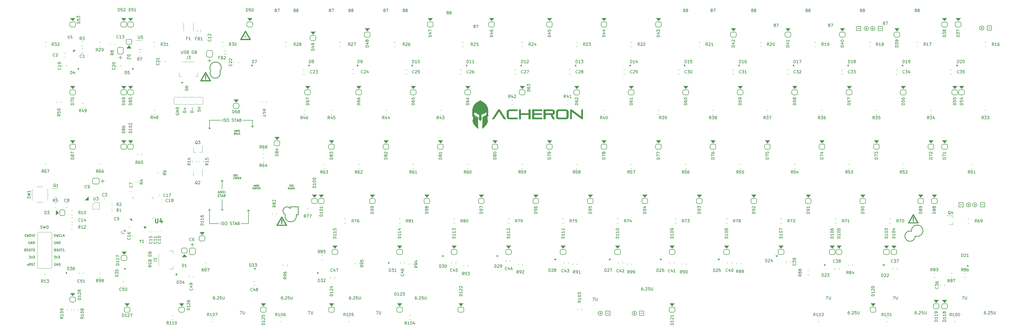
<source format=gbr>
%TF.GenerationSoftware,KiCad,Pcbnew,(6.0.0-0)*%
%TF.CreationDate,2022-01-01T21:21:08+01:00*%
%TF.ProjectId,athena,61746865-6e61-42e6-9b69-6361645f7063,V1.0.6*%
%TF.SameCoordinates,PX15cf7a1dPY4fa0663*%
%TF.FileFunction,Legend,Top*%
%TF.FilePolarity,Positive*%
%FSLAX46Y46*%
G04 Gerber Fmt 4.6, Leading zero omitted, Abs format (unit mm)*
G04 Created by KiCad (PCBNEW (6.0.0-0)) date 2022-01-01 21:21:08*
%MOMM*%
%LPD*%
G01*
G04 APERTURE LIST*
%ADD10C,0.200000*%
%ADD11C,0.250000*%
%ADD12C,0.160000*%
%ADD13C,0.150000*%
%ADD14C,0.300000*%
%ADD15C,0.100000*%
%ADD16C,0.120000*%
%ADD17C,0.010000*%
G04 APERTURE END LIST*
D10*
X99112499Y-146559499D02*
X99112499Y-150359499D01*
X230917749Y-186427999D02*
X231679749Y-186427999D01*
D11*
X122901249Y-149086999D02*
X125701249Y-149086999D01*
D10*
X99112499Y-150359499D02*
X98712499Y-149959499D01*
X97912499Y-154959499D02*
X94712499Y-154959499D01*
X364267749Y-86415499D02*
X365029749Y-86415499D01*
X357758999Y-148389499D02*
X356997000Y-148389499D01*
X364648749Y-86034499D02*
X364648749Y-86796499D01*
X98712499Y-118759499D02*
X94712499Y-118759499D01*
D11*
X341365913Y-159342268D02*
G75*
G03*
X340082676Y-157652672I707719J1869611D01*
G01*
D10*
X326524249Y-86158499D02*
X326524249Y-86920499D01*
D11*
X121167242Y-151754735D02*
G75*
G03*
X124991547Y-151886998I1892438J-636169D01*
G01*
X125701249Y-149086999D02*
X125701249Y-151886999D01*
D10*
X231298749Y-186046999D02*
X231298749Y-186808999D01*
X366934749Y-86415499D02*
X367696749Y-86415499D01*
X108312499Y-150159499D02*
X107912499Y-150559499D01*
X94712499Y-154959499D02*
X94712499Y-149959499D01*
X362986249Y-148389499D02*
G75*
G03*
X362986249Y-148389499I-762000J0D01*
G01*
X322369249Y-87301498D02*
X320845249Y-87301499D01*
X320845249Y-87301499D02*
X320845249Y-85777499D01*
X320845249Y-85777499D02*
X322369249Y-85777500D01*
X322369249Y-85777500D02*
X322369249Y-87301498D01*
X108312499Y-154959499D02*
X108312499Y-150159499D01*
X244982999Y-185662999D02*
X246506999Y-185662999D01*
X246506999Y-185662999D02*
X246506999Y-187186999D01*
X246506999Y-187186999D02*
X244982999Y-187186999D01*
X244982999Y-187186999D02*
X244982999Y-185662999D01*
X106312499Y-118759499D02*
X109712499Y-118759499D01*
D11*
X98359128Y-101581768D02*
G75*
G03*
X95098892Y-101364417I-1553314J1260729D01*
G01*
D10*
X109712499Y-121159499D02*
X109712499Y-118759499D01*
X243966999Y-186427999D02*
G75*
G03*
X243966999Y-186427999I-762000J0D01*
G01*
X358139999Y-149151499D02*
X356615999Y-149151499D01*
X356615999Y-149151499D02*
X356615999Y-147627499D01*
X356615999Y-147627499D02*
X358139999Y-147627499D01*
X358139999Y-147627499D02*
X358139999Y-149151499D01*
X108312499Y-154959499D02*
X105712499Y-154959499D01*
X360806998Y-148389499D02*
G75*
G03*
X360806998Y-148389499I-761999J0D01*
G01*
D11*
X340082676Y-157652671D02*
G75*
G03*
X341365915Y-159342267I-516887J-1724678D01*
G01*
D10*
X364129249Y-147627499D02*
X365653249Y-147627499D01*
X365653249Y-147627499D02*
X365653249Y-149151499D01*
X365653249Y-149151499D02*
X364129249Y-149151499D01*
X364129249Y-149151499D02*
X364129249Y-147627499D01*
X327286248Y-86539499D02*
G75*
G03*
X327286248Y-86539499I-761999J0D01*
G01*
X328810249Y-86539499D02*
X329572248Y-86539499D01*
X232060749Y-186427999D02*
G75*
G03*
X232060749Y-186427999I-762000J0D01*
G01*
X94712499Y-121759499D02*
X94712499Y-118759499D01*
X243204999Y-186046999D02*
X243204999Y-186808999D01*
X360425999Y-148389499D02*
X359663999Y-148389499D01*
X99112499Y-150359499D02*
X99512499Y-149959499D01*
X94712499Y-121759499D02*
X95112499Y-121359499D01*
X233203749Y-185665999D02*
X234727749Y-185665999D01*
X234727749Y-185665999D02*
X234727749Y-187189999D01*
X234727749Y-187189999D02*
X233203749Y-187189999D01*
X233203749Y-187189999D02*
X233203749Y-185665999D01*
X99112499Y-139759499D02*
X98712499Y-140159499D01*
X324655249Y-86539499D02*
X323893250Y-86539499D01*
X242823999Y-186427999D02*
X243585999Y-186427999D01*
X99112499Y-142759499D02*
X99112499Y-139759499D01*
X361843249Y-148389499D02*
X362605249Y-148389499D01*
X362224249Y-148008499D02*
X362224249Y-148770499D01*
X364510249Y-148389499D02*
X365272249Y-148389499D01*
X109712499Y-121159499D02*
X109312499Y-120759499D01*
X360044999Y-148770499D02*
X360044999Y-148008499D01*
X326143249Y-86539499D02*
X326905248Y-86539499D01*
X99112499Y-139759499D02*
X99512499Y-140159499D01*
X245363999Y-186427999D02*
X246125999Y-186427999D01*
X365410749Y-86415499D02*
G75*
G03*
X365410749Y-86415499I-762000J0D01*
G01*
D11*
X95098892Y-101364417D02*
G75*
G03*
X98359124Y-101581767I1579901J-861894D01*
G01*
D10*
X108312499Y-150159499D02*
X108712499Y-150559499D01*
D11*
X122907227Y-149682804D02*
G75*
G03*
X121167242Y-151754734I-1145641J-804478D01*
G01*
D10*
X325036249Y-86539499D02*
G75*
G03*
X325036249Y-86539499I-762000J0D01*
G01*
X94712499Y-149959499D02*
X94312499Y-150359499D01*
X324274249Y-86920499D02*
X324274249Y-86158499D01*
D11*
X122901249Y-149086999D02*
X122907228Y-149682804D01*
D10*
X94712499Y-121759499D02*
X94312499Y-121359499D01*
X328429249Y-85777500D02*
X329953249Y-85777499D01*
X329953249Y-85777499D02*
X329953249Y-87301499D01*
X329953249Y-87301499D02*
X328429249Y-87301498D01*
X328429249Y-87301498D02*
X328429249Y-85777500D01*
X321988249Y-86539499D02*
X321226249Y-86539499D01*
X94712499Y-149959499D02*
X95112499Y-150359499D01*
D11*
X125701249Y-151886999D02*
X124991549Y-151886999D01*
D10*
X366553749Y-85653499D02*
X368077749Y-85653499D01*
X368077749Y-85653499D02*
X368077749Y-87177499D01*
X368077749Y-87177499D02*
X366553749Y-87177499D01*
X366553749Y-87177499D02*
X366553749Y-85653499D01*
X233584749Y-186427999D02*
X234346749Y-186427999D01*
X109712499Y-121159499D02*
X110112499Y-120759499D01*
X246151189Y-177359379D02*
X245960713Y-177359379D01*
X245865475Y-177406999D01*
X245817856Y-177454618D01*
X245722618Y-177597475D01*
X245674999Y-177787951D01*
X245674999Y-178168903D01*
X245722618Y-178264141D01*
X245770237Y-178311760D01*
X245865475Y-178359379D01*
X246055951Y-178359379D01*
X246151189Y-178311760D01*
X246198808Y-178264141D01*
X246246427Y-178168903D01*
X246246427Y-177930808D01*
X246198808Y-177835570D01*
X246151189Y-177787951D01*
X246055951Y-177740332D01*
X245865475Y-177740332D01*
X245770237Y-177787951D01*
X245722618Y-177835570D01*
X245674999Y-177930808D01*
X246674999Y-178264141D02*
X246722618Y-178311760D01*
X246674999Y-178359379D01*
X246627379Y-178311760D01*
X246674999Y-178264141D01*
X246674999Y-178359379D01*
X247103570Y-177454618D02*
X247151189Y-177406999D01*
X247246427Y-177359379D01*
X247484522Y-177359379D01*
X247579760Y-177406999D01*
X247627379Y-177454618D01*
X247674999Y-177549856D01*
X247674999Y-177645094D01*
X247627379Y-177787951D01*
X247055951Y-178359379D01*
X247674999Y-178359379D01*
X248579760Y-177359379D02*
X248103570Y-177359379D01*
X248055951Y-177835570D01*
X248103570Y-177787951D01*
X248198808Y-177740332D01*
X248436903Y-177740332D01*
X248532141Y-177787951D01*
X248579760Y-177835570D01*
X248627379Y-177930808D01*
X248627379Y-178168903D01*
X248579760Y-178264141D01*
X248532141Y-178311760D01*
X248436903Y-178359379D01*
X248198808Y-178359379D01*
X248103570Y-178311760D01*
X248055951Y-178264141D01*
X249055951Y-177359379D02*
X249055951Y-178168903D01*
X249103570Y-178264141D01*
X249151189Y-178311760D01*
X249246427Y-178359379D01*
X249436903Y-178359379D01*
X249532141Y-178311760D01*
X249579760Y-178264141D01*
X249627379Y-178168903D01*
X249627379Y-177359379D01*
X292217201Y-85375451D02*
X292121963Y-85327832D01*
X292074344Y-85280213D01*
X292026725Y-85184975D01*
X292026725Y-85137356D01*
X292074344Y-85042118D01*
X292121963Y-84994499D01*
X292217201Y-84946879D01*
X292407677Y-84946879D01*
X292502915Y-84994499D01*
X292550534Y-85042118D01*
X292598153Y-85137356D01*
X292598153Y-85184975D01*
X292550534Y-85280213D01*
X292502915Y-85327832D01*
X292407677Y-85375451D01*
X292217201Y-85375451D01*
X292121963Y-85423070D01*
X292074344Y-85470689D01*
X292026725Y-85565927D01*
X292026725Y-85756403D01*
X292074344Y-85851641D01*
X292121963Y-85899260D01*
X292217201Y-85946879D01*
X292407677Y-85946879D01*
X292502915Y-85899260D01*
X292550534Y-85851641D01*
X292598153Y-85756403D01*
X292598153Y-85565927D01*
X292550534Y-85470689D01*
X292502915Y-85423070D01*
X292407677Y-85375451D01*
X292931487Y-84946879D02*
X293598153Y-84946879D01*
X293169582Y-85946879D01*
X89034879Y-116024499D02*
X88034879Y-116024499D01*
X88034879Y-115786403D01*
X88082499Y-115643546D01*
X88177737Y-115548308D01*
X88272975Y-115500689D01*
X88463451Y-115453070D01*
X88606308Y-115453070D01*
X88796784Y-115500689D01*
X88892022Y-115548308D01*
X88987260Y-115643546D01*
X89034879Y-115786403D01*
X89034879Y-116024499D01*
X88653927Y-115024499D02*
X88653927Y-114262594D01*
X162534820Y-80175451D02*
X162439582Y-80127832D01*
X162391963Y-80080213D01*
X162344344Y-79984975D01*
X162344344Y-79937356D01*
X162391963Y-79842118D01*
X162439582Y-79794499D01*
X162534820Y-79746879D01*
X162725296Y-79746879D01*
X162820534Y-79794499D01*
X162868153Y-79842118D01*
X162915772Y-79937356D01*
X162915772Y-79984975D01*
X162868153Y-80080213D01*
X162820534Y-80127832D01*
X162725296Y-80175451D01*
X162534820Y-80175451D01*
X162439582Y-80223070D01*
X162391963Y-80270689D01*
X162344344Y-80365927D01*
X162344344Y-80556403D01*
X162391963Y-80651641D01*
X162439582Y-80699260D01*
X162534820Y-80746879D01*
X162725296Y-80746879D01*
X162820534Y-80699260D01*
X162868153Y-80651641D01*
X162915772Y-80556403D01*
X162915772Y-80365927D01*
X162868153Y-80270689D01*
X162820534Y-80223070D01*
X162725296Y-80175451D01*
X163487201Y-80175451D02*
X163391963Y-80127832D01*
X163344344Y-80080213D01*
X163296725Y-79984975D01*
X163296725Y-79937356D01*
X163344344Y-79842118D01*
X163391963Y-79794499D01*
X163487201Y-79746879D01*
X163677677Y-79746879D01*
X163772915Y-79794499D01*
X163820534Y-79842118D01*
X163868153Y-79937356D01*
X163868153Y-79984975D01*
X163820534Y-80080213D01*
X163772915Y-80127832D01*
X163677677Y-80175451D01*
X163487201Y-80175451D01*
X163391963Y-80223070D01*
X163344344Y-80270689D01*
X163296725Y-80365927D01*
X163296725Y-80556403D01*
X163344344Y-80651641D01*
X163391963Y-80699260D01*
X163487201Y-80746879D01*
X163677677Y-80746879D01*
X163772915Y-80699260D01*
X163820534Y-80651641D01*
X163868153Y-80556403D01*
X163868153Y-80365927D01*
X163820534Y-80270689D01*
X163772915Y-80223070D01*
X163677677Y-80175451D01*
X270134820Y-80175451D02*
X270039582Y-80127832D01*
X269991963Y-80080213D01*
X269944344Y-79984975D01*
X269944344Y-79937356D01*
X269991963Y-79842118D01*
X270039582Y-79794499D01*
X270134820Y-79746879D01*
X270325296Y-79746879D01*
X270420534Y-79794499D01*
X270468153Y-79842118D01*
X270515772Y-79937356D01*
X270515772Y-79984975D01*
X270468153Y-80080213D01*
X270420534Y-80127832D01*
X270325296Y-80175451D01*
X270134820Y-80175451D01*
X270039582Y-80223070D01*
X269991963Y-80270689D01*
X269944344Y-80365927D01*
X269944344Y-80556403D01*
X269991963Y-80651641D01*
X270039582Y-80699260D01*
X270134820Y-80746879D01*
X270325296Y-80746879D01*
X270420534Y-80699260D01*
X270468153Y-80651641D01*
X270515772Y-80556403D01*
X270515772Y-80365927D01*
X270468153Y-80270689D01*
X270420534Y-80223070D01*
X270325296Y-80175451D01*
X270849106Y-79746879D02*
X271515772Y-79746879D01*
X271087201Y-80746879D01*
D12*
X40411254Y-159502433D02*
X40525540Y-159540528D01*
X40716016Y-159540528D01*
X40792207Y-159502433D01*
X40830302Y-159464338D01*
X40868397Y-159388147D01*
X40868397Y-159311957D01*
X40830302Y-159235766D01*
X40792207Y-159197671D01*
X40716016Y-159159576D01*
X40563635Y-159121481D01*
X40487445Y-159083385D01*
X40449350Y-159045290D01*
X40411254Y-158969100D01*
X40411254Y-158892909D01*
X40449350Y-158816719D01*
X40487445Y-158778624D01*
X40563635Y-158740528D01*
X40754112Y-158740528D01*
X40868397Y-158778624D01*
X41135064Y-158740528D02*
X41325540Y-159540528D01*
X41477921Y-158969100D01*
X41630302Y-159540528D01*
X41820778Y-158740528D01*
X42582683Y-159464338D02*
X42544588Y-159502433D01*
X42430302Y-159540528D01*
X42354112Y-159540528D01*
X42239826Y-159502433D01*
X42163635Y-159426243D01*
X42125540Y-159350052D01*
X42087445Y-159197671D01*
X42087445Y-159083385D01*
X42125540Y-158931004D01*
X42163635Y-158854814D01*
X42239826Y-158778624D01*
X42354112Y-158740528D01*
X42430302Y-158740528D01*
X42544588Y-158778624D01*
X42582683Y-158816719D01*
X43306493Y-159540528D02*
X42925540Y-159540528D01*
X42925540Y-158740528D01*
X43573159Y-159540528D02*
X43573159Y-158740528D01*
X44030302Y-159540528D02*
X43687445Y-159083385D01*
X44030302Y-158740528D02*
X43573159Y-159197671D01*
D10*
X35622731Y-156663385D02*
X35765588Y-156711004D01*
X36003683Y-156711004D01*
X36098921Y-156663385D01*
X36146540Y-156615766D01*
X36194159Y-156520528D01*
X36194159Y-156425290D01*
X36146540Y-156330052D01*
X36098921Y-156282433D01*
X36003683Y-156234814D01*
X35813207Y-156187195D01*
X35717969Y-156139576D01*
X35670350Y-156091957D01*
X35622731Y-155996719D01*
X35622731Y-155901481D01*
X35670350Y-155806243D01*
X35717969Y-155758624D01*
X35813207Y-155711004D01*
X36051302Y-155711004D01*
X36194159Y-155758624D01*
X36527493Y-155711004D02*
X36765588Y-156711004D01*
X36956064Y-155996719D01*
X37146540Y-156711004D01*
X37384635Y-155711004D01*
X37765588Y-156711004D02*
X37765588Y-155711004D01*
X38003683Y-155711004D01*
X38146540Y-155758624D01*
X38241778Y-155853862D01*
X38289397Y-155949100D01*
X38337016Y-156139576D01*
X38337016Y-156282433D01*
X38289397Y-156472909D01*
X38241778Y-156568147D01*
X38146540Y-156663385D01*
X38003683Y-156711004D01*
X37765588Y-156711004D01*
D12*
X40373159Y-166360528D02*
X40868397Y-166360528D01*
X40601731Y-166665290D01*
X40716016Y-166665290D01*
X40792207Y-166703385D01*
X40830302Y-166741481D01*
X40868397Y-166817671D01*
X40868397Y-167008147D01*
X40830302Y-167084338D01*
X40792207Y-167122433D01*
X40716016Y-167160528D01*
X40487445Y-167160528D01*
X40411254Y-167122433D01*
X40373159Y-167084338D01*
X41096969Y-166360528D02*
X41363635Y-167160528D01*
X41630302Y-166360528D01*
X41820778Y-166360528D02*
X42316016Y-166360528D01*
X42049350Y-166665290D01*
X42163635Y-166665290D01*
X42239826Y-166703385D01*
X42277921Y-166741481D01*
X42316016Y-166817671D01*
X42316016Y-167008147D01*
X42277921Y-167084338D01*
X42239826Y-167122433D01*
X42163635Y-167160528D01*
X41935064Y-167160528D01*
X41858874Y-167122433D01*
X41820778Y-167084338D01*
D13*
X110226784Y-141776499D02*
X110512499Y-141776499D01*
X110169641Y-141947927D02*
X110369641Y-141347927D01*
X110569641Y-141947927D01*
X110769641Y-141947927D02*
X110769641Y-141347927D01*
X111112499Y-141947927D01*
X111112499Y-141347927D01*
X111369641Y-141919356D02*
X111455356Y-141947927D01*
X111598213Y-141947927D01*
X111655356Y-141919356D01*
X111683927Y-141890784D01*
X111712499Y-141833641D01*
X111712499Y-141776499D01*
X111683927Y-141719356D01*
X111655356Y-141690784D01*
X111598213Y-141662213D01*
X111483927Y-141633641D01*
X111426784Y-141605070D01*
X111398213Y-141576499D01*
X111369641Y-141519356D01*
X111369641Y-141462213D01*
X111398213Y-141405070D01*
X111426784Y-141376499D01*
X111483927Y-141347927D01*
X111626784Y-141347927D01*
X111712499Y-141376499D01*
X111969641Y-141947927D02*
X111969641Y-141347927D01*
X109869641Y-142599641D02*
X110069641Y-142599641D01*
X110155356Y-142913927D02*
X109869641Y-142913927D01*
X109869641Y-142313927D01*
X110155356Y-142313927D01*
X110412499Y-142913927D02*
X110412499Y-142313927D01*
X110755356Y-142913927D01*
X110755356Y-142313927D01*
X110955356Y-142313927D02*
X111298213Y-142313927D01*
X111126784Y-142913927D02*
X111126784Y-142313927D01*
X111498213Y-142599641D02*
X111698213Y-142599641D01*
X111783927Y-142913927D02*
X111498213Y-142913927D01*
X111498213Y-142313927D01*
X111783927Y-142313927D01*
X112383927Y-142913927D02*
X112183927Y-142628213D01*
X112041070Y-142913927D02*
X112041070Y-142313927D01*
X112269641Y-142313927D01*
X112326784Y-142342499D01*
X112355356Y-142371070D01*
X112383927Y-142428213D01*
X112383927Y-142513927D01*
X112355356Y-142571070D01*
X112326784Y-142599641D01*
X112269641Y-142628213D01*
X112041070Y-142628213D01*
D10*
X318376540Y-185711004D02*
X318186064Y-185711004D01*
X318090826Y-185758624D01*
X318043207Y-185806243D01*
X317947969Y-185949100D01*
X317900350Y-186139576D01*
X317900350Y-186520528D01*
X317947969Y-186615766D01*
X317995588Y-186663385D01*
X318090826Y-186711004D01*
X318281302Y-186711004D01*
X318376540Y-186663385D01*
X318424159Y-186615766D01*
X318471778Y-186520528D01*
X318471778Y-186282433D01*
X318424159Y-186187195D01*
X318376540Y-186139576D01*
X318281302Y-186091957D01*
X318090826Y-186091957D01*
X317995588Y-186139576D01*
X317947969Y-186187195D01*
X317900350Y-186282433D01*
X318900350Y-186615766D02*
X318947969Y-186663385D01*
X318900350Y-186711004D01*
X318852731Y-186663385D01*
X318900350Y-186615766D01*
X318900350Y-186711004D01*
X319328921Y-185806243D02*
X319376540Y-185758624D01*
X319471778Y-185711004D01*
X319709874Y-185711004D01*
X319805112Y-185758624D01*
X319852731Y-185806243D01*
X319900350Y-185901481D01*
X319900350Y-185996719D01*
X319852731Y-186139576D01*
X319281302Y-186711004D01*
X319900350Y-186711004D01*
X320805112Y-185711004D02*
X320328921Y-185711004D01*
X320281302Y-186187195D01*
X320328921Y-186139576D01*
X320424159Y-186091957D01*
X320662254Y-186091957D01*
X320757493Y-186139576D01*
X320805112Y-186187195D01*
X320852731Y-186282433D01*
X320852731Y-186520528D01*
X320805112Y-186615766D01*
X320757493Y-186663385D01*
X320662254Y-186711004D01*
X320424159Y-186711004D01*
X320328921Y-186663385D01*
X320281302Y-186615766D01*
X321281302Y-185711004D02*
X321281302Y-186520528D01*
X321328921Y-186615766D01*
X321376540Y-186663385D01*
X321471778Y-186711004D01*
X321662254Y-186711004D01*
X321757493Y-186663385D01*
X321805112Y-186615766D01*
X321852731Y-186520528D01*
X321852731Y-185711004D01*
X333592731Y-180511004D02*
X334259397Y-180511004D01*
X333830826Y-181511004D01*
X334640350Y-180511004D02*
X334640350Y-181320528D01*
X334687969Y-181415766D01*
X334735588Y-181463385D01*
X334830826Y-181511004D01*
X335021302Y-181511004D01*
X335116540Y-181463385D01*
X335164159Y-181415766D01*
X335211778Y-181320528D01*
X335211778Y-180511004D01*
X120230713Y-180511004D02*
X120040237Y-180511004D01*
X119944999Y-180558624D01*
X119897379Y-180606243D01*
X119802141Y-180749100D01*
X119754522Y-180939576D01*
X119754522Y-181320528D01*
X119802141Y-181415766D01*
X119849760Y-181463385D01*
X119944999Y-181511004D01*
X120135475Y-181511004D01*
X120230713Y-181463385D01*
X120278332Y-181415766D01*
X120325951Y-181320528D01*
X120325951Y-181082433D01*
X120278332Y-180987195D01*
X120230713Y-180939576D01*
X120135475Y-180891957D01*
X119944999Y-180891957D01*
X119849760Y-180939576D01*
X119802141Y-180987195D01*
X119754522Y-181082433D01*
X120754522Y-181415766D02*
X120802141Y-181463385D01*
X120754522Y-181511004D01*
X120706903Y-181463385D01*
X120754522Y-181415766D01*
X120754522Y-181511004D01*
X121183094Y-180606243D02*
X121230713Y-180558624D01*
X121325951Y-180511004D01*
X121564046Y-180511004D01*
X121659284Y-180558624D01*
X121706903Y-180606243D01*
X121754522Y-180701481D01*
X121754522Y-180796719D01*
X121706903Y-180939576D01*
X121135475Y-181511004D01*
X121754522Y-181511004D01*
X122659284Y-180511004D02*
X122183094Y-180511004D01*
X122135475Y-180987195D01*
X122183094Y-180939576D01*
X122278332Y-180891957D01*
X122516427Y-180891957D01*
X122611665Y-180939576D01*
X122659284Y-180987195D01*
X122706903Y-181082433D01*
X122706903Y-181320528D01*
X122659284Y-181415766D01*
X122611665Y-181463385D01*
X122516427Y-181511004D01*
X122278332Y-181511004D01*
X122183094Y-181463385D01*
X122135475Y-181415766D01*
X123135475Y-180511004D02*
X123135475Y-181320528D01*
X123183094Y-181415766D01*
X123230713Y-181463385D01*
X123325951Y-181511004D01*
X123516427Y-181511004D01*
X123611665Y-181463385D01*
X123659284Y-181415766D01*
X123706903Y-181320528D01*
X123706903Y-180511004D01*
X136734820Y-80175451D02*
X136639582Y-80127832D01*
X136591963Y-80080213D01*
X136544344Y-79984975D01*
X136544344Y-79937356D01*
X136591963Y-79842118D01*
X136639582Y-79794499D01*
X136734820Y-79746879D01*
X136925296Y-79746879D01*
X137020534Y-79794499D01*
X137068153Y-79842118D01*
X137115772Y-79937356D01*
X137115772Y-79984975D01*
X137068153Y-80080213D01*
X137020534Y-80127832D01*
X136925296Y-80175451D01*
X136734820Y-80175451D01*
X136639582Y-80223070D01*
X136591963Y-80270689D01*
X136544344Y-80365927D01*
X136544344Y-80556403D01*
X136591963Y-80651641D01*
X136639582Y-80699260D01*
X136734820Y-80746879D01*
X136925296Y-80746879D01*
X137020534Y-80699260D01*
X137068153Y-80651641D01*
X137115772Y-80556403D01*
X137115772Y-80365927D01*
X137068153Y-80270689D01*
X137020534Y-80223070D01*
X136925296Y-80175451D01*
X137449106Y-79746879D02*
X138115772Y-79746879D01*
X137687201Y-80746879D01*
X98745832Y-155411879D02*
X98745832Y-154411879D01*
X99174403Y-155364260D02*
X99317260Y-155411879D01*
X99555356Y-155411879D01*
X99650594Y-155364260D01*
X99698213Y-155316641D01*
X99745832Y-155221403D01*
X99745832Y-155126165D01*
X99698213Y-155030927D01*
X99650594Y-154983308D01*
X99555356Y-154935689D01*
X99364879Y-154888070D01*
X99269641Y-154840451D01*
X99222022Y-154792832D01*
X99174403Y-154697594D01*
X99174403Y-154602356D01*
X99222022Y-154507118D01*
X99269641Y-154459499D01*
X99364879Y-154411879D01*
X99602975Y-154411879D01*
X99745832Y-154459499D01*
X100364879Y-154411879D02*
X100555356Y-154411879D01*
X100650594Y-154459499D01*
X100745832Y-154554737D01*
X100793451Y-154745213D01*
X100793451Y-155078546D01*
X100745832Y-155269022D01*
X100650594Y-155364260D01*
X100555356Y-155411879D01*
X100364879Y-155411879D01*
X100269641Y-155364260D01*
X100174403Y-155269022D01*
X100126784Y-155078546D01*
X100126784Y-154745213D01*
X100174403Y-154554737D01*
X100269641Y-154459499D01*
X100364879Y-154411879D01*
X101936308Y-155364260D02*
X102079165Y-155411879D01*
X102317260Y-155411879D01*
X102412499Y-155364260D01*
X102460118Y-155316641D01*
X102507737Y-155221403D01*
X102507737Y-155126165D01*
X102460118Y-155030927D01*
X102412499Y-154983308D01*
X102317260Y-154935689D01*
X102126784Y-154888070D01*
X102031546Y-154840451D01*
X101983927Y-154792832D01*
X101936308Y-154697594D01*
X101936308Y-154602356D01*
X101983927Y-154507118D01*
X102031546Y-154459499D01*
X102126784Y-154411879D01*
X102364879Y-154411879D01*
X102507737Y-154459499D01*
X102793451Y-154411879D02*
X103364879Y-154411879D01*
X103079165Y-155411879D02*
X103079165Y-154411879D01*
X103650594Y-155126165D02*
X104126784Y-155126165D01*
X103555356Y-155411879D02*
X103888689Y-154411879D01*
X104222022Y-155411879D01*
X104888689Y-154888070D02*
X105031546Y-154935689D01*
X105079165Y-154983308D01*
X105126784Y-155078546D01*
X105126784Y-155221403D01*
X105079165Y-155316641D01*
X105031546Y-155364260D01*
X104936308Y-155411879D01*
X104555356Y-155411879D01*
X104555356Y-154411879D01*
X104888689Y-154411879D01*
X104983927Y-154459499D01*
X105031546Y-154507118D01*
X105079165Y-154602356D01*
X105079165Y-154697594D01*
X105031546Y-154792832D01*
X104983927Y-154840451D01*
X104888689Y-154888070D01*
X104555356Y-154888070D01*
X105347856Y-185711004D02*
X106014522Y-185711004D01*
X105585951Y-186711004D01*
X106395475Y-185711004D02*
X106395475Y-186520528D01*
X106443094Y-186615766D01*
X106490713Y-186663385D01*
X106585951Y-186711004D01*
X106776427Y-186711004D01*
X106871665Y-186663385D01*
X106919284Y-186615766D01*
X106966903Y-186520528D01*
X106966903Y-185711004D01*
X129147856Y-185711004D02*
X129814522Y-185711004D01*
X129385951Y-186711004D01*
X130195475Y-185711004D02*
X130195475Y-186520528D01*
X130243094Y-186615766D01*
X130290713Y-186663385D01*
X130385951Y-186711004D01*
X130576427Y-186711004D01*
X130671665Y-186663385D01*
X130719284Y-186615766D01*
X130766903Y-186520528D01*
X130766903Y-185711004D01*
X260534820Y-80175451D02*
X260439582Y-80127832D01*
X260391963Y-80080213D01*
X260344344Y-79984975D01*
X260344344Y-79937356D01*
X260391963Y-79842118D01*
X260439582Y-79794499D01*
X260534820Y-79746879D01*
X260725296Y-79746879D01*
X260820534Y-79794499D01*
X260868153Y-79842118D01*
X260915772Y-79937356D01*
X260915772Y-79984975D01*
X260868153Y-80080213D01*
X260820534Y-80127832D01*
X260725296Y-80175451D01*
X260534820Y-80175451D01*
X260439582Y-80223070D01*
X260391963Y-80270689D01*
X260344344Y-80365927D01*
X260344344Y-80556403D01*
X260391963Y-80651641D01*
X260439582Y-80699260D01*
X260534820Y-80746879D01*
X260725296Y-80746879D01*
X260820534Y-80699260D01*
X260868153Y-80651641D01*
X260915772Y-80556403D01*
X260915772Y-80365927D01*
X260868153Y-80270689D01*
X260820534Y-80223070D01*
X260725296Y-80175451D01*
X261487201Y-80175451D02*
X261391963Y-80127832D01*
X261344344Y-80080213D01*
X261296725Y-79984975D01*
X261296725Y-79937356D01*
X261344344Y-79842118D01*
X261391963Y-79794499D01*
X261487201Y-79746879D01*
X261677677Y-79746879D01*
X261772915Y-79794499D01*
X261820534Y-79842118D01*
X261868153Y-79937356D01*
X261868153Y-79984975D01*
X261820534Y-80080213D01*
X261772915Y-80127832D01*
X261677677Y-80175451D01*
X261487201Y-80175451D01*
X261391963Y-80223070D01*
X261344344Y-80270689D01*
X261296725Y-80365927D01*
X261296725Y-80556403D01*
X261344344Y-80651641D01*
X261391963Y-80699260D01*
X261487201Y-80746879D01*
X261677677Y-80746879D01*
X261772915Y-80699260D01*
X261820534Y-80651641D01*
X261868153Y-80556403D01*
X261868153Y-80365927D01*
X261820534Y-80270689D01*
X261772915Y-80223070D01*
X261677677Y-80175451D01*
D12*
X30158016Y-159502434D02*
X30272302Y-159540529D01*
X30462778Y-159540529D01*
X30538969Y-159502434D01*
X30577064Y-159464339D01*
X30615159Y-159388148D01*
X30615159Y-159311958D01*
X30577064Y-159235767D01*
X30538969Y-159197672D01*
X30462778Y-159159577D01*
X30310397Y-159121482D01*
X30234207Y-159083386D01*
X30196112Y-159045291D01*
X30158016Y-158969101D01*
X30158016Y-158892910D01*
X30196112Y-158816720D01*
X30234207Y-158778625D01*
X30310397Y-158740529D01*
X30500874Y-158740529D01*
X30615159Y-158778625D01*
X30881826Y-158740529D02*
X31072302Y-159540529D01*
X31224683Y-158969101D01*
X31377064Y-159540529D01*
X31567540Y-158740529D01*
X31872302Y-159540529D02*
X31872302Y-158740529D01*
X32062778Y-158740529D01*
X32177064Y-158778625D01*
X32253254Y-158854815D01*
X32291350Y-158931005D01*
X32329445Y-159083386D01*
X32329445Y-159197672D01*
X32291350Y-159350053D01*
X32253254Y-159426244D01*
X32177064Y-159502434D01*
X32062778Y-159540529D01*
X31872302Y-159540529D01*
X32672302Y-159540529D02*
X32672302Y-158740529D01*
X33205635Y-158740529D02*
X33358016Y-158740529D01*
X33434207Y-158778625D01*
X33510397Y-158854815D01*
X33548493Y-159007196D01*
X33548493Y-159273863D01*
X33510397Y-159426244D01*
X33434207Y-159502434D01*
X33358016Y-159540529D01*
X33205635Y-159540529D01*
X33129445Y-159502434D01*
X33053254Y-159426244D01*
X33015159Y-159273863D01*
X33015159Y-159007196D01*
X33053254Y-158854815D01*
X33129445Y-158778625D01*
X33205635Y-158740529D01*
D10*
X144030713Y-180511004D02*
X143840237Y-180511004D01*
X143744999Y-180558624D01*
X143697379Y-180606243D01*
X143602141Y-180749100D01*
X143554522Y-180939576D01*
X143554522Y-181320528D01*
X143602141Y-181415766D01*
X143649760Y-181463385D01*
X143744999Y-181511004D01*
X143935475Y-181511004D01*
X144030713Y-181463385D01*
X144078332Y-181415766D01*
X144125951Y-181320528D01*
X144125951Y-181082433D01*
X144078332Y-180987195D01*
X144030713Y-180939576D01*
X143935475Y-180891957D01*
X143744999Y-180891957D01*
X143649760Y-180939576D01*
X143602141Y-180987195D01*
X143554522Y-181082433D01*
X144554522Y-181415766D02*
X144602141Y-181463385D01*
X144554522Y-181511004D01*
X144506903Y-181463385D01*
X144554522Y-181415766D01*
X144554522Y-181511004D01*
X144983094Y-180606243D02*
X145030713Y-180558624D01*
X145125951Y-180511004D01*
X145364046Y-180511004D01*
X145459284Y-180558624D01*
X145506903Y-180606243D01*
X145554522Y-180701481D01*
X145554522Y-180796719D01*
X145506903Y-180939576D01*
X144935475Y-181511004D01*
X145554522Y-181511004D01*
X146459284Y-180511004D02*
X145983094Y-180511004D01*
X145935475Y-180987195D01*
X145983094Y-180939576D01*
X146078332Y-180891957D01*
X146316427Y-180891957D01*
X146411665Y-180939576D01*
X146459284Y-180987195D01*
X146506903Y-181082433D01*
X146506903Y-181320528D01*
X146459284Y-181415766D01*
X146411665Y-181463385D01*
X146316427Y-181511004D01*
X146078332Y-181511004D01*
X145983094Y-181463385D01*
X145935475Y-181415766D01*
X146935475Y-180511004D02*
X146935475Y-181320528D01*
X146983094Y-181415766D01*
X147030713Y-181463385D01*
X147125951Y-181511004D01*
X147316427Y-181511004D01*
X147411665Y-181463385D01*
X147459284Y-181415766D01*
X147506903Y-181320528D01*
X147506903Y-180511004D01*
X152947856Y-185711004D02*
X153614522Y-185711004D01*
X153185951Y-186711004D01*
X153995475Y-185711004D02*
X153995475Y-186520528D01*
X154043094Y-186615766D01*
X154090713Y-186663385D01*
X154185951Y-186711004D01*
X154376427Y-186711004D01*
X154471665Y-186663385D01*
X154519284Y-186615766D01*
X154566903Y-186520528D01*
X154566903Y-185711004D01*
X357792731Y-180511004D02*
X358459397Y-180511004D01*
X358030826Y-181511004D01*
X358840350Y-180511004D02*
X358840350Y-181320528D01*
X358887969Y-181415766D01*
X358935588Y-181463385D01*
X359030826Y-181511004D01*
X359221302Y-181511004D01*
X359316540Y-181463385D01*
X359364159Y-181415766D01*
X359411778Y-181320528D01*
X359411778Y-180511004D01*
X117734820Y-80175451D02*
X117639582Y-80127832D01*
X117591963Y-80080213D01*
X117544344Y-79984975D01*
X117544344Y-79937356D01*
X117591963Y-79842118D01*
X117639582Y-79794499D01*
X117734820Y-79746879D01*
X117925296Y-79746879D01*
X118020534Y-79794499D01*
X118068153Y-79842118D01*
X118115772Y-79937356D01*
X118115772Y-79984975D01*
X118068153Y-80080213D01*
X118020534Y-80127832D01*
X117925296Y-80175451D01*
X117734820Y-80175451D01*
X117639582Y-80223070D01*
X117591963Y-80270689D01*
X117544344Y-80365927D01*
X117544344Y-80556403D01*
X117591963Y-80651641D01*
X117639582Y-80699260D01*
X117734820Y-80746879D01*
X117925296Y-80746879D01*
X118020534Y-80699260D01*
X118068153Y-80651641D01*
X118115772Y-80556403D01*
X118115772Y-80365927D01*
X118068153Y-80270689D01*
X118020534Y-80223070D01*
X117925296Y-80175451D01*
X118449106Y-79746879D02*
X119115772Y-79746879D01*
X118687201Y-80746879D01*
X124334820Y-80175451D02*
X124239582Y-80127832D01*
X124191963Y-80080213D01*
X124144344Y-79984975D01*
X124144344Y-79937356D01*
X124191963Y-79842118D01*
X124239582Y-79794499D01*
X124334820Y-79746879D01*
X124525296Y-79746879D01*
X124620534Y-79794499D01*
X124668153Y-79842118D01*
X124715772Y-79937356D01*
X124715772Y-79984975D01*
X124668153Y-80080213D01*
X124620534Y-80127832D01*
X124525296Y-80175451D01*
X124334820Y-80175451D01*
X124239582Y-80223070D01*
X124191963Y-80270689D01*
X124144344Y-80365927D01*
X124144344Y-80556403D01*
X124191963Y-80651641D01*
X124239582Y-80699260D01*
X124334820Y-80746879D01*
X124525296Y-80746879D01*
X124620534Y-80699260D01*
X124668153Y-80651641D01*
X124715772Y-80556403D01*
X124715772Y-80365927D01*
X124668153Y-80270689D01*
X124620534Y-80223070D01*
X124525296Y-80175451D01*
X125287201Y-80175451D02*
X125191963Y-80127832D01*
X125144344Y-80080213D01*
X125096725Y-79984975D01*
X125096725Y-79937356D01*
X125144344Y-79842118D01*
X125191963Y-79794499D01*
X125287201Y-79746879D01*
X125477677Y-79746879D01*
X125572915Y-79794499D01*
X125620534Y-79842118D01*
X125668153Y-79937356D01*
X125668153Y-79984975D01*
X125620534Y-80080213D01*
X125572915Y-80127832D01*
X125477677Y-80175451D01*
X125287201Y-80175451D01*
X125191963Y-80223070D01*
X125144344Y-80270689D01*
X125096725Y-80365927D01*
X125096725Y-80556403D01*
X125144344Y-80651641D01*
X125191963Y-80699260D01*
X125287201Y-80746879D01*
X125477677Y-80746879D01*
X125572915Y-80699260D01*
X125620534Y-80651641D01*
X125668153Y-80556403D01*
X125668153Y-80365927D01*
X125620534Y-80270689D01*
X125572915Y-80223070D01*
X125477677Y-80175451D01*
X86494879Y-116024499D02*
X85494879Y-116024499D01*
X85494879Y-115786403D01*
X85542499Y-115643546D01*
X85637737Y-115548308D01*
X85732975Y-115500689D01*
X85923451Y-115453070D01*
X86066308Y-115453070D01*
X86256784Y-115500689D01*
X86352022Y-115548308D01*
X86447260Y-115643546D01*
X86494879Y-115786403D01*
X86494879Y-116024499D01*
X86113927Y-115024499D02*
X86113927Y-114262594D01*
X86494879Y-114643546D02*
X85732975Y-114643546D01*
D12*
X31872302Y-161318624D02*
X31796112Y-161280528D01*
X31681826Y-161280528D01*
X31567540Y-161318624D01*
X31491350Y-161394814D01*
X31453254Y-161471004D01*
X31415159Y-161623385D01*
X31415159Y-161737671D01*
X31453254Y-161890052D01*
X31491350Y-161966243D01*
X31567540Y-162042433D01*
X31681826Y-162080528D01*
X31758016Y-162080528D01*
X31872302Y-162042433D01*
X31910397Y-162004338D01*
X31910397Y-161737671D01*
X31758016Y-161737671D01*
X32253254Y-162080528D02*
X32253254Y-161280528D01*
X32710397Y-162080528D01*
X32710397Y-161280528D01*
X33091350Y-162080528D02*
X33091350Y-161280528D01*
X33281826Y-161280528D01*
X33396112Y-161318624D01*
X33472302Y-161394814D01*
X33510397Y-161471004D01*
X33548493Y-161623385D01*
X33548493Y-161737671D01*
X33510397Y-161890052D01*
X33472302Y-161966243D01*
X33396112Y-162042433D01*
X33281826Y-162080528D01*
X33091350Y-162080528D01*
D10*
X341776540Y-185711004D02*
X341586064Y-185711004D01*
X341490826Y-185758624D01*
X341443207Y-185806243D01*
X341347969Y-185949100D01*
X341300350Y-186139576D01*
X341300350Y-186520528D01*
X341347969Y-186615766D01*
X341395588Y-186663385D01*
X341490826Y-186711004D01*
X341681302Y-186711004D01*
X341776540Y-186663385D01*
X341824159Y-186615766D01*
X341871778Y-186520528D01*
X341871778Y-186282433D01*
X341824159Y-186187195D01*
X341776540Y-186139576D01*
X341681302Y-186091957D01*
X341490826Y-186091957D01*
X341395588Y-186139576D01*
X341347969Y-186187195D01*
X341300350Y-186282433D01*
X342300350Y-186615766D02*
X342347969Y-186663385D01*
X342300350Y-186711004D01*
X342252731Y-186663385D01*
X342300350Y-186615766D01*
X342300350Y-186711004D01*
X342728921Y-185806243D02*
X342776540Y-185758624D01*
X342871778Y-185711004D01*
X343109874Y-185711004D01*
X343205112Y-185758624D01*
X343252731Y-185806243D01*
X343300350Y-185901481D01*
X343300350Y-185996719D01*
X343252731Y-186139576D01*
X342681302Y-186711004D01*
X343300350Y-186711004D01*
X344205112Y-185711004D02*
X343728921Y-185711004D01*
X343681302Y-186187195D01*
X343728921Y-186139576D01*
X343824159Y-186091957D01*
X344062254Y-186091957D01*
X344157493Y-186139576D01*
X344205112Y-186187195D01*
X344252731Y-186282433D01*
X344252731Y-186520528D01*
X344205112Y-186615766D01*
X344157493Y-186663385D01*
X344062254Y-186711004D01*
X343824159Y-186711004D01*
X343728921Y-186663385D01*
X343681302Y-186615766D01*
X344681302Y-185711004D02*
X344681302Y-186520528D01*
X344728921Y-186615766D01*
X344776540Y-186663385D01*
X344871778Y-186711004D01*
X345062254Y-186711004D01*
X345157493Y-186663385D01*
X345205112Y-186615766D01*
X345252731Y-186520528D01*
X345252731Y-185711004D01*
D12*
X30310397Y-164201481D02*
X30424683Y-164239576D01*
X30462778Y-164277671D01*
X30500874Y-164353862D01*
X30500874Y-164468147D01*
X30462778Y-164544338D01*
X30424683Y-164582433D01*
X30348493Y-164620528D01*
X30043731Y-164620528D01*
X30043731Y-163820528D01*
X30310397Y-163820528D01*
X30386588Y-163858624D01*
X30424683Y-163896719D01*
X30462778Y-163972909D01*
X30462778Y-164049100D01*
X30424683Y-164125290D01*
X30386588Y-164163385D01*
X30310397Y-164201481D01*
X30043731Y-164201481D01*
X30996112Y-163820528D02*
X31148493Y-163820528D01*
X31224683Y-163858624D01*
X31300874Y-163934814D01*
X31338969Y-164087195D01*
X31338969Y-164353862D01*
X31300874Y-164506243D01*
X31224683Y-164582433D01*
X31148493Y-164620528D01*
X30996112Y-164620528D01*
X30919921Y-164582433D01*
X30843731Y-164506243D01*
X30805635Y-164353862D01*
X30805635Y-164087195D01*
X30843731Y-163934814D01*
X30919921Y-163858624D01*
X30996112Y-163820528D01*
X31834207Y-163820528D02*
X31986588Y-163820528D01*
X32062778Y-163858624D01*
X32138969Y-163934814D01*
X32177064Y-164087195D01*
X32177064Y-164353862D01*
X32138969Y-164506243D01*
X32062778Y-164582433D01*
X31986588Y-164620528D01*
X31834207Y-164620528D01*
X31758016Y-164582433D01*
X31681826Y-164506243D01*
X31643731Y-164353862D01*
X31643731Y-164087195D01*
X31681826Y-163934814D01*
X31758016Y-163858624D01*
X31834207Y-163820528D01*
X32405635Y-163820528D02*
X32862778Y-163820528D01*
X32634207Y-164620528D02*
X32634207Y-163820528D01*
X33281826Y-163820528D02*
X33358016Y-163820528D01*
X33434207Y-163858624D01*
X33472302Y-163896719D01*
X33510397Y-163972909D01*
X33548493Y-164125290D01*
X33548493Y-164315766D01*
X33510397Y-164468147D01*
X33472302Y-164544338D01*
X33434207Y-164582433D01*
X33358016Y-164620528D01*
X33281826Y-164620528D01*
X33205635Y-164582433D01*
X33167540Y-164544338D01*
X33129445Y-164468147D01*
X33091350Y-164315766D01*
X33091350Y-164125290D01*
X33129445Y-163972909D01*
X33167540Y-163896719D01*
X33205635Y-163858624D01*
X33281826Y-163820528D01*
D10*
X322334820Y-80175451D02*
X322239582Y-80127832D01*
X322191963Y-80080213D01*
X322144344Y-79984975D01*
X322144344Y-79937356D01*
X322191963Y-79842118D01*
X322239582Y-79794499D01*
X322334820Y-79746879D01*
X322525296Y-79746879D01*
X322620534Y-79794499D01*
X322668153Y-79842118D01*
X322715772Y-79937356D01*
X322715772Y-79984975D01*
X322668153Y-80080213D01*
X322620534Y-80127832D01*
X322525296Y-80175451D01*
X322334820Y-80175451D01*
X322239582Y-80223070D01*
X322191963Y-80270689D01*
X322144344Y-80365927D01*
X322144344Y-80556403D01*
X322191963Y-80651641D01*
X322239582Y-80699260D01*
X322334820Y-80746879D01*
X322525296Y-80746879D01*
X322620534Y-80699260D01*
X322668153Y-80651641D01*
X322715772Y-80556403D01*
X322715772Y-80365927D01*
X322668153Y-80270689D01*
X322620534Y-80223070D01*
X322525296Y-80175451D01*
X323287201Y-80175451D02*
X323191963Y-80127832D01*
X323144344Y-80080213D01*
X323096725Y-79984975D01*
X323096725Y-79937356D01*
X323144344Y-79842118D01*
X323191963Y-79794499D01*
X323287201Y-79746879D01*
X323477677Y-79746879D01*
X323572915Y-79794499D01*
X323620534Y-79842118D01*
X323668153Y-79937356D01*
X323668153Y-79984975D01*
X323620534Y-80080213D01*
X323572915Y-80127832D01*
X323477677Y-80175451D01*
X323287201Y-80175451D01*
X323191963Y-80223070D01*
X323144344Y-80270689D01*
X323096725Y-80365927D01*
X323096725Y-80556403D01*
X323144344Y-80651641D01*
X323191963Y-80699260D01*
X323287201Y-80746879D01*
X323477677Y-80746879D01*
X323572915Y-80699260D01*
X323620534Y-80651641D01*
X323668153Y-80556403D01*
X323668153Y-80365927D01*
X323620534Y-80270689D01*
X323572915Y-80223070D01*
X323477677Y-80175451D01*
D12*
X30996112Y-169167194D02*
X30996112Y-169700527D01*
X30996112Y-169243384D02*
X31034207Y-169205289D01*
X31110397Y-169167194D01*
X31224683Y-169167194D01*
X31300874Y-169205289D01*
X31338969Y-169281480D01*
X31338969Y-169700527D01*
X32177064Y-169700527D02*
X31910397Y-169319575D01*
X31719921Y-169700527D02*
X31719921Y-168900527D01*
X32024683Y-168900527D01*
X32100874Y-168938623D01*
X32138969Y-168976718D01*
X32177064Y-169052908D01*
X32177064Y-169167194D01*
X32138969Y-169243384D01*
X32100874Y-169281480D01*
X32024683Y-169319575D01*
X31719921Y-169319575D01*
X32481826Y-169662432D02*
X32596112Y-169700527D01*
X32786588Y-169700527D01*
X32862778Y-169662432D01*
X32900874Y-169624337D01*
X32938969Y-169548146D01*
X32938969Y-169471956D01*
X32900874Y-169395765D01*
X32862778Y-169357670D01*
X32786588Y-169319575D01*
X32634207Y-169281480D01*
X32558016Y-169243384D01*
X32519921Y-169205289D01*
X32481826Y-169129099D01*
X32481826Y-169052908D01*
X32519921Y-168976718D01*
X32558016Y-168938623D01*
X32634207Y-168900527D01*
X32824683Y-168900527D01*
X32938969Y-168938623D01*
X33167540Y-168900527D02*
X33624683Y-168900527D01*
X33396112Y-169700527D02*
X33396112Y-168900527D01*
X40868397Y-161318624D02*
X40792207Y-161280528D01*
X40677921Y-161280528D01*
X40563635Y-161318624D01*
X40487445Y-161394814D01*
X40449350Y-161471004D01*
X40411254Y-161623385D01*
X40411254Y-161737671D01*
X40449350Y-161890052D01*
X40487445Y-161966243D01*
X40563635Y-162042433D01*
X40677921Y-162080528D01*
X40754112Y-162080528D01*
X40868397Y-162042433D01*
X40906493Y-162004338D01*
X40906493Y-161737671D01*
X40754112Y-161737671D01*
X41249350Y-162080528D02*
X41249350Y-161280528D01*
X41706493Y-162080528D01*
X41706493Y-161280528D01*
X42087445Y-162080528D02*
X42087445Y-161280528D01*
X42277921Y-161280528D01*
X42392207Y-161318624D01*
X42468397Y-161394814D01*
X42506493Y-161471004D01*
X42544588Y-161623385D01*
X42544588Y-161737671D01*
X42506493Y-161890052D01*
X42468397Y-161966243D01*
X42392207Y-162042433D01*
X42277921Y-162080528D01*
X42087445Y-162080528D01*
D10*
X310192731Y-180511004D02*
X310859397Y-180511004D01*
X310430826Y-181511004D01*
X311240350Y-180511004D02*
X311240350Y-181320528D01*
X311287969Y-181415766D01*
X311335588Y-181463385D01*
X311430826Y-181511004D01*
X311621302Y-181511004D01*
X311716540Y-181463385D01*
X311764159Y-181415766D01*
X311811778Y-181320528D01*
X311811778Y-180511004D01*
D12*
X97731546Y-144048832D02*
X98112499Y-144048832D01*
X97655356Y-144277403D02*
X97922022Y-143477403D01*
X98188689Y-144277403D01*
X98455356Y-144277403D02*
X98455356Y-143477403D01*
X98912499Y-144277403D01*
X98912499Y-143477403D01*
X99255356Y-144239308D02*
X99369641Y-144277403D01*
X99560118Y-144277403D01*
X99636308Y-144239308D01*
X99674403Y-144201213D01*
X99712499Y-144125022D01*
X99712499Y-144048832D01*
X99674403Y-143972641D01*
X99636308Y-143934546D01*
X99560118Y-143896451D01*
X99407737Y-143858356D01*
X99331546Y-143820260D01*
X99293451Y-143782165D01*
X99255356Y-143705975D01*
X99255356Y-143629784D01*
X99293451Y-143553594D01*
X99331546Y-143515499D01*
X99407737Y-143477403D01*
X99598213Y-143477403D01*
X99712499Y-143515499D01*
X100055356Y-144277403D02*
X100055356Y-143477403D01*
X97636308Y-145527308D02*
X97750594Y-145565403D01*
X97941070Y-145565403D01*
X98017260Y-145527308D01*
X98055356Y-145489213D01*
X98093451Y-145413022D01*
X98093451Y-145336832D01*
X98055356Y-145260641D01*
X98017260Y-145222546D01*
X97941070Y-145184451D01*
X97788689Y-145146356D01*
X97712499Y-145108260D01*
X97674403Y-145070165D01*
X97636308Y-144993975D01*
X97636308Y-144917784D01*
X97674403Y-144841594D01*
X97712499Y-144803499D01*
X97788689Y-144765403D01*
X97979165Y-144765403D01*
X98093451Y-144803499D01*
X98322022Y-144765403D02*
X98779165Y-144765403D01*
X98550594Y-145565403D02*
X98550594Y-144765403D01*
X99007737Y-145336832D02*
X99388689Y-145336832D01*
X98931546Y-145565403D02*
X99198213Y-144765403D01*
X99464879Y-145565403D01*
X99998213Y-145146356D02*
X100112499Y-145184451D01*
X100150594Y-145222546D01*
X100188689Y-145298737D01*
X100188689Y-145413022D01*
X100150594Y-145489213D01*
X100112499Y-145527308D01*
X100036308Y-145565403D01*
X99731546Y-145565403D01*
X99731546Y-144765403D01*
X99998213Y-144765403D01*
X100074403Y-144803499D01*
X100112499Y-144841594D01*
X100150594Y-144917784D01*
X100150594Y-144993975D01*
X100112499Y-145070165D01*
X100074403Y-145108260D01*
X99998213Y-145146356D01*
X99731546Y-145146356D01*
D10*
X74333629Y-169603427D02*
X73857439Y-169936760D01*
X74333629Y-170174856D02*
X73333629Y-170174856D01*
X73333629Y-169793903D01*
X73381249Y-169698665D01*
X73428868Y-169651046D01*
X73524106Y-169603427D01*
X73666963Y-169603427D01*
X73762201Y-169651046D01*
X73809820Y-169698665D01*
X73857439Y-169793903D01*
X73857439Y-170174856D01*
X73381249Y-168651046D02*
X73333629Y-168746284D01*
X73333629Y-168889141D01*
X73381249Y-169031999D01*
X73476487Y-169127237D01*
X73571725Y-169174856D01*
X73762201Y-169222475D01*
X73905058Y-169222475D01*
X74095534Y-169174856D01*
X74190772Y-169127237D01*
X74286010Y-169031999D01*
X74333629Y-168889141D01*
X74333629Y-168793903D01*
X74286010Y-168651046D01*
X74238391Y-168603427D01*
X73905058Y-168603427D01*
X73905058Y-168793903D01*
X73809820Y-167841522D02*
X73857439Y-167698665D01*
X73905058Y-167651046D01*
X74000296Y-167603427D01*
X74143153Y-167603427D01*
X74238391Y-167651046D01*
X74286010Y-167698665D01*
X74333629Y-167793903D01*
X74333629Y-168174856D01*
X73333629Y-168174856D01*
X73333629Y-167841522D01*
X73381249Y-167746284D01*
X73428868Y-167698665D01*
X73524106Y-167651046D01*
X73619344Y-167651046D01*
X73714582Y-167698665D01*
X73762201Y-167746284D01*
X73809820Y-167841522D01*
X73809820Y-168174856D01*
X74333629Y-166412951D02*
X73333629Y-166412951D01*
X73333629Y-166174856D01*
X73381249Y-166031999D01*
X73476487Y-165936760D01*
X73571725Y-165889141D01*
X73762201Y-165841522D01*
X73905058Y-165841522D01*
X74095534Y-165889141D01*
X74190772Y-165936760D01*
X74286010Y-166031999D01*
X74333629Y-166174856D01*
X74333629Y-166412951D01*
X73809820Y-165079618D02*
X73857439Y-164936760D01*
X73905058Y-164889141D01*
X74000296Y-164841522D01*
X74143153Y-164841522D01*
X74238391Y-164889141D01*
X74286010Y-164936760D01*
X74333629Y-165031999D01*
X74333629Y-165412951D01*
X73333629Y-165412951D01*
X73333629Y-165079618D01*
X73381249Y-164984379D01*
X73428868Y-164936760D01*
X73524106Y-164889141D01*
X73619344Y-164889141D01*
X73714582Y-164936760D01*
X73762201Y-164984379D01*
X73809820Y-165079618D01*
X73809820Y-165412951D01*
X187217201Y-85775451D02*
X187121963Y-85727832D01*
X187074344Y-85680213D01*
X187026725Y-85584975D01*
X187026725Y-85537356D01*
X187074344Y-85442118D01*
X187121963Y-85394499D01*
X187217201Y-85346879D01*
X187407677Y-85346879D01*
X187502915Y-85394499D01*
X187550534Y-85442118D01*
X187598153Y-85537356D01*
X187598153Y-85584975D01*
X187550534Y-85680213D01*
X187502915Y-85727832D01*
X187407677Y-85775451D01*
X187217201Y-85775451D01*
X187121963Y-85823070D01*
X187074344Y-85870689D01*
X187026725Y-85965927D01*
X187026725Y-86156403D01*
X187074344Y-86251641D01*
X187121963Y-86299260D01*
X187217201Y-86346879D01*
X187407677Y-86346879D01*
X187502915Y-86299260D01*
X187550534Y-86251641D01*
X187598153Y-86156403D01*
X187598153Y-85965927D01*
X187550534Y-85870689D01*
X187502915Y-85823070D01*
X187407677Y-85775451D01*
X187931487Y-85346879D02*
X188598153Y-85346879D01*
X188169582Y-86346879D01*
X341534820Y-80175451D02*
X341439582Y-80127832D01*
X341391963Y-80080213D01*
X341344344Y-79984975D01*
X341344344Y-79937356D01*
X341391963Y-79842118D01*
X341439582Y-79794499D01*
X341534820Y-79746879D01*
X341725296Y-79746879D01*
X341820534Y-79794499D01*
X341868153Y-79842118D01*
X341915772Y-79937356D01*
X341915772Y-79984975D01*
X341868153Y-80080213D01*
X341820534Y-80127832D01*
X341725296Y-80175451D01*
X341534820Y-80175451D01*
X341439582Y-80223070D01*
X341391963Y-80270689D01*
X341344344Y-80365927D01*
X341344344Y-80556403D01*
X341391963Y-80651641D01*
X341439582Y-80699260D01*
X341534820Y-80746879D01*
X341725296Y-80746879D01*
X341820534Y-80699260D01*
X341868153Y-80651641D01*
X341915772Y-80556403D01*
X341915772Y-80365927D01*
X341868153Y-80270689D01*
X341820534Y-80223070D01*
X341725296Y-80175451D01*
X342487201Y-80175451D02*
X342391963Y-80127832D01*
X342344344Y-80080213D01*
X342296725Y-79984975D01*
X342296725Y-79937356D01*
X342344344Y-79842118D01*
X342391963Y-79794499D01*
X342487201Y-79746879D01*
X342677677Y-79746879D01*
X342772915Y-79794499D01*
X342820534Y-79842118D01*
X342868153Y-79937356D01*
X342868153Y-79984975D01*
X342820534Y-80080213D01*
X342772915Y-80127832D01*
X342677677Y-80175451D01*
X342487201Y-80175451D01*
X342391963Y-80223070D01*
X342344344Y-80270689D01*
X342296725Y-80365927D01*
X342296725Y-80556403D01*
X342344344Y-80651641D01*
X342391963Y-80699260D01*
X342487201Y-80746879D01*
X342677677Y-80746879D01*
X342772915Y-80699260D01*
X342820534Y-80651641D01*
X342868153Y-80556403D01*
X342868153Y-80365927D01*
X342820534Y-80270689D01*
X342772915Y-80223070D01*
X342677677Y-80175451D01*
X330385201Y-84670451D02*
X330289963Y-84622832D01*
X330242344Y-84575213D01*
X330194725Y-84479975D01*
X330194725Y-84432356D01*
X330242344Y-84337118D01*
X330289963Y-84289499D01*
X330385201Y-84241879D01*
X330575677Y-84241879D01*
X330670915Y-84289499D01*
X330718534Y-84337118D01*
X330766153Y-84432356D01*
X330766153Y-84479975D01*
X330718534Y-84575213D01*
X330670915Y-84622832D01*
X330575677Y-84670451D01*
X330385201Y-84670451D01*
X330289963Y-84718070D01*
X330242344Y-84765689D01*
X330194725Y-84860927D01*
X330194725Y-85051403D01*
X330242344Y-85146641D01*
X330289963Y-85194260D01*
X330385201Y-85241879D01*
X330575677Y-85241879D01*
X330670915Y-85194260D01*
X330718534Y-85146641D01*
X330766153Y-85051403D01*
X330766153Y-84860927D01*
X330718534Y-84765689D01*
X330670915Y-84718070D01*
X330575677Y-84670451D01*
X331099487Y-84241879D02*
X331766153Y-84241879D01*
X331337582Y-85241879D01*
D13*
X103152856Y-138347927D02*
X103152856Y-137747927D01*
X103409999Y-138319356D02*
X103495713Y-138347927D01*
X103638570Y-138347927D01*
X103695713Y-138319356D01*
X103724284Y-138290784D01*
X103752856Y-138233641D01*
X103752856Y-138176499D01*
X103724284Y-138119356D01*
X103695713Y-138090784D01*
X103638570Y-138062213D01*
X103524284Y-138033641D01*
X103467141Y-138005070D01*
X103438570Y-137976499D01*
X103409999Y-137919356D01*
X103409999Y-137862213D01*
X103438570Y-137805070D01*
X103467141Y-137776499D01*
X103524284Y-137747927D01*
X103667141Y-137747927D01*
X103752856Y-137776499D01*
X104124284Y-137747927D02*
X104238570Y-137747927D01*
X104295713Y-137776499D01*
X104352856Y-137833641D01*
X104381427Y-137947927D01*
X104381427Y-138147927D01*
X104352856Y-138262213D01*
X104295713Y-138319356D01*
X104238570Y-138347927D01*
X104124284Y-138347927D01*
X104067141Y-138319356D01*
X104009999Y-138262213D01*
X103981427Y-138147927D01*
X103981427Y-137947927D01*
X104009999Y-137833641D01*
X104067141Y-137776499D01*
X104124284Y-137747927D01*
X103152856Y-138999641D02*
X103352856Y-138999641D01*
X103438570Y-139313927D02*
X103152856Y-139313927D01*
X103152856Y-138713927D01*
X103438570Y-138713927D01*
X103695713Y-139313927D02*
X103695713Y-138713927D01*
X104038570Y-139313927D01*
X104038570Y-138713927D01*
X104238570Y-138713927D02*
X104581427Y-138713927D01*
X104409999Y-139313927D02*
X104409999Y-138713927D01*
X104781427Y-138999641D02*
X104981427Y-138999641D01*
X105067141Y-139313927D02*
X104781427Y-139313927D01*
X104781427Y-138713927D01*
X105067141Y-138713927D01*
X105667141Y-139313927D02*
X105467141Y-139028213D01*
X105324284Y-139313927D02*
X105324284Y-138713927D01*
X105552856Y-138713927D01*
X105609999Y-138742499D01*
X105638570Y-138771070D01*
X105667141Y-138828213D01*
X105667141Y-138913927D01*
X105638570Y-138971070D01*
X105609999Y-138999641D01*
X105552856Y-139028213D01*
X105324284Y-139028213D01*
D12*
X40868397Y-168938623D02*
X40792207Y-168900527D01*
X40677921Y-168900527D01*
X40563635Y-168938623D01*
X40487445Y-169014813D01*
X40449350Y-169091003D01*
X40411254Y-169243384D01*
X40411254Y-169357670D01*
X40449350Y-169510051D01*
X40487445Y-169586242D01*
X40563635Y-169662432D01*
X40677921Y-169700527D01*
X40754112Y-169700527D01*
X40868397Y-169662432D01*
X40906493Y-169624337D01*
X40906493Y-169357670D01*
X40754112Y-169357670D01*
X41249350Y-169700527D02*
X41249350Y-168900527D01*
X41706493Y-169700527D01*
X41706493Y-168900527D01*
X42087445Y-169700527D02*
X42087445Y-168900527D01*
X42277921Y-168900527D01*
X42392207Y-168938623D01*
X42468397Y-169014813D01*
X42506493Y-169091003D01*
X42544588Y-169243384D01*
X42544588Y-169357670D01*
X42506493Y-169510051D01*
X42468397Y-169586242D01*
X42392207Y-169662432D01*
X42277921Y-169700527D01*
X42087445Y-169700527D01*
D10*
X177852439Y-80994201D02*
X177757201Y-80946582D01*
X177709582Y-80898963D01*
X177661963Y-80803725D01*
X177661963Y-80756106D01*
X177709582Y-80660868D01*
X177757201Y-80613249D01*
X177852439Y-80565629D01*
X178042915Y-80565629D01*
X178138153Y-80613249D01*
X178185772Y-80660868D01*
X178233391Y-80756106D01*
X178233391Y-80803725D01*
X178185772Y-80898963D01*
X178138153Y-80946582D01*
X178042915Y-80994201D01*
X177852439Y-80994201D01*
X177757201Y-81041820D01*
X177709582Y-81089439D01*
X177661963Y-81184677D01*
X177661963Y-81375153D01*
X177709582Y-81470391D01*
X177757201Y-81518010D01*
X177852439Y-81565629D01*
X178042915Y-81565629D01*
X178138153Y-81518010D01*
X178185772Y-81470391D01*
X178233391Y-81375153D01*
X178233391Y-81184677D01*
X178185772Y-81089439D01*
X178138153Y-81041820D01*
X178042915Y-80994201D01*
X178804820Y-80994201D02*
X178709582Y-80946582D01*
X178661963Y-80898963D01*
X178614344Y-80803725D01*
X178614344Y-80756106D01*
X178661963Y-80660868D01*
X178709582Y-80613249D01*
X178804820Y-80565629D01*
X178995296Y-80565629D01*
X179090534Y-80613249D01*
X179138153Y-80660868D01*
X179185772Y-80756106D01*
X179185772Y-80803725D01*
X179138153Y-80898963D01*
X179090534Y-80946582D01*
X178995296Y-80994201D01*
X178804820Y-80994201D01*
X178709582Y-81041820D01*
X178661963Y-81089439D01*
X178614344Y-81184677D01*
X178614344Y-81375153D01*
X178661963Y-81470391D01*
X178709582Y-81518010D01*
X178804820Y-81565629D01*
X178995296Y-81565629D01*
X179090534Y-81518010D01*
X179138153Y-81470391D01*
X179185772Y-81375153D01*
X179185772Y-81184677D01*
X179138153Y-81089439D01*
X179090534Y-81041820D01*
X178995296Y-80994201D01*
D12*
X40716016Y-164201481D02*
X40830302Y-164239576D01*
X40868397Y-164277671D01*
X40906493Y-164353862D01*
X40906493Y-164468147D01*
X40868397Y-164544338D01*
X40830302Y-164582433D01*
X40754112Y-164620528D01*
X40449350Y-164620528D01*
X40449350Y-163820528D01*
X40716016Y-163820528D01*
X40792207Y-163858624D01*
X40830302Y-163896719D01*
X40868397Y-163972909D01*
X40868397Y-164049100D01*
X40830302Y-164125290D01*
X40792207Y-164163385D01*
X40716016Y-164201481D01*
X40449350Y-164201481D01*
X41401731Y-163820528D02*
X41554112Y-163820528D01*
X41630302Y-163858624D01*
X41706493Y-163934814D01*
X41744588Y-164087195D01*
X41744588Y-164353862D01*
X41706493Y-164506243D01*
X41630302Y-164582433D01*
X41554112Y-164620528D01*
X41401731Y-164620528D01*
X41325540Y-164582433D01*
X41249350Y-164506243D01*
X41211254Y-164353862D01*
X41211254Y-164087195D01*
X41249350Y-163934814D01*
X41325540Y-163858624D01*
X41401731Y-163820528D01*
X42239826Y-163820528D02*
X42392207Y-163820528D01*
X42468397Y-163858624D01*
X42544588Y-163934814D01*
X42582683Y-164087195D01*
X42582683Y-164353862D01*
X42544588Y-164506243D01*
X42468397Y-164582433D01*
X42392207Y-164620528D01*
X42239826Y-164620528D01*
X42163635Y-164582433D01*
X42087445Y-164506243D01*
X42049350Y-164353862D01*
X42049350Y-164087195D01*
X42087445Y-163934814D01*
X42163635Y-163858624D01*
X42239826Y-163820528D01*
X42811254Y-163820528D02*
X43268397Y-163820528D01*
X43039826Y-164620528D02*
X43039826Y-163820528D01*
X43954112Y-164620528D02*
X43496969Y-164620528D01*
X43725540Y-164620528D02*
X43725540Y-163820528D01*
X43649350Y-163934814D01*
X43573159Y-164011004D01*
X43496969Y-164049100D01*
D10*
X96430713Y-180511004D02*
X96240237Y-180511004D01*
X96144999Y-180558624D01*
X96097379Y-180606243D01*
X96002141Y-180749100D01*
X95954522Y-180939576D01*
X95954522Y-181320528D01*
X96002141Y-181415766D01*
X96049760Y-181463385D01*
X96144999Y-181511004D01*
X96335475Y-181511004D01*
X96430713Y-181463385D01*
X96478332Y-181415766D01*
X96525951Y-181320528D01*
X96525951Y-181082433D01*
X96478332Y-180987195D01*
X96430713Y-180939576D01*
X96335475Y-180891957D01*
X96144999Y-180891957D01*
X96049760Y-180939576D01*
X96002141Y-180987195D01*
X95954522Y-181082433D01*
X96954522Y-181415766D02*
X97002141Y-181463385D01*
X96954522Y-181511004D01*
X96906903Y-181463385D01*
X96954522Y-181415766D01*
X96954522Y-181511004D01*
X97383094Y-180606243D02*
X97430713Y-180558624D01*
X97525951Y-180511004D01*
X97764046Y-180511004D01*
X97859284Y-180558624D01*
X97906903Y-180606243D01*
X97954522Y-180701481D01*
X97954522Y-180796719D01*
X97906903Y-180939576D01*
X97335475Y-181511004D01*
X97954522Y-181511004D01*
X98859284Y-180511004D02*
X98383094Y-180511004D01*
X98335475Y-180987195D01*
X98383094Y-180939576D01*
X98478332Y-180891957D01*
X98716427Y-180891957D01*
X98811665Y-180939576D01*
X98859284Y-180987195D01*
X98906903Y-181082433D01*
X98906903Y-181320528D01*
X98859284Y-181415766D01*
X98811665Y-181463385D01*
X98716427Y-181511004D01*
X98478332Y-181511004D01*
X98383094Y-181463385D01*
X98335475Y-181415766D01*
X99335475Y-180511004D02*
X99335475Y-181320528D01*
X99383094Y-181415766D01*
X99430713Y-181463385D01*
X99525951Y-181511004D01*
X99716427Y-181511004D01*
X99811665Y-181463385D01*
X99859284Y-181415766D01*
X99906903Y-181320528D01*
X99906903Y-180511004D01*
X167030713Y-180511004D02*
X166840237Y-180511004D01*
X166744999Y-180558624D01*
X166697379Y-180606243D01*
X166602141Y-180749100D01*
X166554522Y-180939576D01*
X166554522Y-181320528D01*
X166602141Y-181415766D01*
X166649760Y-181463385D01*
X166744999Y-181511004D01*
X166935475Y-181511004D01*
X167030713Y-181463385D01*
X167078332Y-181415766D01*
X167125951Y-181320528D01*
X167125951Y-181082433D01*
X167078332Y-180987195D01*
X167030713Y-180939576D01*
X166935475Y-180891957D01*
X166744999Y-180891957D01*
X166649760Y-180939576D01*
X166602141Y-180987195D01*
X166554522Y-181082433D01*
X167554522Y-181415766D02*
X167602141Y-181463385D01*
X167554522Y-181511004D01*
X167506903Y-181463385D01*
X167554522Y-181415766D01*
X167554522Y-181511004D01*
X167983094Y-180606243D02*
X168030713Y-180558624D01*
X168125951Y-180511004D01*
X168364046Y-180511004D01*
X168459284Y-180558624D01*
X168506903Y-180606243D01*
X168554522Y-180701481D01*
X168554522Y-180796719D01*
X168506903Y-180939576D01*
X167935475Y-181511004D01*
X168554522Y-181511004D01*
X169459284Y-180511004D02*
X168983094Y-180511004D01*
X168935475Y-180987195D01*
X168983094Y-180939576D01*
X169078332Y-180891957D01*
X169316427Y-180891957D01*
X169411665Y-180939576D01*
X169459284Y-180987195D01*
X169506903Y-181082433D01*
X169506903Y-181320528D01*
X169459284Y-181415766D01*
X169411665Y-181463385D01*
X169316427Y-181511004D01*
X169078332Y-181511004D01*
X168983094Y-181463385D01*
X168935475Y-181415766D01*
X169935475Y-180511004D02*
X169935475Y-181320528D01*
X169983094Y-181415766D01*
X170030713Y-181463385D01*
X170125951Y-181511004D01*
X170316427Y-181511004D01*
X170411665Y-181463385D01*
X170459284Y-181415766D01*
X170506903Y-181320528D01*
X170506903Y-180511004D01*
D13*
X103426784Y-122576499D02*
X103712499Y-122576499D01*
X103369641Y-122747927D02*
X103569641Y-122147927D01*
X103769641Y-122747927D01*
X103969641Y-122747927D02*
X103969641Y-122147927D01*
X104312499Y-122747927D01*
X104312499Y-122147927D01*
X104569641Y-122719356D02*
X104655356Y-122747927D01*
X104798213Y-122747927D01*
X104855356Y-122719356D01*
X104883927Y-122690784D01*
X104912499Y-122633641D01*
X104912499Y-122576499D01*
X104883927Y-122519356D01*
X104855356Y-122490784D01*
X104798213Y-122462213D01*
X104683927Y-122433641D01*
X104626784Y-122405070D01*
X104598213Y-122376499D01*
X104569641Y-122319356D01*
X104569641Y-122262213D01*
X104598213Y-122205070D01*
X104626784Y-122176499D01*
X104683927Y-122147927D01*
X104826784Y-122147927D01*
X104912499Y-122176499D01*
X105169641Y-122747927D02*
X105169641Y-122147927D01*
X103541070Y-123399641D02*
X103626784Y-123428213D01*
X103655356Y-123456784D01*
X103683927Y-123513927D01*
X103683927Y-123599641D01*
X103655356Y-123656784D01*
X103626784Y-123685356D01*
X103569641Y-123713927D01*
X103341070Y-123713927D01*
X103341070Y-123113927D01*
X103541070Y-123113927D01*
X103598213Y-123142499D01*
X103626784Y-123171070D01*
X103655356Y-123228213D01*
X103655356Y-123285356D01*
X103626784Y-123342499D01*
X103598213Y-123371070D01*
X103541070Y-123399641D01*
X103341070Y-123399641D01*
X103912499Y-123685356D02*
X103998213Y-123713927D01*
X104141070Y-123713927D01*
X104198213Y-123685356D01*
X104226784Y-123656784D01*
X104255356Y-123599641D01*
X104255356Y-123542499D01*
X104226784Y-123485356D01*
X104198213Y-123456784D01*
X104141070Y-123428213D01*
X104026784Y-123399641D01*
X103969641Y-123371070D01*
X103941070Y-123342499D01*
X103912499Y-123285356D01*
X103912499Y-123228213D01*
X103941070Y-123171070D01*
X103969641Y-123142499D01*
X104026784Y-123113927D01*
X104169641Y-123113927D01*
X104255356Y-123142499D01*
X104798213Y-123713927D02*
X104512499Y-123713927D01*
X104512499Y-123113927D01*
X104969641Y-123685356D02*
X105055356Y-123713927D01*
X105198213Y-123713927D01*
X105255356Y-123685356D01*
X105283927Y-123656784D01*
X105312499Y-123599641D01*
X105312499Y-123542499D01*
X105283927Y-123485356D01*
X105255356Y-123456784D01*
X105198213Y-123428213D01*
X105083927Y-123399641D01*
X105026784Y-123371070D01*
X104998213Y-123342499D01*
X104969641Y-123285356D01*
X104969641Y-123228213D01*
X104998213Y-123171070D01*
X105026784Y-123142499D01*
X105083927Y-123113927D01*
X105226784Y-123113927D01*
X105312499Y-123142499D01*
D10*
X228617856Y-180959379D02*
X229284522Y-180959379D01*
X228855951Y-181959379D01*
X229665475Y-180959379D02*
X229665475Y-181768903D01*
X229713094Y-181864141D01*
X229760713Y-181911760D01*
X229855951Y-181959379D01*
X230046427Y-181959379D01*
X230141665Y-181911760D01*
X230189284Y-181864141D01*
X230236903Y-181768903D01*
X230236903Y-180959379D01*
X311217201Y-85375451D02*
X311121963Y-85327832D01*
X311074344Y-85280213D01*
X311026725Y-85184975D01*
X311026725Y-85137356D01*
X311074344Y-85042118D01*
X311121963Y-84994499D01*
X311217201Y-84946879D01*
X311407677Y-84946879D01*
X311502915Y-84994499D01*
X311550534Y-85042118D01*
X311598153Y-85137356D01*
X311598153Y-85184975D01*
X311550534Y-85280213D01*
X311502915Y-85327832D01*
X311407677Y-85375451D01*
X311217201Y-85375451D01*
X311121963Y-85423070D01*
X311074344Y-85470689D01*
X311026725Y-85565927D01*
X311026725Y-85756403D01*
X311074344Y-85851641D01*
X311121963Y-85899260D01*
X311217201Y-85946879D01*
X311407677Y-85946879D01*
X311502915Y-85899260D01*
X311550534Y-85851641D01*
X311598153Y-85756403D01*
X311598153Y-85565927D01*
X311550534Y-85470689D01*
X311502915Y-85423070D01*
X311407677Y-85375451D01*
X311931487Y-84946879D02*
X312598153Y-84946879D01*
X312169582Y-85946879D01*
X83002499Y-116310213D02*
X82954879Y-116405451D01*
X82954879Y-116548308D01*
X83002499Y-116691165D01*
X83097737Y-116786403D01*
X83192975Y-116834022D01*
X83383451Y-116881641D01*
X83526308Y-116881641D01*
X83716784Y-116834022D01*
X83812022Y-116786403D01*
X83907260Y-116691165D01*
X83954879Y-116548308D01*
X83954879Y-116453070D01*
X83907260Y-116310213D01*
X83859641Y-116262594D01*
X83526308Y-116262594D01*
X83526308Y-116453070D01*
X83954879Y-115834022D02*
X82954879Y-115834022D01*
X83954879Y-115262594D01*
X82954879Y-115262594D01*
X83954879Y-114786403D02*
X82954879Y-114786403D01*
X82954879Y-114548308D01*
X83002499Y-114405451D01*
X83097737Y-114310213D01*
X83192975Y-114262594D01*
X83383451Y-114214975D01*
X83526308Y-114214975D01*
X83716784Y-114262594D01*
X83812022Y-114310213D01*
X83907260Y-114405451D01*
X83954879Y-114548308D01*
X83954879Y-114786403D01*
X90574879Y-115119737D02*
X90574879Y-115595927D01*
X91051070Y-115643546D01*
X91003451Y-115595927D01*
X90955832Y-115500689D01*
X90955832Y-115262594D01*
X91003451Y-115167356D01*
X91051070Y-115119737D01*
X91146308Y-115072118D01*
X91384403Y-115072118D01*
X91479641Y-115119737D01*
X91527260Y-115167356D01*
X91574879Y-115262594D01*
X91574879Y-115500689D01*
X91527260Y-115595927D01*
X91479641Y-115643546D01*
X90574879Y-114786403D02*
X91574879Y-114453070D01*
X90574879Y-114119737D01*
D13*
X122712499Y-141947927D02*
X122712499Y-141347927D01*
X122969641Y-141919356D02*
X123055356Y-141947927D01*
X123198213Y-141947927D01*
X123255356Y-141919356D01*
X123283927Y-141890784D01*
X123312499Y-141833641D01*
X123312499Y-141776499D01*
X123283927Y-141719356D01*
X123255356Y-141690784D01*
X123198213Y-141662213D01*
X123083927Y-141633641D01*
X123026784Y-141605070D01*
X122998213Y-141576499D01*
X122969641Y-141519356D01*
X122969641Y-141462213D01*
X122998213Y-141405070D01*
X123026784Y-141376499D01*
X123083927Y-141347927D01*
X123226784Y-141347927D01*
X123312499Y-141376499D01*
X123683927Y-141347927D02*
X123798213Y-141347927D01*
X123855356Y-141376499D01*
X123912499Y-141433641D01*
X123941070Y-141547927D01*
X123941070Y-141747927D01*
X123912499Y-141862213D01*
X123855356Y-141919356D01*
X123798213Y-141947927D01*
X123683927Y-141947927D01*
X123626784Y-141919356D01*
X123569641Y-141862213D01*
X123541070Y-141747927D01*
X123541070Y-141547927D01*
X123569641Y-141433641D01*
X123626784Y-141376499D01*
X123683927Y-141347927D01*
X122226784Y-142913927D02*
X122226784Y-142313927D01*
X122569641Y-142913927D01*
X122569641Y-142313927D01*
X122855356Y-142313927D02*
X122855356Y-142799641D01*
X122883927Y-142856784D01*
X122912499Y-142885356D01*
X122969641Y-142913927D01*
X123083927Y-142913927D01*
X123141070Y-142885356D01*
X123169641Y-142856784D01*
X123198213Y-142799641D01*
X123198213Y-142313927D01*
X123483927Y-142913927D02*
X123483927Y-142313927D01*
X123483927Y-142599641D02*
X123826784Y-142599641D01*
X123826784Y-142913927D02*
X123826784Y-142313927D01*
X124083927Y-142885356D02*
X124169641Y-142913927D01*
X124312499Y-142913927D01*
X124369641Y-142885356D01*
X124398213Y-142856784D01*
X124426784Y-142799641D01*
X124426784Y-142742499D01*
X124398213Y-142685356D01*
X124369641Y-142656784D01*
X124312499Y-142628213D01*
X124198213Y-142599641D01*
X124141070Y-142571070D01*
X124112499Y-142542499D01*
X124083927Y-142485356D01*
X124083927Y-142428213D01*
X124112499Y-142371070D01*
X124141070Y-142342499D01*
X124198213Y-142313927D01*
X124341070Y-142313927D01*
X124426784Y-142342499D01*
D10*
X143534820Y-80175451D02*
X143439582Y-80127832D01*
X143391963Y-80080213D01*
X143344344Y-79984975D01*
X143344344Y-79937356D01*
X143391963Y-79842118D01*
X143439582Y-79794499D01*
X143534820Y-79746879D01*
X143725296Y-79746879D01*
X143820534Y-79794499D01*
X143868153Y-79842118D01*
X143915772Y-79937356D01*
X143915772Y-79984975D01*
X143868153Y-80080213D01*
X143820534Y-80127832D01*
X143725296Y-80175451D01*
X143534820Y-80175451D01*
X143439582Y-80223070D01*
X143391963Y-80270689D01*
X143344344Y-80365927D01*
X143344344Y-80556403D01*
X143391963Y-80651641D01*
X143439582Y-80699260D01*
X143534820Y-80746879D01*
X143725296Y-80746879D01*
X143820534Y-80699260D01*
X143868153Y-80651641D01*
X143915772Y-80556403D01*
X143915772Y-80365927D01*
X143868153Y-80270689D01*
X143820534Y-80223070D01*
X143725296Y-80175451D01*
X144487201Y-80175451D02*
X144391963Y-80127832D01*
X144344344Y-80080213D01*
X144296725Y-79984975D01*
X144296725Y-79937356D01*
X144344344Y-79842118D01*
X144391963Y-79794499D01*
X144487201Y-79746879D01*
X144677677Y-79746879D01*
X144772915Y-79794499D01*
X144820534Y-79842118D01*
X144868153Y-79937356D01*
X144868153Y-79984975D01*
X144820534Y-80080213D01*
X144772915Y-80127832D01*
X144677677Y-80175451D01*
X144487201Y-80175451D01*
X144391963Y-80223070D01*
X144344344Y-80270689D01*
X144296725Y-80365927D01*
X144296725Y-80556403D01*
X144344344Y-80651641D01*
X144391963Y-80699260D01*
X144487201Y-80746879D01*
X144677677Y-80746879D01*
X144772915Y-80699260D01*
X144820534Y-80651641D01*
X144868153Y-80556403D01*
X144868153Y-80365927D01*
X144820534Y-80270689D01*
X144772915Y-80223070D01*
X144677677Y-80175451D01*
X84838391Y-94384379D02*
X84838391Y-95193903D01*
X84886010Y-95289141D01*
X84933629Y-95336760D01*
X85028868Y-95384379D01*
X85219344Y-95384379D01*
X85314582Y-95336760D01*
X85362201Y-95289141D01*
X85409820Y-95193903D01*
X85409820Y-94384379D01*
X85838391Y-95336760D02*
X85981249Y-95384379D01*
X86219344Y-95384379D01*
X86314582Y-95336760D01*
X86362201Y-95289141D01*
X86409820Y-95193903D01*
X86409820Y-95098665D01*
X86362201Y-95003427D01*
X86314582Y-94955808D01*
X86219344Y-94908189D01*
X86028868Y-94860570D01*
X85933629Y-94812951D01*
X85886010Y-94765332D01*
X85838391Y-94670094D01*
X85838391Y-94574856D01*
X85886010Y-94479618D01*
X85933629Y-94431999D01*
X86028868Y-94384379D01*
X86266963Y-94384379D01*
X86409820Y-94431999D01*
X87171725Y-94860570D02*
X87314582Y-94908189D01*
X87362201Y-94955808D01*
X87409820Y-95051046D01*
X87409820Y-95193903D01*
X87362201Y-95289141D01*
X87314582Y-95336760D01*
X87219344Y-95384379D01*
X86838391Y-95384379D01*
X86838391Y-94384379D01*
X87171725Y-94384379D01*
X87266963Y-94431999D01*
X87314582Y-94479618D01*
X87362201Y-94574856D01*
X87362201Y-94670094D01*
X87314582Y-94765332D01*
X87266963Y-94812951D01*
X87171725Y-94860570D01*
X86838391Y-94860570D01*
X88600296Y-95384379D02*
X88600296Y-94384379D01*
X88838391Y-94384379D01*
X88981249Y-94431999D01*
X89076487Y-94527237D01*
X89124106Y-94622475D01*
X89171725Y-94812951D01*
X89171725Y-94955808D01*
X89124106Y-95146284D01*
X89076487Y-95241522D01*
X88981249Y-95336760D01*
X88838391Y-95384379D01*
X88600296Y-95384379D01*
X89933629Y-94860570D02*
X90076487Y-94908189D01*
X90124106Y-94955808D01*
X90171725Y-95051046D01*
X90171725Y-95193903D01*
X90124106Y-95289141D01*
X90076487Y-95336760D01*
X89981249Y-95384379D01*
X89600296Y-95384379D01*
X89600296Y-94384379D01*
X89933629Y-94384379D01*
X90028868Y-94431999D01*
X90076487Y-94479618D01*
X90124106Y-94574856D01*
X90124106Y-94670094D01*
X90076487Y-94765332D01*
X90028868Y-94812951D01*
X89933629Y-94860570D01*
X89600296Y-94860570D01*
D12*
X31605635Y-166360528D02*
X32100874Y-166360528D01*
X31834207Y-166665290D01*
X31948493Y-166665290D01*
X32024683Y-166703385D01*
X32062778Y-166741481D01*
X32100874Y-166817671D01*
X32100874Y-167008147D01*
X32062778Y-167084338D01*
X32024683Y-167122433D01*
X31948493Y-167160528D01*
X31719921Y-167160528D01*
X31643731Y-167122433D01*
X31605635Y-167084338D01*
X32329445Y-166360528D02*
X32596112Y-167160528D01*
X32862778Y-166360528D01*
X33053254Y-166360528D02*
X33548493Y-166360528D01*
X33281826Y-166665290D01*
X33396112Y-166665290D01*
X33472302Y-166703385D01*
X33510397Y-166741481D01*
X33548493Y-166817671D01*
X33548493Y-167008147D01*
X33510397Y-167084338D01*
X33472302Y-167122433D01*
X33396112Y-167160528D01*
X33167540Y-167160528D01*
X33091350Y-167122433D01*
X33053254Y-167084338D01*
D10*
X99345832Y-119211879D02*
X99345832Y-118211879D01*
X99774403Y-119164260D02*
X99917260Y-119211879D01*
X100155356Y-119211879D01*
X100250594Y-119164260D01*
X100298213Y-119116641D01*
X100345832Y-119021403D01*
X100345832Y-118926165D01*
X100298213Y-118830927D01*
X100250594Y-118783308D01*
X100155356Y-118735689D01*
X99964879Y-118688070D01*
X99869641Y-118640451D01*
X99822022Y-118592832D01*
X99774403Y-118497594D01*
X99774403Y-118402356D01*
X99822022Y-118307118D01*
X99869641Y-118259499D01*
X99964879Y-118211879D01*
X100202975Y-118211879D01*
X100345832Y-118259499D01*
X100964879Y-118211879D02*
X101155356Y-118211879D01*
X101250594Y-118259499D01*
X101345832Y-118354737D01*
X101393451Y-118545213D01*
X101393451Y-118878546D01*
X101345832Y-119069022D01*
X101250594Y-119164260D01*
X101155356Y-119211879D01*
X100964879Y-119211879D01*
X100869641Y-119164260D01*
X100774403Y-119069022D01*
X100726784Y-118878546D01*
X100726784Y-118545213D01*
X100774403Y-118354737D01*
X100869641Y-118259499D01*
X100964879Y-118211879D01*
X102536308Y-119164260D02*
X102679165Y-119211879D01*
X102917260Y-119211879D01*
X103012499Y-119164260D01*
X103060118Y-119116641D01*
X103107737Y-119021403D01*
X103107737Y-118926165D01*
X103060118Y-118830927D01*
X103012499Y-118783308D01*
X102917260Y-118735689D01*
X102726784Y-118688070D01*
X102631546Y-118640451D01*
X102583927Y-118592832D01*
X102536308Y-118497594D01*
X102536308Y-118402356D01*
X102583927Y-118307118D01*
X102631546Y-118259499D01*
X102726784Y-118211879D01*
X102964879Y-118211879D01*
X103107737Y-118259499D01*
X103393451Y-118211879D02*
X103964879Y-118211879D01*
X103679165Y-119211879D02*
X103679165Y-118211879D01*
X104250594Y-118926165D02*
X104726784Y-118926165D01*
X104155356Y-119211879D02*
X104488689Y-118211879D01*
X104822022Y-119211879D01*
X105488689Y-118688070D02*
X105631546Y-118735689D01*
X105679165Y-118783308D01*
X105726784Y-118878546D01*
X105726784Y-119021403D01*
X105679165Y-119116641D01*
X105631546Y-119164260D01*
X105536308Y-119211879D01*
X105155356Y-119211879D01*
X105155356Y-118211879D01*
X105488689Y-118211879D01*
X105583927Y-118259499D01*
X105631546Y-118307118D01*
X105679165Y-118402356D01*
X105679165Y-118497594D01*
X105631546Y-118592832D01*
X105583927Y-118640451D01*
X105488689Y-118688070D01*
X105155356Y-118688070D01*
X155734820Y-80175451D02*
X155639582Y-80127832D01*
X155591963Y-80080213D01*
X155544344Y-79984975D01*
X155544344Y-79937356D01*
X155591963Y-79842118D01*
X155639582Y-79794499D01*
X155734820Y-79746879D01*
X155925296Y-79746879D01*
X156020534Y-79794499D01*
X156068153Y-79842118D01*
X156115772Y-79937356D01*
X156115772Y-79984975D01*
X156068153Y-80080213D01*
X156020534Y-80127832D01*
X155925296Y-80175451D01*
X155734820Y-80175451D01*
X155639582Y-80223070D01*
X155591963Y-80270689D01*
X155544344Y-80365927D01*
X155544344Y-80556403D01*
X155591963Y-80651641D01*
X155639582Y-80699260D01*
X155734820Y-80746879D01*
X155925296Y-80746879D01*
X156020534Y-80699260D01*
X156068153Y-80651641D01*
X156115772Y-80556403D01*
X156115772Y-80365927D01*
X156068153Y-80270689D01*
X156020534Y-80223070D01*
X155925296Y-80175451D01*
X156449106Y-79746879D02*
X157115772Y-79746879D01*
X156687201Y-80746879D01*
X303334820Y-80175451D02*
X303239582Y-80127832D01*
X303191963Y-80080213D01*
X303144344Y-79984975D01*
X303144344Y-79937356D01*
X303191963Y-79842118D01*
X303239582Y-79794499D01*
X303334820Y-79746879D01*
X303525296Y-79746879D01*
X303620534Y-79794499D01*
X303668153Y-79842118D01*
X303715772Y-79937356D01*
X303715772Y-79984975D01*
X303668153Y-80080213D01*
X303620534Y-80127832D01*
X303525296Y-80175451D01*
X303334820Y-80175451D01*
X303239582Y-80223070D01*
X303191963Y-80270689D01*
X303144344Y-80365927D01*
X303144344Y-80556403D01*
X303191963Y-80651641D01*
X303239582Y-80699260D01*
X303334820Y-80746879D01*
X303525296Y-80746879D01*
X303620534Y-80699260D01*
X303668153Y-80651641D01*
X303715772Y-80556403D01*
X303715772Y-80365927D01*
X303668153Y-80270689D01*
X303620534Y-80223070D01*
X303525296Y-80175451D01*
X304287201Y-80175451D02*
X304191963Y-80127832D01*
X304144344Y-80080213D01*
X304096725Y-79984975D01*
X304096725Y-79937356D01*
X304144344Y-79842118D01*
X304191963Y-79794499D01*
X304287201Y-79746879D01*
X304477677Y-79746879D01*
X304572915Y-79794499D01*
X304620534Y-79842118D01*
X304668153Y-79937356D01*
X304668153Y-79984975D01*
X304620534Y-80080213D01*
X304572915Y-80127832D01*
X304477677Y-80175451D01*
X304287201Y-80175451D01*
X304191963Y-80223070D01*
X304144344Y-80270689D01*
X304096725Y-80365927D01*
X304096725Y-80556403D01*
X304144344Y-80651641D01*
X304191963Y-80699260D01*
X304287201Y-80746879D01*
X304477677Y-80746879D01*
X304572915Y-80699260D01*
X304620534Y-80651641D01*
X304668153Y-80556403D01*
X304668153Y-80365927D01*
X304620534Y-80270689D01*
X304572915Y-80223070D01*
X304477677Y-80175451D01*
X284334820Y-80175451D02*
X284239582Y-80127832D01*
X284191963Y-80080213D01*
X284144344Y-79984975D01*
X284144344Y-79937356D01*
X284191963Y-79842118D01*
X284239582Y-79794499D01*
X284334820Y-79746879D01*
X284525296Y-79746879D01*
X284620534Y-79794499D01*
X284668153Y-79842118D01*
X284715772Y-79937356D01*
X284715772Y-79984975D01*
X284668153Y-80080213D01*
X284620534Y-80127832D01*
X284525296Y-80175451D01*
X284334820Y-80175451D01*
X284239582Y-80223070D01*
X284191963Y-80270689D01*
X284144344Y-80365927D01*
X284144344Y-80556403D01*
X284191963Y-80651641D01*
X284239582Y-80699260D01*
X284334820Y-80746879D01*
X284525296Y-80746879D01*
X284620534Y-80699260D01*
X284668153Y-80651641D01*
X284715772Y-80556403D01*
X284715772Y-80365927D01*
X284668153Y-80270689D01*
X284620534Y-80223070D01*
X284525296Y-80175451D01*
X285287201Y-80175451D02*
X285191963Y-80127832D01*
X285144344Y-80080213D01*
X285096725Y-79984975D01*
X285096725Y-79937356D01*
X285144344Y-79842118D01*
X285191963Y-79794499D01*
X285287201Y-79746879D01*
X285477677Y-79746879D01*
X285572915Y-79794499D01*
X285620534Y-79842118D01*
X285668153Y-79937356D01*
X285668153Y-79984975D01*
X285620534Y-80080213D01*
X285572915Y-80127832D01*
X285477677Y-80175451D01*
X285287201Y-80175451D01*
X285191963Y-80223070D01*
X285144344Y-80270689D01*
X285096725Y-80365927D01*
X285096725Y-80556403D01*
X285144344Y-80651641D01*
X285191963Y-80699260D01*
X285287201Y-80746879D01*
X285477677Y-80746879D01*
X285572915Y-80699260D01*
X285620534Y-80651641D01*
X285668153Y-80556403D01*
X285668153Y-80365927D01*
X285620534Y-80270689D01*
X285572915Y-80223070D01*
X285477677Y-80175451D01*
X365976540Y-185711004D02*
X365786064Y-185711004D01*
X365690826Y-185758624D01*
X365643207Y-185806243D01*
X365547969Y-185949100D01*
X365500350Y-186139576D01*
X365500350Y-186520528D01*
X365547969Y-186615766D01*
X365595588Y-186663385D01*
X365690826Y-186711004D01*
X365881302Y-186711004D01*
X365976540Y-186663385D01*
X366024159Y-186615766D01*
X366071778Y-186520528D01*
X366071778Y-186282433D01*
X366024159Y-186187195D01*
X365976540Y-186139576D01*
X365881302Y-186091957D01*
X365690826Y-186091957D01*
X365595588Y-186139576D01*
X365547969Y-186187195D01*
X365500350Y-186282433D01*
X366500350Y-186615766D02*
X366547969Y-186663385D01*
X366500350Y-186711004D01*
X366452731Y-186663385D01*
X366500350Y-186615766D01*
X366500350Y-186711004D01*
X366928921Y-185806243D02*
X366976540Y-185758624D01*
X367071778Y-185711004D01*
X367309874Y-185711004D01*
X367405112Y-185758624D01*
X367452731Y-185806243D01*
X367500350Y-185901481D01*
X367500350Y-185996719D01*
X367452731Y-186139576D01*
X366881302Y-186711004D01*
X367500350Y-186711004D01*
X368405112Y-185711004D02*
X367928921Y-185711004D01*
X367881302Y-186187195D01*
X367928921Y-186139576D01*
X368024159Y-186091957D01*
X368262254Y-186091957D01*
X368357493Y-186139576D01*
X368405112Y-186187195D01*
X368452731Y-186282433D01*
X368452731Y-186520528D01*
X368405112Y-186615766D01*
X368357493Y-186663385D01*
X368262254Y-186711004D01*
X368024159Y-186711004D01*
X367928921Y-186663385D01*
X367881302Y-186615766D01*
X368881302Y-185711004D02*
X368881302Y-186520528D01*
X368928921Y-186615766D01*
X368976540Y-186663385D01*
X369071778Y-186711004D01*
X369262254Y-186711004D01*
X369357493Y-186663385D01*
X369405112Y-186615766D01*
X369452731Y-186520528D01*
X369452731Y-185711004D01*
%TO.C,D46*%
X193730504Y-89491165D02*
X192730504Y-89491165D01*
X192730504Y-89253070D01*
X192778124Y-89110213D01*
X192873362Y-89014975D01*
X192968600Y-88967356D01*
X193159076Y-88919737D01*
X193301933Y-88919737D01*
X193492409Y-88967356D01*
X193587647Y-89014975D01*
X193682885Y-89110213D01*
X193730504Y-89253070D01*
X193730504Y-89491165D01*
X193063838Y-88062594D02*
X193730504Y-88062594D01*
X192682885Y-88300689D02*
X193397171Y-88538784D01*
X193397171Y-87919737D01*
X192730504Y-87110213D02*
X192730504Y-87300689D01*
X192778124Y-87395927D01*
X192825743Y-87443546D01*
X192968600Y-87538784D01*
X193159076Y-87586403D01*
X193540028Y-87586403D01*
X193635266Y-87538784D01*
X193682885Y-87491165D01*
X193730504Y-87395927D01*
X193730504Y-87205451D01*
X193682885Y-87110213D01*
X193635266Y-87062594D01*
X193540028Y-87014975D01*
X193301933Y-87014975D01*
X193206695Y-87062594D01*
X193159076Y-87110213D01*
X193111457Y-87205451D01*
X193111457Y-87395927D01*
X193159076Y-87491165D01*
X193206695Y-87538784D01*
X193301933Y-87586403D01*
%TO.C,D66*%
X147296129Y-113303665D02*
X146296129Y-113303665D01*
X146296129Y-113065570D01*
X146343749Y-112922713D01*
X146438987Y-112827475D01*
X146534225Y-112779856D01*
X146724701Y-112732237D01*
X146867558Y-112732237D01*
X147058034Y-112779856D01*
X147153272Y-112827475D01*
X147248510Y-112922713D01*
X147296129Y-113065570D01*
X147296129Y-113303665D01*
X146296129Y-111875094D02*
X146296129Y-112065570D01*
X146343749Y-112160808D01*
X146391368Y-112208427D01*
X146534225Y-112303665D01*
X146724701Y-112351284D01*
X147105653Y-112351284D01*
X147200891Y-112303665D01*
X147248510Y-112256046D01*
X147296129Y-112160808D01*
X147296129Y-111970332D01*
X147248510Y-111875094D01*
X147200891Y-111827475D01*
X147105653Y-111779856D01*
X146867558Y-111779856D01*
X146772320Y-111827475D01*
X146724701Y-111875094D01*
X146677082Y-111970332D01*
X146677082Y-112160808D01*
X146724701Y-112256046D01*
X146772320Y-112303665D01*
X146867558Y-112351284D01*
X146296129Y-110922713D02*
X146296129Y-111113189D01*
X146343749Y-111208427D01*
X146391368Y-111256046D01*
X146534225Y-111351284D01*
X146724701Y-111398903D01*
X147105653Y-111398903D01*
X147200891Y-111351284D01*
X147248510Y-111303665D01*
X147296129Y-111208427D01*
X147296129Y-111017951D01*
X147248510Y-110922713D01*
X147200891Y-110875094D01*
X147105653Y-110827475D01*
X146867558Y-110827475D01*
X146772320Y-110875094D01*
X146724701Y-110922713D01*
X146677082Y-111017951D01*
X146677082Y-111208427D01*
X146724701Y-111303665D01*
X146772320Y-111351284D01*
X146867558Y-111398903D01*
%TO.C,D20*%
X356118095Y-98652380D02*
X356118095Y-97652380D01*
X356356190Y-97652380D01*
X356499047Y-97700000D01*
X356594285Y-97795238D01*
X356641904Y-97890476D01*
X356689523Y-98080952D01*
X356689523Y-98223809D01*
X356641904Y-98414285D01*
X356594285Y-98509523D01*
X356499047Y-98604761D01*
X356356190Y-98652380D01*
X356118095Y-98652380D01*
X357070476Y-97747619D02*
X357118095Y-97700000D01*
X357213333Y-97652380D01*
X357451428Y-97652380D01*
X357546666Y-97700000D01*
X357594285Y-97747619D01*
X357641904Y-97842857D01*
X357641904Y-97938095D01*
X357594285Y-98080952D01*
X357022857Y-98652380D01*
X357641904Y-98652380D01*
X358260952Y-97652380D02*
X358356190Y-97652380D01*
X358451428Y-97700000D01*
X358499047Y-97747619D01*
X358546666Y-97842857D01*
X358594285Y-98033333D01*
X358594285Y-98271428D01*
X358546666Y-98461904D01*
X358499047Y-98557142D01*
X358451428Y-98604761D01*
X358356190Y-98652380D01*
X358260952Y-98652380D01*
X358165714Y-98604761D01*
X358118095Y-98557142D01*
X358070476Y-98461904D01*
X358022857Y-98271428D01*
X358022857Y-98033333D01*
X358070476Y-97842857D01*
X358118095Y-97747619D01*
X358165714Y-97700000D01*
X358260952Y-97652380D01*
%TO.C,D3*%
X37124463Y-151611254D02*
X37124463Y-150611254D01*
X37362558Y-150611254D01*
X37505415Y-150658874D01*
X37600653Y-150754112D01*
X37648272Y-150849350D01*
X37695891Y-151039826D01*
X37695891Y-151182683D01*
X37648272Y-151373159D01*
X37600653Y-151468397D01*
X37505415Y-151563635D01*
X37362558Y-151611254D01*
X37124463Y-151611254D01*
X38029225Y-150611254D02*
X38648272Y-150611254D01*
X38314939Y-150992207D01*
X38457796Y-150992207D01*
X38553034Y-151039826D01*
X38600653Y-151087445D01*
X38648272Y-151182683D01*
X38648272Y-151420778D01*
X38600653Y-151516016D01*
X38553034Y-151563635D01*
X38457796Y-151611254D01*
X38172082Y-151611254D01*
X38076844Y-151563635D01*
X38029225Y-151516016D01*
%TO.C,D90*%
X323508629Y-151403665D02*
X322508629Y-151403665D01*
X322508629Y-151165570D01*
X322556249Y-151022713D01*
X322651487Y-150927475D01*
X322746725Y-150879856D01*
X322937201Y-150832237D01*
X323080058Y-150832237D01*
X323270534Y-150879856D01*
X323365772Y-150927475D01*
X323461010Y-151022713D01*
X323508629Y-151165570D01*
X323508629Y-151403665D01*
X323508629Y-150356046D02*
X323508629Y-150165570D01*
X323461010Y-150070332D01*
X323413391Y-150022713D01*
X323270534Y-149927475D01*
X323080058Y-149879856D01*
X322699106Y-149879856D01*
X322603868Y-149927475D01*
X322556249Y-149975094D01*
X322508629Y-150070332D01*
X322508629Y-150260808D01*
X322556249Y-150356046D01*
X322603868Y-150403665D01*
X322699106Y-150451284D01*
X322937201Y-150451284D01*
X323032439Y-150403665D01*
X323080058Y-150356046D01*
X323127677Y-150260808D01*
X323127677Y-150070332D01*
X323080058Y-149975094D01*
X323032439Y-149927475D01*
X322937201Y-149879856D01*
X322508629Y-149260808D02*
X322508629Y-149165570D01*
X322556249Y-149070332D01*
X322603868Y-149022713D01*
X322699106Y-148975094D01*
X322889582Y-148927475D01*
X323127677Y-148927475D01*
X323318153Y-148975094D01*
X323413391Y-149022713D01*
X323461010Y-149070332D01*
X323508629Y-149165570D01*
X323508629Y-149260808D01*
X323461010Y-149356046D01*
X323413391Y-149403665D01*
X323318153Y-149451284D01*
X323127677Y-149498903D01*
X322889582Y-149498903D01*
X322699106Y-149451284D01*
X322603868Y-149403665D01*
X322556249Y-149356046D01*
X322508629Y-149260808D01*
%TO.C,J1*%
X75133629Y-168015332D02*
X75847915Y-168015332D01*
X75990772Y-168062951D01*
X76086010Y-168158189D01*
X76133629Y-168301046D01*
X76133629Y-168396284D01*
X76133629Y-167015332D02*
X76133629Y-167586760D01*
X76133629Y-167301046D02*
X75133629Y-167301046D01*
X75276487Y-167396284D01*
X75371725Y-167491522D01*
X75419344Y-167586760D01*
%TO.C,C19*%
X42595891Y-100337356D02*
X42643510Y-100384975D01*
X42691129Y-100527832D01*
X42691129Y-100623070D01*
X42643510Y-100765927D01*
X42548272Y-100861165D01*
X42453034Y-100908784D01*
X42262558Y-100956403D01*
X42119701Y-100956403D01*
X41929225Y-100908784D01*
X41833987Y-100861165D01*
X41738749Y-100765927D01*
X41691129Y-100623070D01*
X41691129Y-100527832D01*
X41738749Y-100384975D01*
X41786368Y-100337356D01*
X42691129Y-99384975D02*
X42691129Y-99956403D01*
X42691129Y-99670689D02*
X41691129Y-99670689D01*
X41833987Y-99765927D01*
X41929225Y-99861165D01*
X41976844Y-99956403D01*
X42691129Y-98908784D02*
X42691129Y-98718308D01*
X42643510Y-98623070D01*
X42595891Y-98575451D01*
X42453034Y-98480213D01*
X42262558Y-98432594D01*
X41881606Y-98432594D01*
X41786368Y-98480213D01*
X41738749Y-98527832D01*
X41691129Y-98623070D01*
X41691129Y-98813546D01*
X41738749Y-98908784D01*
X41786368Y-98956403D01*
X41881606Y-99004022D01*
X42119701Y-99004022D01*
X42214939Y-98956403D01*
X42262558Y-98908784D01*
X42310177Y-98813546D01*
X42310177Y-98623070D01*
X42262558Y-98527832D01*
X42214939Y-98480213D01*
X42119701Y-98432594D01*
%TO.C,R87*%
X353369641Y-175461254D02*
X353036308Y-174985064D01*
X352798213Y-175461254D02*
X352798213Y-174461254D01*
X353179165Y-174461254D01*
X353274403Y-174508874D01*
X353322022Y-174556493D01*
X353369641Y-174651731D01*
X353369641Y-174794588D01*
X353322022Y-174889826D01*
X353274403Y-174937445D01*
X353179165Y-174985064D01*
X352798213Y-174985064D01*
X353941070Y-174889826D02*
X353845832Y-174842207D01*
X353798213Y-174794588D01*
X353750594Y-174699350D01*
X353750594Y-174651731D01*
X353798213Y-174556493D01*
X353845832Y-174508874D01*
X353941070Y-174461254D01*
X354131546Y-174461254D01*
X354226784Y-174508874D01*
X354274403Y-174556493D01*
X354322022Y-174651731D01*
X354322022Y-174699350D01*
X354274403Y-174794588D01*
X354226784Y-174842207D01*
X354131546Y-174889826D01*
X353941070Y-174889826D01*
X353845832Y-174937445D01*
X353798213Y-174985064D01*
X353750594Y-175080302D01*
X353750594Y-175270778D01*
X353798213Y-175366016D01*
X353845832Y-175413635D01*
X353941070Y-175461254D01*
X354131546Y-175461254D01*
X354226784Y-175413635D01*
X354274403Y-175366016D01*
X354322022Y-175270778D01*
X354322022Y-175080302D01*
X354274403Y-174985064D01*
X354226784Y-174937445D01*
X354131546Y-174889826D01*
X354655356Y-174461254D02*
X355322022Y-174461254D01*
X354893451Y-175461254D01*
%TO.C,R38*%
X270025891Y-118311254D02*
X269692558Y-117835064D01*
X269454463Y-118311254D02*
X269454463Y-117311254D01*
X269835415Y-117311254D01*
X269930653Y-117358874D01*
X269978272Y-117406493D01*
X270025891Y-117501731D01*
X270025891Y-117644588D01*
X269978272Y-117739826D01*
X269930653Y-117787445D01*
X269835415Y-117835064D01*
X269454463Y-117835064D01*
X270359225Y-117311254D02*
X270978272Y-117311254D01*
X270644939Y-117692207D01*
X270787796Y-117692207D01*
X270883034Y-117739826D01*
X270930653Y-117787445D01*
X270978272Y-117882683D01*
X270978272Y-118120778D01*
X270930653Y-118216016D01*
X270883034Y-118263635D01*
X270787796Y-118311254D01*
X270502082Y-118311254D01*
X270406844Y-118263635D01*
X270359225Y-118216016D01*
X271549701Y-117739826D02*
X271454463Y-117692207D01*
X271406844Y-117644588D01*
X271359225Y-117549350D01*
X271359225Y-117501731D01*
X271406844Y-117406493D01*
X271454463Y-117358874D01*
X271549701Y-117311254D01*
X271740177Y-117311254D01*
X271835415Y-117358874D01*
X271883034Y-117406493D01*
X271930653Y-117501731D01*
X271930653Y-117549350D01*
X271883034Y-117644588D01*
X271835415Y-117692207D01*
X271740177Y-117739826D01*
X271549701Y-117739826D01*
X271454463Y-117787445D01*
X271406844Y-117835064D01*
X271359225Y-117930302D01*
X271359225Y-118120778D01*
X271406844Y-118216016D01*
X271454463Y-118263635D01*
X271549701Y-118311254D01*
X271740177Y-118311254D01*
X271835415Y-118263635D01*
X271883034Y-118216016D01*
X271930653Y-118120778D01*
X271930653Y-117930302D01*
X271883034Y-117835064D01*
X271835415Y-117787445D01*
X271740177Y-117739826D01*
%TO.C,C22*%
X102407142Y-99042857D02*
X102454761Y-99090476D01*
X102502380Y-99233333D01*
X102502380Y-99328571D01*
X102454761Y-99471428D01*
X102359523Y-99566666D01*
X102264285Y-99614285D01*
X102073809Y-99661904D01*
X101930952Y-99661904D01*
X101740476Y-99614285D01*
X101645238Y-99566666D01*
X101550000Y-99471428D01*
X101502380Y-99328571D01*
X101502380Y-99233333D01*
X101550000Y-99090476D01*
X101597619Y-99042857D01*
X101597619Y-98661904D02*
X101550000Y-98614285D01*
X101502380Y-98519047D01*
X101502380Y-98280952D01*
X101550000Y-98185714D01*
X101597619Y-98138095D01*
X101692857Y-98090476D01*
X101788095Y-98090476D01*
X101930952Y-98138095D01*
X102502380Y-98709523D01*
X102502380Y-98090476D01*
X101597619Y-97709523D02*
X101550000Y-97661904D01*
X101502380Y-97566666D01*
X101502380Y-97328571D01*
X101550000Y-97233333D01*
X101597619Y-97185714D01*
X101692857Y-97138095D01*
X101788095Y-97138095D01*
X101930952Y-97185714D01*
X102502380Y-97757142D01*
X102502380Y-97138095D01*
%TO.C,R100*%
X354084076Y-187367504D02*
X353750743Y-186891314D01*
X353512647Y-187367504D02*
X353512647Y-186367504D01*
X353893600Y-186367504D01*
X353988838Y-186415124D01*
X354036457Y-186462743D01*
X354084076Y-186557981D01*
X354084076Y-186700838D01*
X354036457Y-186796076D01*
X353988838Y-186843695D01*
X353893600Y-186891314D01*
X353512647Y-186891314D01*
X355036457Y-187367504D02*
X354465028Y-187367504D01*
X354750743Y-187367504D02*
X354750743Y-186367504D01*
X354655504Y-186510362D01*
X354560266Y-186605600D01*
X354465028Y-186653219D01*
X355655504Y-186367504D02*
X355750743Y-186367504D01*
X355845981Y-186415124D01*
X355893600Y-186462743D01*
X355941219Y-186557981D01*
X355988838Y-186748457D01*
X355988838Y-186986552D01*
X355941219Y-187177028D01*
X355893600Y-187272266D01*
X355845981Y-187319885D01*
X355750743Y-187367504D01*
X355655504Y-187367504D01*
X355560266Y-187319885D01*
X355512647Y-187272266D01*
X355465028Y-187177028D01*
X355417409Y-186986552D01*
X355417409Y-186748457D01*
X355465028Y-186557981D01*
X355512647Y-186462743D01*
X355560266Y-186415124D01*
X355655504Y-186367504D01*
X356607885Y-186367504D02*
X356703124Y-186367504D01*
X356798362Y-186415124D01*
X356845981Y-186462743D01*
X356893600Y-186557981D01*
X356941219Y-186748457D01*
X356941219Y-186986552D01*
X356893600Y-187177028D01*
X356845981Y-187272266D01*
X356798362Y-187319885D01*
X356703124Y-187367504D01*
X356607885Y-187367504D01*
X356512647Y-187319885D01*
X356465028Y-187272266D01*
X356417409Y-187177028D01*
X356369790Y-186986552D01*
X356369790Y-186748457D01*
X356417409Y-186557981D01*
X356465028Y-186462743D01*
X356512647Y-186415124D01*
X356607885Y-186367504D01*
%TO.C,D1*%
X85168153Y-170146879D02*
X85168153Y-169146879D01*
X85406249Y-169146879D01*
X85549106Y-169194499D01*
X85644344Y-169289737D01*
X85691963Y-169384975D01*
X85739582Y-169575451D01*
X85739582Y-169718308D01*
X85691963Y-169908784D01*
X85644344Y-170004022D01*
X85549106Y-170099260D01*
X85406249Y-170146879D01*
X85168153Y-170146879D01*
X86691963Y-170146879D02*
X86120534Y-170146879D01*
X86406249Y-170146879D02*
X86406249Y-169146879D01*
X86311010Y-169289737D01*
X86215772Y-169384975D01*
X86120534Y-169432594D01*
D13*
%TO.C,R81*%
X164038272Y-154511254D02*
X163704939Y-154035064D01*
X163466844Y-154511254D02*
X163466844Y-153511254D01*
X163847796Y-153511254D01*
X163943034Y-153558874D01*
X163990653Y-153606493D01*
X164038272Y-153701731D01*
X164038272Y-153844588D01*
X163990653Y-153939826D01*
X163943034Y-153987445D01*
X163847796Y-154035064D01*
X163466844Y-154035064D01*
X164609701Y-153939826D02*
X164514463Y-153892207D01*
X164466844Y-153844588D01*
X164419225Y-153749350D01*
X164419225Y-153701731D01*
X164466844Y-153606493D01*
X164514463Y-153558874D01*
X164609701Y-153511254D01*
X164800177Y-153511254D01*
X164895415Y-153558874D01*
X164943034Y-153606493D01*
X164990653Y-153701731D01*
X164990653Y-153749350D01*
X164943034Y-153844588D01*
X164895415Y-153892207D01*
X164800177Y-153939826D01*
X164609701Y-153939826D01*
X164514463Y-153987445D01*
X164466844Y-154035064D01*
X164419225Y-154130302D01*
X164419225Y-154320778D01*
X164466844Y-154416016D01*
X164514463Y-154463635D01*
X164609701Y-154511254D01*
X164800177Y-154511254D01*
X164895415Y-154463635D01*
X164943034Y-154416016D01*
X164990653Y-154320778D01*
X164990653Y-154130302D01*
X164943034Y-154035064D01*
X164895415Y-153987445D01*
X164800177Y-153939826D01*
X165943034Y-154511254D02*
X165371606Y-154511254D01*
X165657320Y-154511254D02*
X165657320Y-153511254D01*
X165562082Y-153654112D01*
X165466844Y-153749350D01*
X165371606Y-153796969D01*
%TO.C,R66*%
X55713391Y-137111254D02*
X55380058Y-136635064D01*
X55141963Y-137111254D02*
X55141963Y-136111254D01*
X55522915Y-136111254D01*
X55618153Y-136158874D01*
X55665772Y-136206493D01*
X55713391Y-136301731D01*
X55713391Y-136444588D01*
X55665772Y-136539826D01*
X55618153Y-136587445D01*
X55522915Y-136635064D01*
X55141963Y-136635064D01*
X56570534Y-136111254D02*
X56380058Y-136111254D01*
X56284820Y-136158874D01*
X56237201Y-136206493D01*
X56141963Y-136349350D01*
X56094344Y-136539826D01*
X56094344Y-136920778D01*
X56141963Y-137016016D01*
X56189582Y-137063635D01*
X56284820Y-137111254D01*
X56475296Y-137111254D01*
X56570534Y-137063635D01*
X56618153Y-137016016D01*
X56665772Y-136920778D01*
X56665772Y-136682683D01*
X56618153Y-136587445D01*
X56570534Y-136539826D01*
X56475296Y-136492207D01*
X56284820Y-136492207D01*
X56189582Y-136539826D01*
X56141963Y-136587445D01*
X56094344Y-136682683D01*
X57522915Y-136111254D02*
X57332439Y-136111254D01*
X57237201Y-136158874D01*
X57189582Y-136206493D01*
X57094344Y-136349350D01*
X57046725Y-136539826D01*
X57046725Y-136920778D01*
X57094344Y-137016016D01*
X57141963Y-137063635D01*
X57237201Y-137111254D01*
X57427677Y-137111254D01*
X57522915Y-137063635D01*
X57570534Y-137016016D01*
X57618153Y-136920778D01*
X57618153Y-136682683D01*
X57570534Y-136587445D01*
X57522915Y-136539826D01*
X57427677Y-136492207D01*
X57237201Y-136492207D01*
X57141963Y-136539826D01*
X57094344Y-136587445D01*
X57046725Y-136682683D01*
D10*
%TO.C,D15*%
X260868095Y-98652380D02*
X260868095Y-97652380D01*
X261106190Y-97652380D01*
X261249047Y-97700000D01*
X261344285Y-97795238D01*
X261391904Y-97890476D01*
X261439523Y-98080952D01*
X261439523Y-98223809D01*
X261391904Y-98414285D01*
X261344285Y-98509523D01*
X261249047Y-98604761D01*
X261106190Y-98652380D01*
X260868095Y-98652380D01*
X262391904Y-98652380D02*
X261820476Y-98652380D01*
X262106190Y-98652380D02*
X262106190Y-97652380D01*
X262010952Y-97795238D01*
X261915714Y-97890476D01*
X261820476Y-97938095D01*
X263296666Y-97652380D02*
X262820476Y-97652380D01*
X262772857Y-98128571D01*
X262820476Y-98080952D01*
X262915714Y-98033333D01*
X263153809Y-98033333D01*
X263249047Y-98080952D01*
X263296666Y-98128571D01*
X263344285Y-98223809D01*
X263344285Y-98461904D01*
X263296666Y-98557142D01*
X263249047Y-98604761D01*
X263153809Y-98652380D01*
X262915714Y-98652380D01*
X262820476Y-98604761D01*
X262772857Y-98557142D01*
%TO.C,R102*%
X306459076Y-187367504D02*
X306125743Y-186891314D01*
X305887647Y-187367504D02*
X305887647Y-186367504D01*
X306268600Y-186367504D01*
X306363838Y-186415124D01*
X306411457Y-186462743D01*
X306459076Y-186557981D01*
X306459076Y-186700838D01*
X306411457Y-186796076D01*
X306363838Y-186843695D01*
X306268600Y-186891314D01*
X305887647Y-186891314D01*
X307411457Y-187367504D02*
X306840028Y-187367504D01*
X307125743Y-187367504D02*
X307125743Y-186367504D01*
X307030504Y-186510362D01*
X306935266Y-186605600D01*
X306840028Y-186653219D01*
X308030504Y-186367504D02*
X308125743Y-186367504D01*
X308220981Y-186415124D01*
X308268600Y-186462743D01*
X308316219Y-186557981D01*
X308363838Y-186748457D01*
X308363838Y-186986552D01*
X308316219Y-187177028D01*
X308268600Y-187272266D01*
X308220981Y-187319885D01*
X308125743Y-187367504D01*
X308030504Y-187367504D01*
X307935266Y-187319885D01*
X307887647Y-187272266D01*
X307840028Y-187177028D01*
X307792409Y-186986552D01*
X307792409Y-186748457D01*
X307840028Y-186557981D01*
X307887647Y-186462743D01*
X307935266Y-186415124D01*
X308030504Y-186367504D01*
X308744790Y-186462743D02*
X308792409Y-186415124D01*
X308887647Y-186367504D01*
X309125743Y-186367504D01*
X309220981Y-186415124D01*
X309268600Y-186462743D01*
X309316219Y-186557981D01*
X309316219Y-186653219D01*
X309268600Y-186796076D01*
X308697171Y-187367504D01*
X309316219Y-187367504D01*
%TO.C,R56*%
X260500891Y-137361254D02*
X260167558Y-136885064D01*
X259929463Y-137361254D02*
X259929463Y-136361254D01*
X260310415Y-136361254D01*
X260405653Y-136408874D01*
X260453272Y-136456493D01*
X260500891Y-136551731D01*
X260500891Y-136694588D01*
X260453272Y-136789826D01*
X260405653Y-136837445D01*
X260310415Y-136885064D01*
X259929463Y-136885064D01*
X261405653Y-136361254D02*
X260929463Y-136361254D01*
X260881844Y-136837445D01*
X260929463Y-136789826D01*
X261024701Y-136742207D01*
X261262796Y-136742207D01*
X261358034Y-136789826D01*
X261405653Y-136837445D01*
X261453272Y-136932683D01*
X261453272Y-137170778D01*
X261405653Y-137266016D01*
X261358034Y-137313635D01*
X261262796Y-137361254D01*
X261024701Y-137361254D01*
X260929463Y-137313635D01*
X260881844Y-137266016D01*
X262310415Y-136361254D02*
X262119939Y-136361254D01*
X262024701Y-136408874D01*
X261977082Y-136456493D01*
X261881844Y-136599350D01*
X261834225Y-136789826D01*
X261834225Y-137170778D01*
X261881844Y-137266016D01*
X261929463Y-137313635D01*
X262024701Y-137361254D01*
X262215177Y-137361254D01*
X262310415Y-137313635D01*
X262358034Y-137266016D01*
X262405653Y-137170778D01*
X262405653Y-136932683D01*
X262358034Y-136837445D01*
X262310415Y-136789826D01*
X262215177Y-136742207D01*
X262024701Y-136742207D01*
X261929463Y-136789826D01*
X261881844Y-136837445D01*
X261834225Y-136932683D01*
%TO.C,D59*%
X280646129Y-113303665D02*
X279646129Y-113303665D01*
X279646129Y-113065570D01*
X279693749Y-112922713D01*
X279788987Y-112827475D01*
X279884225Y-112779856D01*
X280074701Y-112732237D01*
X280217558Y-112732237D01*
X280408034Y-112779856D01*
X280503272Y-112827475D01*
X280598510Y-112922713D01*
X280646129Y-113065570D01*
X280646129Y-113303665D01*
X279646129Y-111827475D02*
X279646129Y-112303665D01*
X280122320Y-112351284D01*
X280074701Y-112303665D01*
X280027082Y-112208427D01*
X280027082Y-111970332D01*
X280074701Y-111875094D01*
X280122320Y-111827475D01*
X280217558Y-111779856D01*
X280455653Y-111779856D01*
X280550891Y-111827475D01*
X280598510Y-111875094D01*
X280646129Y-111970332D01*
X280646129Y-112208427D01*
X280598510Y-112303665D01*
X280550891Y-112351284D01*
X280646129Y-111303665D02*
X280646129Y-111113189D01*
X280598510Y-111017951D01*
X280550891Y-110970332D01*
X280408034Y-110875094D01*
X280217558Y-110827475D01*
X279836606Y-110827475D01*
X279741368Y-110875094D01*
X279693749Y-110922713D01*
X279646129Y-111017951D01*
X279646129Y-111208427D01*
X279693749Y-111303665D01*
X279741368Y-111351284D01*
X279836606Y-111398903D01*
X280074701Y-111398903D01*
X280169939Y-111351284D01*
X280217558Y-111303665D01*
X280265177Y-111208427D01*
X280265177Y-111017951D01*
X280217558Y-110922713D01*
X280169939Y-110875094D01*
X280074701Y-110827475D01*
%TO.C,C49*%
X88649642Y-177751757D02*
X88697261Y-177799376D01*
X88744880Y-177942233D01*
X88744880Y-178037471D01*
X88697261Y-178180328D01*
X88602023Y-178275566D01*
X88506785Y-178323185D01*
X88316309Y-178370804D01*
X88173452Y-178370804D01*
X87982976Y-178323185D01*
X87887738Y-178275566D01*
X87792500Y-178180328D01*
X87744880Y-178037471D01*
X87744880Y-177942233D01*
X87792500Y-177799376D01*
X87840119Y-177751757D01*
X88078214Y-176894614D02*
X88744880Y-176894614D01*
X87697261Y-177132709D02*
X88411547Y-177370804D01*
X88411547Y-176751757D01*
X88744880Y-176323185D02*
X88744880Y-176132709D01*
X88697261Y-176037471D01*
X88649642Y-175989852D01*
X88506785Y-175894614D01*
X88316309Y-175846995D01*
X87935357Y-175846995D01*
X87840119Y-175894614D01*
X87792500Y-175942233D01*
X87744880Y-176037471D01*
X87744880Y-176227947D01*
X87792500Y-176323185D01*
X87840119Y-176370804D01*
X87935357Y-176418423D01*
X88173452Y-176418423D01*
X88268690Y-176370804D01*
X88316309Y-176323185D01*
X88363928Y-176227947D01*
X88363928Y-176037471D01*
X88316309Y-175942233D01*
X88268690Y-175894614D01*
X88173452Y-175846995D01*
%TO.C,D55*%
X355655504Y-113303665D02*
X354655504Y-113303665D01*
X354655504Y-113065570D01*
X354703124Y-112922713D01*
X354798362Y-112827475D01*
X354893600Y-112779856D01*
X355084076Y-112732237D01*
X355226933Y-112732237D01*
X355417409Y-112779856D01*
X355512647Y-112827475D01*
X355607885Y-112922713D01*
X355655504Y-113065570D01*
X355655504Y-113303665D01*
X354655504Y-111827475D02*
X354655504Y-112303665D01*
X355131695Y-112351284D01*
X355084076Y-112303665D01*
X355036457Y-112208427D01*
X355036457Y-111970332D01*
X355084076Y-111875094D01*
X355131695Y-111827475D01*
X355226933Y-111779856D01*
X355465028Y-111779856D01*
X355560266Y-111827475D01*
X355607885Y-111875094D01*
X355655504Y-111970332D01*
X355655504Y-112208427D01*
X355607885Y-112303665D01*
X355560266Y-112351284D01*
X354655504Y-110875094D02*
X354655504Y-111351284D01*
X355131695Y-111398903D01*
X355084076Y-111351284D01*
X355036457Y-111256046D01*
X355036457Y-111017951D01*
X355084076Y-110922713D01*
X355131695Y-110875094D01*
X355226933Y-110827475D01*
X355465028Y-110827475D01*
X355560266Y-110875094D01*
X355607885Y-110922713D01*
X355655504Y-111017951D01*
X355655504Y-111256046D01*
X355607885Y-111351284D01*
X355560266Y-111398903D01*
%TO.C,D37*%
X356846129Y-89491165D02*
X355846129Y-89491165D01*
X355846129Y-89253070D01*
X355893749Y-89110213D01*
X355988987Y-89014975D01*
X356084225Y-88967356D01*
X356274701Y-88919737D01*
X356417558Y-88919737D01*
X356608034Y-88967356D01*
X356703272Y-89014975D01*
X356798510Y-89110213D01*
X356846129Y-89253070D01*
X356846129Y-89491165D01*
X355846129Y-88586403D02*
X355846129Y-87967356D01*
X356227082Y-88300689D01*
X356227082Y-88157832D01*
X356274701Y-88062594D01*
X356322320Y-88014975D01*
X356417558Y-87967356D01*
X356655653Y-87967356D01*
X356750891Y-88014975D01*
X356798510Y-88062594D01*
X356846129Y-88157832D01*
X356846129Y-88443546D01*
X356798510Y-88538784D01*
X356750891Y-88586403D01*
X355846129Y-87634022D02*
X355846129Y-86967356D01*
X356846129Y-87395927D01*
%TO.C,C26*%
X185239523Y-102129017D02*
X185191904Y-102176636D01*
X185049047Y-102224255D01*
X184953809Y-102224255D01*
X184810952Y-102176636D01*
X184715714Y-102081398D01*
X184668095Y-101986160D01*
X184620476Y-101795684D01*
X184620476Y-101652827D01*
X184668095Y-101462351D01*
X184715714Y-101367113D01*
X184810952Y-101271875D01*
X184953809Y-101224255D01*
X185049047Y-101224255D01*
X185191904Y-101271875D01*
X185239523Y-101319494D01*
X185620476Y-101319494D02*
X185668095Y-101271875D01*
X185763333Y-101224255D01*
X186001428Y-101224255D01*
X186096666Y-101271875D01*
X186144285Y-101319494D01*
X186191904Y-101414732D01*
X186191904Y-101509970D01*
X186144285Y-101652827D01*
X185572857Y-102224255D01*
X186191904Y-102224255D01*
X187049047Y-101224255D02*
X186858571Y-101224255D01*
X186763333Y-101271875D01*
X186715714Y-101319494D01*
X186620476Y-101462351D01*
X186572857Y-101652827D01*
X186572857Y-102033779D01*
X186620476Y-102129017D01*
X186668095Y-102176636D01*
X186763333Y-102224255D01*
X186953809Y-102224255D01*
X187049047Y-102176636D01*
X187096666Y-102129017D01*
X187144285Y-102033779D01*
X187144285Y-101795684D01*
X187096666Y-101700446D01*
X187049047Y-101652827D01*
X186953809Y-101605208D01*
X186763333Y-101605208D01*
X186668095Y-101652827D01*
X186620476Y-101700446D01*
X186572857Y-101795684D01*
%TO.C,R63*%
X134131391Y-137361254D02*
X133798058Y-136885064D01*
X133559963Y-137361254D02*
X133559963Y-136361254D01*
X133940915Y-136361254D01*
X134036153Y-136408874D01*
X134083772Y-136456493D01*
X134131391Y-136551731D01*
X134131391Y-136694588D01*
X134083772Y-136789826D01*
X134036153Y-136837445D01*
X133940915Y-136885064D01*
X133559963Y-136885064D01*
X134988534Y-136361254D02*
X134798058Y-136361254D01*
X134702820Y-136408874D01*
X134655201Y-136456493D01*
X134559963Y-136599350D01*
X134512344Y-136789826D01*
X134512344Y-137170778D01*
X134559963Y-137266016D01*
X134607582Y-137313635D01*
X134702820Y-137361254D01*
X134893296Y-137361254D01*
X134988534Y-137313635D01*
X135036153Y-137266016D01*
X135083772Y-137170778D01*
X135083772Y-136932683D01*
X135036153Y-136837445D01*
X134988534Y-136789826D01*
X134893296Y-136742207D01*
X134702820Y-136742207D01*
X134607582Y-136789826D01*
X134559963Y-136837445D01*
X134512344Y-136932683D01*
X135417106Y-136361254D02*
X136036153Y-136361254D01*
X135702820Y-136742207D01*
X135845677Y-136742207D01*
X135940915Y-136789826D01*
X135988534Y-136837445D01*
X136036153Y-136932683D01*
X136036153Y-137170778D01*
X135988534Y-137266016D01*
X135940915Y-137313635D01*
X135845677Y-137361254D01*
X135559963Y-137361254D01*
X135464725Y-137313635D01*
X135417106Y-137266016D01*
%TO.C,C42*%
X237657142Y-171901641D02*
X237609523Y-171949260D01*
X237466666Y-171996879D01*
X237371428Y-171996879D01*
X237228571Y-171949260D01*
X237133333Y-171854022D01*
X237085714Y-171758784D01*
X237038095Y-171568308D01*
X237038095Y-171425451D01*
X237085714Y-171234975D01*
X237133333Y-171139737D01*
X237228571Y-171044499D01*
X237371428Y-170996879D01*
X237466666Y-170996879D01*
X237609523Y-171044499D01*
X237657142Y-171092118D01*
X238514285Y-171330213D02*
X238514285Y-171996879D01*
X238276190Y-170949260D02*
X238038095Y-171663546D01*
X238657142Y-171663546D01*
X238990476Y-171092118D02*
X239038095Y-171044499D01*
X239133333Y-170996879D01*
X239371428Y-170996879D01*
X239466666Y-171044499D01*
X239514285Y-171092118D01*
X239561904Y-171187356D01*
X239561904Y-171282594D01*
X239514285Y-171425451D01*
X238942857Y-171996879D01*
X239561904Y-171996879D01*
%TO.C,R42*%
X199825891Y-110839379D02*
X199492558Y-110363189D01*
X199254463Y-110839379D02*
X199254463Y-109839379D01*
X199635415Y-109839379D01*
X199730653Y-109886999D01*
X199778272Y-109934618D01*
X199825891Y-110029856D01*
X199825891Y-110172713D01*
X199778272Y-110267951D01*
X199730653Y-110315570D01*
X199635415Y-110363189D01*
X199254463Y-110363189D01*
X200683034Y-110172713D02*
X200683034Y-110839379D01*
X200444939Y-109791760D02*
X200206844Y-110506046D01*
X200825891Y-110506046D01*
X201159225Y-109934618D02*
X201206844Y-109886999D01*
X201302082Y-109839379D01*
X201540177Y-109839379D01*
X201635415Y-109886999D01*
X201683034Y-109934618D01*
X201730653Y-110029856D01*
X201730653Y-110125094D01*
X201683034Y-110267951D01*
X201111606Y-110839379D01*
X201730653Y-110839379D01*
%TO.C,R95*%
X148424255Y-169587356D02*
X147948065Y-169920689D01*
X148424255Y-170158784D02*
X147424255Y-170158784D01*
X147424255Y-169777832D01*
X147471875Y-169682594D01*
X147519494Y-169634975D01*
X147614732Y-169587356D01*
X147757589Y-169587356D01*
X147852827Y-169634975D01*
X147900446Y-169682594D01*
X147948065Y-169777832D01*
X147948065Y-170158784D01*
X148424255Y-169111165D02*
X148424255Y-168920689D01*
X148376636Y-168825451D01*
X148329017Y-168777832D01*
X148186160Y-168682594D01*
X147995684Y-168634975D01*
X147614732Y-168634975D01*
X147519494Y-168682594D01*
X147471875Y-168730213D01*
X147424255Y-168825451D01*
X147424255Y-169015927D01*
X147471875Y-169111165D01*
X147519494Y-169158784D01*
X147614732Y-169206403D01*
X147852827Y-169206403D01*
X147948065Y-169158784D01*
X147995684Y-169111165D01*
X148043303Y-169015927D01*
X148043303Y-168825451D01*
X147995684Y-168730213D01*
X147948065Y-168682594D01*
X147852827Y-168634975D01*
X147424255Y-167730213D02*
X147424255Y-168206403D01*
X147900446Y-168254022D01*
X147852827Y-168206403D01*
X147805208Y-168111165D01*
X147805208Y-167873070D01*
X147852827Y-167777832D01*
X147900446Y-167730213D01*
X147995684Y-167682594D01*
X148233779Y-167682594D01*
X148329017Y-167730213D01*
X148376636Y-167777832D01*
X148424255Y-167873070D01*
X148424255Y-168111165D01*
X148376636Y-168206403D01*
X148329017Y-168254022D01*
%TO.C,R15*%
X94227378Y-133871731D02*
X93751188Y-134205064D01*
X94227378Y-134443159D02*
X93227378Y-134443159D01*
X93227378Y-134062207D01*
X93274998Y-133966969D01*
X93322617Y-133919350D01*
X93417855Y-133871731D01*
X93560712Y-133871731D01*
X93655950Y-133919350D01*
X93703569Y-133966969D01*
X93751188Y-134062207D01*
X93751188Y-134443159D01*
X94227378Y-132919350D02*
X94227378Y-133490778D01*
X94227378Y-133205064D02*
X93227378Y-133205064D01*
X93370236Y-133300302D01*
X93465474Y-133395540D01*
X93513093Y-133490778D01*
X93227378Y-132014588D02*
X93227378Y-132490778D01*
X93703569Y-132538397D01*
X93655950Y-132490778D01*
X93608331Y-132395540D01*
X93608331Y-132157445D01*
X93655950Y-132062207D01*
X93703569Y-132014588D01*
X93798807Y-131966969D01*
X94036902Y-131966969D01*
X94132140Y-132014588D01*
X94179759Y-132062207D01*
X94227378Y-132157445D01*
X94227378Y-132395540D01*
X94179759Y-132490778D01*
X94132140Y-132538397D01*
%TO.C,D104*%
X334371129Y-160098278D02*
X333371129Y-160098278D01*
X333371129Y-159860183D01*
X333418749Y-159717326D01*
X333513987Y-159622088D01*
X333609225Y-159574469D01*
X333799701Y-159526850D01*
X333942558Y-159526850D01*
X334133034Y-159574469D01*
X334228272Y-159622088D01*
X334323510Y-159717326D01*
X334371129Y-159860183D01*
X334371129Y-160098278D01*
X334371129Y-158574469D02*
X334371129Y-159145897D01*
X334371129Y-158860183D02*
X333371129Y-158860183D01*
X333513987Y-158955421D01*
X333609225Y-159050659D01*
X333656844Y-159145897D01*
X333371129Y-157955421D02*
X333371129Y-157860183D01*
X333418749Y-157764945D01*
X333466368Y-157717326D01*
X333561606Y-157669707D01*
X333752082Y-157622088D01*
X333990177Y-157622088D01*
X334180653Y-157669707D01*
X334275891Y-157717326D01*
X334323510Y-157764945D01*
X334371129Y-157860183D01*
X334371129Y-157955421D01*
X334323510Y-158050659D01*
X334275891Y-158098278D01*
X334180653Y-158145897D01*
X333990177Y-158193516D01*
X333752082Y-158193516D01*
X333561606Y-158145897D01*
X333466368Y-158098278D01*
X333418749Y-158050659D01*
X333371129Y-157955421D01*
X333704463Y-156764945D02*
X334371129Y-156764945D01*
X333323510Y-157003040D02*
X334037796Y-157241135D01*
X334037796Y-156622088D01*
%TO.C,D83*%
X137771129Y-132353665D02*
X136771129Y-132353665D01*
X136771129Y-132115570D01*
X136818749Y-131972713D01*
X136913987Y-131877475D01*
X137009225Y-131829856D01*
X137199701Y-131782237D01*
X137342558Y-131782237D01*
X137533034Y-131829856D01*
X137628272Y-131877475D01*
X137723510Y-131972713D01*
X137771129Y-132115570D01*
X137771129Y-132353665D01*
X137199701Y-131210808D02*
X137152082Y-131306046D01*
X137104463Y-131353665D01*
X137009225Y-131401284D01*
X136961606Y-131401284D01*
X136866368Y-131353665D01*
X136818749Y-131306046D01*
X136771129Y-131210808D01*
X136771129Y-131020332D01*
X136818749Y-130925094D01*
X136866368Y-130877475D01*
X136961606Y-130829856D01*
X137009225Y-130829856D01*
X137104463Y-130877475D01*
X137152082Y-130925094D01*
X137199701Y-131020332D01*
X137199701Y-131210808D01*
X137247320Y-131306046D01*
X137294939Y-131353665D01*
X137390177Y-131401284D01*
X137580653Y-131401284D01*
X137675891Y-131353665D01*
X137723510Y-131306046D01*
X137771129Y-131210808D01*
X137771129Y-131020332D01*
X137723510Y-130925094D01*
X137675891Y-130877475D01*
X137580653Y-130829856D01*
X137390177Y-130829856D01*
X137294939Y-130877475D01*
X137247320Y-130925094D01*
X137199701Y-131020332D01*
X136771129Y-130496522D02*
X136771129Y-129877475D01*
X137152082Y-130210808D01*
X137152082Y-130067951D01*
X137199701Y-129972713D01*
X137247320Y-129925094D01*
X137342558Y-129877475D01*
X137580653Y-129877475D01*
X137675891Y-129925094D01*
X137723510Y-129972713D01*
X137771129Y-130067951D01*
X137771129Y-130353665D01*
X137723510Y-130448903D01*
X137675891Y-130496522D01*
%TO.C,D86*%
X65143004Y-123188903D02*
X64143004Y-123188903D01*
X64143004Y-122950808D01*
X64190624Y-122807951D01*
X64285862Y-122712713D01*
X64381100Y-122665094D01*
X64571576Y-122617475D01*
X64714433Y-122617475D01*
X64904909Y-122665094D01*
X65000147Y-122712713D01*
X65095385Y-122807951D01*
X65143004Y-122950808D01*
X65143004Y-123188903D01*
X64571576Y-122046046D02*
X64523957Y-122141284D01*
X64476338Y-122188903D01*
X64381100Y-122236522D01*
X64333481Y-122236522D01*
X64238243Y-122188903D01*
X64190624Y-122141284D01*
X64143004Y-122046046D01*
X64143004Y-121855570D01*
X64190624Y-121760332D01*
X64238243Y-121712713D01*
X64333481Y-121665094D01*
X64381100Y-121665094D01*
X64476338Y-121712713D01*
X64523957Y-121760332D01*
X64571576Y-121855570D01*
X64571576Y-122046046D01*
X64619195Y-122141284D01*
X64666814Y-122188903D01*
X64762052Y-122236522D01*
X64952528Y-122236522D01*
X65047766Y-122188903D01*
X65095385Y-122141284D01*
X65143004Y-122046046D01*
X65143004Y-121855570D01*
X65095385Y-121760332D01*
X65047766Y-121712713D01*
X64952528Y-121665094D01*
X64762052Y-121665094D01*
X64666814Y-121712713D01*
X64619195Y-121760332D01*
X64571576Y-121855570D01*
X64143004Y-120807951D02*
X64143004Y-120998427D01*
X64190624Y-121093665D01*
X64238243Y-121141284D01*
X64381100Y-121236522D01*
X64571576Y-121284141D01*
X64952528Y-121284141D01*
X65047766Y-121236522D01*
X65095385Y-121188903D01*
X65143004Y-121093665D01*
X65143004Y-120903189D01*
X65095385Y-120807951D01*
X65047766Y-120760332D01*
X64952528Y-120712713D01*
X64714433Y-120712713D01*
X64619195Y-120760332D01*
X64571576Y-120807951D01*
X64523957Y-120903189D01*
X64523957Y-121093665D01*
X64571576Y-121188903D01*
X64619195Y-121236522D01*
X64714433Y-121284141D01*
%TO.C,D62*%
X223496129Y-113303665D02*
X222496129Y-113303665D01*
X222496129Y-113065570D01*
X222543749Y-112922713D01*
X222638987Y-112827475D01*
X222734225Y-112779856D01*
X222924701Y-112732237D01*
X223067558Y-112732237D01*
X223258034Y-112779856D01*
X223353272Y-112827475D01*
X223448510Y-112922713D01*
X223496129Y-113065570D01*
X223496129Y-113303665D01*
X222496129Y-111875094D02*
X222496129Y-112065570D01*
X222543749Y-112160808D01*
X222591368Y-112208427D01*
X222734225Y-112303665D01*
X222924701Y-112351284D01*
X223305653Y-112351284D01*
X223400891Y-112303665D01*
X223448510Y-112256046D01*
X223496129Y-112160808D01*
X223496129Y-111970332D01*
X223448510Y-111875094D01*
X223400891Y-111827475D01*
X223305653Y-111779856D01*
X223067558Y-111779856D01*
X222972320Y-111827475D01*
X222924701Y-111875094D01*
X222877082Y-111970332D01*
X222877082Y-112160808D01*
X222924701Y-112256046D01*
X222972320Y-112303665D01*
X223067558Y-112351284D01*
X222591368Y-111398903D02*
X222543749Y-111351284D01*
X222496129Y-111256046D01*
X222496129Y-111017951D01*
X222543749Y-110922713D01*
X222591368Y-110875094D01*
X222686606Y-110827475D01*
X222781844Y-110827475D01*
X222924701Y-110875094D01*
X223496129Y-111446522D01*
X223496129Y-110827475D01*
%TO.C,D110*%
X237783629Y-160098278D02*
X236783629Y-160098278D01*
X236783629Y-159860183D01*
X236831249Y-159717326D01*
X236926487Y-159622088D01*
X237021725Y-159574469D01*
X237212201Y-159526850D01*
X237355058Y-159526850D01*
X237545534Y-159574469D01*
X237640772Y-159622088D01*
X237736010Y-159717326D01*
X237783629Y-159860183D01*
X237783629Y-160098278D01*
X237783629Y-158574469D02*
X237783629Y-159145897D01*
X237783629Y-158860183D02*
X236783629Y-158860183D01*
X236926487Y-158955421D01*
X237021725Y-159050659D01*
X237069344Y-159145897D01*
X237783629Y-157622088D02*
X237783629Y-158193516D01*
X237783629Y-157907802D02*
X236783629Y-157907802D01*
X236926487Y-158003040D01*
X237021725Y-158098278D01*
X237069344Y-158193516D01*
X236783629Y-157003040D02*
X236783629Y-156907802D01*
X236831249Y-156812564D01*
X236878868Y-156764945D01*
X236974106Y-156717326D01*
X237164582Y-156669707D01*
X237402677Y-156669707D01*
X237593153Y-156717326D01*
X237688391Y-156764945D01*
X237736010Y-156812564D01*
X237783629Y-156907802D01*
X237783629Y-157003040D01*
X237736010Y-157098278D01*
X237688391Y-157145897D01*
X237593153Y-157193516D01*
X237402677Y-157241135D01*
X237164582Y-157241135D01*
X236974106Y-157193516D01*
X236878868Y-157145897D01*
X236831249Y-157098278D01*
X236783629Y-157003040D01*
%TO.C,Q2*%
X90473510Y-141176493D02*
X90378272Y-141128874D01*
X90283034Y-141033635D01*
X90140177Y-140890778D01*
X90044939Y-140843159D01*
X89949701Y-140843159D01*
X89997320Y-141081254D02*
X89902082Y-141033635D01*
X89806844Y-140938397D01*
X89759225Y-140747921D01*
X89759225Y-140414588D01*
X89806844Y-140224112D01*
X89902082Y-140128874D01*
X89997320Y-140081254D01*
X90187796Y-140081254D01*
X90283034Y-140128874D01*
X90378272Y-140224112D01*
X90425891Y-140414588D01*
X90425891Y-140747921D01*
X90378272Y-140938397D01*
X90283034Y-141033635D01*
X90187796Y-141081254D01*
X89997320Y-141081254D01*
X90806844Y-140176493D02*
X90854463Y-140128874D01*
X90949701Y-140081254D01*
X91187796Y-140081254D01*
X91283034Y-140128874D01*
X91330653Y-140176493D01*
X91378272Y-140271731D01*
X91378272Y-140366969D01*
X91330653Y-140509826D01*
X90759225Y-141081254D01*
X91378272Y-141081254D01*
%TO.C,D25*%
X270835714Y-171826631D02*
X270835714Y-170826631D01*
X271073809Y-170826631D01*
X271216666Y-170874251D01*
X271311904Y-170969489D01*
X271359523Y-171064727D01*
X271407142Y-171255203D01*
X271407142Y-171398060D01*
X271359523Y-171588536D01*
X271311904Y-171683774D01*
X271216666Y-171779012D01*
X271073809Y-171826631D01*
X270835714Y-171826631D01*
X271788095Y-170921870D02*
X271835714Y-170874251D01*
X271930952Y-170826631D01*
X272169047Y-170826631D01*
X272264285Y-170874251D01*
X272311904Y-170921870D01*
X272359523Y-171017108D01*
X272359523Y-171112346D01*
X272311904Y-171255203D01*
X271740476Y-171826631D01*
X272359523Y-171826631D01*
X273264285Y-170826631D02*
X272788095Y-170826631D01*
X272740476Y-171302822D01*
X272788095Y-171255203D01*
X272883333Y-171207584D01*
X273121428Y-171207584D01*
X273216666Y-171255203D01*
X273264285Y-171302822D01*
X273311904Y-171398060D01*
X273311904Y-171636155D01*
X273264285Y-171731393D01*
X273216666Y-171779012D01*
X273121428Y-171826631D01*
X272883333Y-171826631D01*
X272788095Y-171779012D01*
X272740476Y-171731393D01*
%TO.C,SW1*%
X31963510Y-146092207D02*
X32011129Y-145949350D01*
X32011129Y-145711254D01*
X31963510Y-145616016D01*
X31915891Y-145568397D01*
X31820653Y-145520778D01*
X31725415Y-145520778D01*
X31630177Y-145568397D01*
X31582558Y-145616016D01*
X31534939Y-145711254D01*
X31487320Y-145901731D01*
X31439701Y-145996969D01*
X31392082Y-146044588D01*
X31296844Y-146092207D01*
X31201606Y-146092207D01*
X31106368Y-146044588D01*
X31058749Y-145996969D01*
X31011129Y-145901731D01*
X31011129Y-145663635D01*
X31058749Y-145520778D01*
X31011129Y-145187445D02*
X32011129Y-144949350D01*
X31296844Y-144758874D01*
X32011129Y-144568397D01*
X31011129Y-144330302D01*
X32011129Y-143425540D02*
X32011129Y-143996969D01*
X32011129Y-143711254D02*
X31011129Y-143711254D01*
X31153987Y-143806493D01*
X31249225Y-143901731D01*
X31296844Y-143996969D01*
%TO.C,D73*%
X328271129Y-132353665D02*
X327271129Y-132353665D01*
X327271129Y-132115570D01*
X327318749Y-131972713D01*
X327413987Y-131877475D01*
X327509225Y-131829856D01*
X327699701Y-131782237D01*
X327842558Y-131782237D01*
X328033034Y-131829856D01*
X328128272Y-131877475D01*
X328223510Y-131972713D01*
X328271129Y-132115570D01*
X328271129Y-132353665D01*
X327271129Y-131448903D02*
X327271129Y-130782237D01*
X328271129Y-131210808D01*
X327271129Y-130496522D02*
X327271129Y-129877475D01*
X327652082Y-130210808D01*
X327652082Y-130067951D01*
X327699701Y-129972713D01*
X327747320Y-129925094D01*
X327842558Y-129877475D01*
X328080653Y-129877475D01*
X328175891Y-129925094D01*
X328223510Y-129972713D01*
X328271129Y-130067951D01*
X328271129Y-130353665D01*
X328223510Y-130448903D01*
X328175891Y-130496522D01*
%TO.C,D79*%
X213971129Y-132353665D02*
X212971129Y-132353665D01*
X212971129Y-132115570D01*
X213018749Y-131972713D01*
X213113987Y-131877475D01*
X213209225Y-131829856D01*
X213399701Y-131782237D01*
X213542558Y-131782237D01*
X213733034Y-131829856D01*
X213828272Y-131877475D01*
X213923510Y-131972713D01*
X213971129Y-132115570D01*
X213971129Y-132353665D01*
X212971129Y-131448903D02*
X212971129Y-130782237D01*
X213971129Y-131210808D01*
X213971129Y-130353665D02*
X213971129Y-130163189D01*
X213923510Y-130067951D01*
X213875891Y-130020332D01*
X213733034Y-129925094D01*
X213542558Y-129877475D01*
X213161606Y-129877475D01*
X213066368Y-129925094D01*
X213018749Y-129972713D01*
X212971129Y-130067951D01*
X212971129Y-130258427D01*
X213018749Y-130353665D01*
X213066368Y-130401284D01*
X213161606Y-130448903D01*
X213399701Y-130448903D01*
X213494939Y-130401284D01*
X213542558Y-130353665D01*
X213590177Y-130258427D01*
X213590177Y-130067951D01*
X213542558Y-129972713D01*
X213494939Y-129925094D01*
X213399701Y-129877475D01*
%TO.C,R101*%
X330271576Y-187367504D02*
X329938243Y-186891314D01*
X329700147Y-187367504D02*
X329700147Y-186367504D01*
X330081100Y-186367504D01*
X330176338Y-186415124D01*
X330223957Y-186462743D01*
X330271576Y-186557981D01*
X330271576Y-186700838D01*
X330223957Y-186796076D01*
X330176338Y-186843695D01*
X330081100Y-186891314D01*
X329700147Y-186891314D01*
X331223957Y-187367504D02*
X330652528Y-187367504D01*
X330938243Y-187367504D02*
X330938243Y-186367504D01*
X330843004Y-186510362D01*
X330747766Y-186605600D01*
X330652528Y-186653219D01*
X331843004Y-186367504D02*
X331938243Y-186367504D01*
X332033481Y-186415124D01*
X332081100Y-186462743D01*
X332128719Y-186557981D01*
X332176338Y-186748457D01*
X332176338Y-186986552D01*
X332128719Y-187177028D01*
X332081100Y-187272266D01*
X332033481Y-187319885D01*
X331938243Y-187367504D01*
X331843004Y-187367504D01*
X331747766Y-187319885D01*
X331700147Y-187272266D01*
X331652528Y-187177028D01*
X331604909Y-186986552D01*
X331604909Y-186748457D01*
X331652528Y-186557981D01*
X331700147Y-186462743D01*
X331747766Y-186415124D01*
X331843004Y-186367504D01*
X333128719Y-187367504D02*
X332557290Y-187367504D01*
X332843004Y-187367504D02*
X332843004Y-186367504D01*
X332747766Y-186510362D01*
X332652528Y-186605600D01*
X332557290Y-186653219D01*
%TO.C,R18*%
X328377022Y-92598754D02*
X328043689Y-92122564D01*
X327805594Y-92598754D02*
X327805594Y-91598754D01*
X328186546Y-91598754D01*
X328281784Y-91646374D01*
X328329403Y-91693993D01*
X328377022Y-91789231D01*
X328377022Y-91932088D01*
X328329403Y-92027326D01*
X328281784Y-92074945D01*
X328186546Y-92122564D01*
X327805594Y-92122564D01*
X329329403Y-92598754D02*
X328757975Y-92598754D01*
X329043689Y-92598754D02*
X329043689Y-91598754D01*
X328948451Y-91741612D01*
X328853213Y-91836850D01*
X328757975Y-91884469D01*
X329900832Y-92027326D02*
X329805594Y-91979707D01*
X329757975Y-91932088D01*
X329710356Y-91836850D01*
X329710356Y-91789231D01*
X329757975Y-91693993D01*
X329805594Y-91646374D01*
X329900832Y-91598754D01*
X330091308Y-91598754D01*
X330186546Y-91646374D01*
X330234165Y-91693993D01*
X330281784Y-91789231D01*
X330281784Y-91836850D01*
X330234165Y-91932088D01*
X330186546Y-91979707D01*
X330091308Y-92027326D01*
X329900832Y-92027326D01*
X329805594Y-92074945D01*
X329757975Y-92122564D01*
X329710356Y-92217802D01*
X329710356Y-92408278D01*
X329757975Y-92503516D01*
X329805594Y-92551135D01*
X329900832Y-92598754D01*
X330091308Y-92598754D01*
X330186546Y-92551135D01*
X330234165Y-92503516D01*
X330281784Y-92408278D01*
X330281784Y-92217802D01*
X330234165Y-92122564D01*
X330186546Y-92074945D01*
X330091308Y-92027326D01*
%TO.C,C46*%
X162507142Y-172719737D02*
X162554761Y-172767356D01*
X162602380Y-172910213D01*
X162602380Y-173005451D01*
X162554761Y-173148308D01*
X162459523Y-173243546D01*
X162364285Y-173291165D01*
X162173809Y-173338784D01*
X162030952Y-173338784D01*
X161840476Y-173291165D01*
X161745238Y-173243546D01*
X161650000Y-173148308D01*
X161602380Y-173005451D01*
X161602380Y-172910213D01*
X161650000Y-172767356D01*
X161697619Y-172719737D01*
X161935714Y-171862594D02*
X162602380Y-171862594D01*
X161554761Y-172100689D02*
X162269047Y-172338784D01*
X162269047Y-171719737D01*
X161602380Y-170910213D02*
X161602380Y-171100689D01*
X161650000Y-171195927D01*
X161697619Y-171243546D01*
X161840476Y-171338784D01*
X162030952Y-171386403D01*
X162411904Y-171386403D01*
X162507142Y-171338784D01*
X162554761Y-171291165D01*
X162602380Y-171195927D01*
X162602380Y-171005451D01*
X162554761Y-170910213D01*
X162507142Y-170862594D01*
X162411904Y-170814975D01*
X162173809Y-170814975D01*
X162078571Y-170862594D01*
X162030952Y-170910213D01*
X161983333Y-171005451D01*
X161983333Y-171195927D01*
X162030952Y-171291165D01*
X162078571Y-171338784D01*
X162173809Y-171386403D01*
%TO.C,D116*%
X92527379Y-155526403D02*
X91527379Y-155526403D01*
X91527379Y-155288308D01*
X91574999Y-155145451D01*
X91670237Y-155050213D01*
X91765475Y-155002594D01*
X91955951Y-154954975D01*
X92098808Y-154954975D01*
X92289284Y-155002594D01*
X92384522Y-155050213D01*
X92479760Y-155145451D01*
X92527379Y-155288308D01*
X92527379Y-155526403D01*
X92527379Y-154002594D02*
X92527379Y-154574022D01*
X92527379Y-154288308D02*
X91527379Y-154288308D01*
X91670237Y-154383546D01*
X91765475Y-154478784D01*
X91813094Y-154574022D01*
X92527379Y-153050213D02*
X92527379Y-153621641D01*
X92527379Y-153335927D02*
X91527379Y-153335927D01*
X91670237Y-153431165D01*
X91765475Y-153526403D01*
X91813094Y-153621641D01*
X91527379Y-152193070D02*
X91527379Y-152383546D01*
X91574999Y-152478784D01*
X91622618Y-152526403D01*
X91765475Y-152621641D01*
X91955951Y-152669260D01*
X92336903Y-152669260D01*
X92432141Y-152621641D01*
X92479760Y-152574022D01*
X92527379Y-152478784D01*
X92527379Y-152288308D01*
X92479760Y-152193070D01*
X92432141Y-152145451D01*
X92336903Y-152097832D01*
X92098808Y-152097832D01*
X92003570Y-152145451D01*
X91955951Y-152193070D01*
X91908332Y-152288308D01*
X91908332Y-152478784D01*
X91955951Y-152574022D01*
X92003570Y-152621641D01*
X92098808Y-152669260D01*
%TO.C,R110*%
X80340318Y-190248754D02*
X80006985Y-189772564D01*
X79768889Y-190248754D02*
X79768889Y-189248754D01*
X80149842Y-189248754D01*
X80245080Y-189296374D01*
X80292699Y-189343993D01*
X80340318Y-189439231D01*
X80340318Y-189582088D01*
X80292699Y-189677326D01*
X80245080Y-189724945D01*
X80149842Y-189772564D01*
X79768889Y-189772564D01*
X81292699Y-190248754D02*
X80721270Y-190248754D01*
X81006985Y-190248754D02*
X81006985Y-189248754D01*
X80911746Y-189391612D01*
X80816508Y-189486850D01*
X80721270Y-189534469D01*
X82245080Y-190248754D02*
X81673651Y-190248754D01*
X81959366Y-190248754D02*
X81959366Y-189248754D01*
X81864127Y-189391612D01*
X81768889Y-189486850D01*
X81673651Y-189534469D01*
X82864127Y-189248754D02*
X82959366Y-189248754D01*
X83054604Y-189296374D01*
X83102223Y-189343993D01*
X83149842Y-189439231D01*
X83197461Y-189629707D01*
X83197461Y-189867802D01*
X83149842Y-190058278D01*
X83102223Y-190153516D01*
X83054604Y-190201135D01*
X82959366Y-190248754D01*
X82864127Y-190248754D01*
X82768889Y-190201135D01*
X82721270Y-190153516D01*
X82673651Y-190058278D01*
X82626032Y-189867802D01*
X82626032Y-189629707D01*
X82673651Y-189439231D01*
X82721270Y-189343993D01*
X82768889Y-189296374D01*
X82864127Y-189248754D01*
%TO.C,D33*%
X108685714Y-169996879D02*
X108685714Y-168996879D01*
X108923809Y-168996879D01*
X109066666Y-169044499D01*
X109161904Y-169139737D01*
X109209523Y-169234975D01*
X109257142Y-169425451D01*
X109257142Y-169568308D01*
X109209523Y-169758784D01*
X109161904Y-169854022D01*
X109066666Y-169949260D01*
X108923809Y-169996879D01*
X108685714Y-169996879D01*
X109590476Y-168996879D02*
X110209523Y-168996879D01*
X109876190Y-169377832D01*
X110019047Y-169377832D01*
X110114285Y-169425451D01*
X110161904Y-169473070D01*
X110209523Y-169568308D01*
X110209523Y-169806403D01*
X110161904Y-169901641D01*
X110114285Y-169949260D01*
X110019047Y-169996879D01*
X109733333Y-169996879D01*
X109638095Y-169949260D01*
X109590476Y-169901641D01*
X110542857Y-168996879D02*
X111161904Y-168996879D01*
X110828571Y-169377832D01*
X110971428Y-169377832D01*
X111066666Y-169425451D01*
X111114285Y-169473070D01*
X111161904Y-169568308D01*
X111161904Y-169806403D01*
X111114285Y-169901641D01*
X111066666Y-169949260D01*
X110971428Y-169996879D01*
X110685714Y-169996879D01*
X110590476Y-169949260D01*
X110542857Y-169901641D01*
%TO.C,C28*%
X223339523Y-102129017D02*
X223291904Y-102176636D01*
X223149047Y-102224255D01*
X223053809Y-102224255D01*
X222910952Y-102176636D01*
X222815714Y-102081398D01*
X222768095Y-101986160D01*
X222720476Y-101795684D01*
X222720476Y-101652827D01*
X222768095Y-101462351D01*
X222815714Y-101367113D01*
X222910952Y-101271875D01*
X223053809Y-101224255D01*
X223149047Y-101224255D01*
X223291904Y-101271875D01*
X223339523Y-101319494D01*
X223720476Y-101319494D02*
X223768095Y-101271875D01*
X223863333Y-101224255D01*
X224101428Y-101224255D01*
X224196666Y-101271875D01*
X224244285Y-101319494D01*
X224291904Y-101414732D01*
X224291904Y-101509970D01*
X224244285Y-101652827D01*
X223672857Y-102224255D01*
X224291904Y-102224255D01*
X224863333Y-101652827D02*
X224768095Y-101605208D01*
X224720476Y-101557589D01*
X224672857Y-101462351D01*
X224672857Y-101414732D01*
X224720476Y-101319494D01*
X224768095Y-101271875D01*
X224863333Y-101224255D01*
X225053809Y-101224255D01*
X225149047Y-101271875D01*
X225196666Y-101319494D01*
X225244285Y-101414732D01*
X225244285Y-101462351D01*
X225196666Y-101557589D01*
X225149047Y-101605208D01*
X225053809Y-101652827D01*
X224863333Y-101652827D01*
X224768095Y-101700446D01*
X224720476Y-101748065D01*
X224672857Y-101843303D01*
X224672857Y-102033779D01*
X224720476Y-102129017D01*
X224768095Y-102176636D01*
X224863333Y-102224255D01*
X225053809Y-102224255D01*
X225149047Y-102176636D01*
X225196666Y-102129017D01*
X225244285Y-102033779D01*
X225244285Y-101843303D01*
X225196666Y-101748065D01*
X225149047Y-101700446D01*
X225053809Y-101652827D01*
%TO.C,D103*%
X331771129Y-160098278D02*
X330771129Y-160098278D01*
X330771129Y-159860183D01*
X330818749Y-159717326D01*
X330913987Y-159622088D01*
X331009225Y-159574469D01*
X331199701Y-159526850D01*
X331342558Y-159526850D01*
X331533034Y-159574469D01*
X331628272Y-159622088D01*
X331723510Y-159717326D01*
X331771129Y-159860183D01*
X331771129Y-160098278D01*
X331771129Y-158574469D02*
X331771129Y-159145897D01*
X331771129Y-158860183D02*
X330771129Y-158860183D01*
X330913987Y-158955421D01*
X331009225Y-159050659D01*
X331056844Y-159145897D01*
X330771129Y-157955421D02*
X330771129Y-157860183D01*
X330818749Y-157764945D01*
X330866368Y-157717326D01*
X330961606Y-157669707D01*
X331152082Y-157622088D01*
X331390177Y-157622088D01*
X331580653Y-157669707D01*
X331675891Y-157717326D01*
X331723510Y-157764945D01*
X331771129Y-157860183D01*
X331771129Y-157955421D01*
X331723510Y-158050659D01*
X331675891Y-158098278D01*
X331580653Y-158145897D01*
X331390177Y-158193516D01*
X331152082Y-158193516D01*
X330961606Y-158145897D01*
X330866368Y-158098278D01*
X330818749Y-158050659D01*
X330771129Y-157955421D01*
X330771129Y-157288754D02*
X330771129Y-156669707D01*
X331152082Y-157003040D01*
X331152082Y-156860183D01*
X331199701Y-156764945D01*
X331247320Y-156717326D01*
X331342558Y-156669707D01*
X331580653Y-156669707D01*
X331675891Y-156717326D01*
X331723510Y-156764945D01*
X331771129Y-156860183D01*
X331771129Y-157145897D01*
X331723510Y-157241135D01*
X331675891Y-157288754D01*
%TO.C,D26*%
X251085714Y-171796879D02*
X251085714Y-170796879D01*
X251323809Y-170796879D01*
X251466666Y-170844499D01*
X251561904Y-170939737D01*
X251609523Y-171034975D01*
X251657142Y-171225451D01*
X251657142Y-171368308D01*
X251609523Y-171558784D01*
X251561904Y-171654022D01*
X251466666Y-171749260D01*
X251323809Y-171796879D01*
X251085714Y-171796879D01*
X252038095Y-170892118D02*
X252085714Y-170844499D01*
X252180952Y-170796879D01*
X252419047Y-170796879D01*
X252514285Y-170844499D01*
X252561904Y-170892118D01*
X252609523Y-170987356D01*
X252609523Y-171082594D01*
X252561904Y-171225451D01*
X251990476Y-171796879D01*
X252609523Y-171796879D01*
X253466666Y-170796879D02*
X253276190Y-170796879D01*
X253180952Y-170844499D01*
X253133333Y-170892118D01*
X253038095Y-171034975D01*
X252990476Y-171225451D01*
X252990476Y-171606403D01*
X253038095Y-171701641D01*
X253085714Y-171749260D01*
X253180952Y-171796879D01*
X253371428Y-171796879D01*
X253466666Y-171749260D01*
X253514285Y-171701641D01*
X253561904Y-171606403D01*
X253561904Y-171368308D01*
X253514285Y-171273070D01*
X253466666Y-171225451D01*
X253371428Y-171177832D01*
X253180952Y-171177832D01*
X253085714Y-171225451D01*
X253038095Y-171273070D01*
X252990476Y-171368308D01*
%TO.C,D80*%
X194921129Y-132353665D02*
X193921129Y-132353665D01*
X193921129Y-132115570D01*
X193968749Y-131972713D01*
X194063987Y-131877475D01*
X194159225Y-131829856D01*
X194349701Y-131782237D01*
X194492558Y-131782237D01*
X194683034Y-131829856D01*
X194778272Y-131877475D01*
X194873510Y-131972713D01*
X194921129Y-132115570D01*
X194921129Y-132353665D01*
X194349701Y-131210808D02*
X194302082Y-131306046D01*
X194254463Y-131353665D01*
X194159225Y-131401284D01*
X194111606Y-131401284D01*
X194016368Y-131353665D01*
X193968749Y-131306046D01*
X193921129Y-131210808D01*
X193921129Y-131020332D01*
X193968749Y-130925094D01*
X194016368Y-130877475D01*
X194111606Y-130829856D01*
X194159225Y-130829856D01*
X194254463Y-130877475D01*
X194302082Y-130925094D01*
X194349701Y-131020332D01*
X194349701Y-131210808D01*
X194397320Y-131306046D01*
X194444939Y-131353665D01*
X194540177Y-131401284D01*
X194730653Y-131401284D01*
X194825891Y-131353665D01*
X194873510Y-131306046D01*
X194921129Y-131210808D01*
X194921129Y-131020332D01*
X194873510Y-130925094D01*
X194825891Y-130877475D01*
X194730653Y-130829856D01*
X194540177Y-130829856D01*
X194444939Y-130877475D01*
X194397320Y-130925094D01*
X194349701Y-131020332D01*
X193921129Y-130210808D02*
X193921129Y-130115570D01*
X193968749Y-130020332D01*
X194016368Y-129972713D01*
X194111606Y-129925094D01*
X194302082Y-129877475D01*
X194540177Y-129877475D01*
X194730653Y-129925094D01*
X194825891Y-129972713D01*
X194873510Y-130020332D01*
X194921129Y-130115570D01*
X194921129Y-130210808D01*
X194873510Y-130306046D01*
X194825891Y-130353665D01*
X194730653Y-130401284D01*
X194540177Y-130448903D01*
X194302082Y-130448903D01*
X194111606Y-130401284D01*
X194016368Y-130353665D01*
X193968749Y-130306046D01*
X193921129Y-130210808D01*
%TO.C,C21*%
X76995891Y-98737356D02*
X77043510Y-98784975D01*
X77091129Y-98927832D01*
X77091129Y-99023070D01*
X77043510Y-99165927D01*
X76948272Y-99261165D01*
X76853034Y-99308784D01*
X76662558Y-99356403D01*
X76519701Y-99356403D01*
X76329225Y-99308784D01*
X76233987Y-99261165D01*
X76138749Y-99165927D01*
X76091129Y-99023070D01*
X76091129Y-98927832D01*
X76138749Y-98784975D01*
X76186368Y-98737356D01*
X76186368Y-98356403D02*
X76138749Y-98308784D01*
X76091129Y-98213546D01*
X76091129Y-97975451D01*
X76138749Y-97880213D01*
X76186368Y-97832594D01*
X76281606Y-97784975D01*
X76376844Y-97784975D01*
X76519701Y-97832594D01*
X77091129Y-98404022D01*
X77091129Y-97784975D01*
X77091129Y-96832594D02*
X77091129Y-97404022D01*
X77091129Y-97118308D02*
X76091129Y-97118308D01*
X76233987Y-97213546D01*
X76329225Y-97308784D01*
X76376844Y-97404022D01*
%TO.C,R12*%
X49488272Y-156641879D02*
X49154939Y-156165689D01*
X48916844Y-156641879D02*
X48916844Y-155641879D01*
X49297796Y-155641879D01*
X49393034Y-155689499D01*
X49440653Y-155737118D01*
X49488272Y-155832356D01*
X49488272Y-155975213D01*
X49440653Y-156070451D01*
X49393034Y-156118070D01*
X49297796Y-156165689D01*
X48916844Y-156165689D01*
X50440653Y-156641879D02*
X49869225Y-156641879D01*
X50154939Y-156641879D02*
X50154939Y-155641879D01*
X50059701Y-155784737D01*
X49964463Y-155879975D01*
X49869225Y-155927594D01*
X50821606Y-155737118D02*
X50869225Y-155689499D01*
X50964463Y-155641879D01*
X51202558Y-155641879D01*
X51297796Y-155689499D01*
X51345415Y-155737118D01*
X51393034Y-155832356D01*
X51393034Y-155927594D01*
X51345415Y-156070451D01*
X50773987Y-156641879D01*
X51393034Y-156641879D01*
%TO.C,C25*%
X166189523Y-102129017D02*
X166141904Y-102176636D01*
X165999047Y-102224255D01*
X165903809Y-102224255D01*
X165760952Y-102176636D01*
X165665714Y-102081398D01*
X165618095Y-101986160D01*
X165570476Y-101795684D01*
X165570476Y-101652827D01*
X165618095Y-101462351D01*
X165665714Y-101367113D01*
X165760952Y-101271875D01*
X165903809Y-101224255D01*
X165999047Y-101224255D01*
X166141904Y-101271875D01*
X166189523Y-101319494D01*
X166570476Y-101319494D02*
X166618095Y-101271875D01*
X166713333Y-101224255D01*
X166951428Y-101224255D01*
X167046666Y-101271875D01*
X167094285Y-101319494D01*
X167141904Y-101414732D01*
X167141904Y-101509970D01*
X167094285Y-101652827D01*
X166522857Y-102224255D01*
X167141904Y-102224255D01*
X168046666Y-101224255D02*
X167570476Y-101224255D01*
X167522857Y-101700446D01*
X167570476Y-101652827D01*
X167665714Y-101605208D01*
X167903809Y-101605208D01*
X167999047Y-101652827D01*
X168046666Y-101700446D01*
X168094285Y-101795684D01*
X168094285Y-102033779D01*
X168046666Y-102129017D01*
X167999047Y-102176636D01*
X167903809Y-102224255D01*
X167665714Y-102224255D01*
X167570476Y-102176636D01*
X167522857Y-102129017D01*
%TO.C,R3*%
X49939582Y-90546879D02*
X49606249Y-90070689D01*
X49368153Y-90546879D02*
X49368153Y-89546879D01*
X49749106Y-89546879D01*
X49844344Y-89594499D01*
X49891963Y-89642118D01*
X49939582Y-89737356D01*
X49939582Y-89880213D01*
X49891963Y-89975451D01*
X49844344Y-90023070D01*
X49749106Y-90070689D01*
X49368153Y-90070689D01*
X50272915Y-89546879D02*
X50891963Y-89546879D01*
X50558629Y-89927832D01*
X50701487Y-89927832D01*
X50796725Y-89975451D01*
X50844344Y-90023070D01*
X50891963Y-90118308D01*
X50891963Y-90356403D01*
X50844344Y-90451641D01*
X50796725Y-90499260D01*
X50701487Y-90546879D01*
X50415772Y-90546879D01*
X50320534Y-90499260D01*
X50272915Y-90451641D01*
%TO.C,D87*%
X47283629Y-132353665D02*
X46283629Y-132353665D01*
X46283629Y-132115570D01*
X46331249Y-131972713D01*
X46426487Y-131877475D01*
X46521725Y-131829856D01*
X46712201Y-131782237D01*
X46855058Y-131782237D01*
X47045534Y-131829856D01*
X47140772Y-131877475D01*
X47236010Y-131972713D01*
X47283629Y-132115570D01*
X47283629Y-132353665D01*
X46712201Y-131210808D02*
X46664582Y-131306046D01*
X46616963Y-131353665D01*
X46521725Y-131401284D01*
X46474106Y-131401284D01*
X46378868Y-131353665D01*
X46331249Y-131306046D01*
X46283629Y-131210808D01*
X46283629Y-131020332D01*
X46331249Y-130925094D01*
X46378868Y-130877475D01*
X46474106Y-130829856D01*
X46521725Y-130829856D01*
X46616963Y-130877475D01*
X46664582Y-130925094D01*
X46712201Y-131020332D01*
X46712201Y-131210808D01*
X46759820Y-131306046D01*
X46807439Y-131353665D01*
X46902677Y-131401284D01*
X47093153Y-131401284D01*
X47188391Y-131353665D01*
X47236010Y-131306046D01*
X47283629Y-131210808D01*
X47283629Y-131020332D01*
X47236010Y-130925094D01*
X47188391Y-130877475D01*
X47093153Y-130829856D01*
X46902677Y-130829856D01*
X46807439Y-130877475D01*
X46759820Y-130925094D01*
X46712201Y-131020332D01*
X46283629Y-130496522D02*
X46283629Y-129829856D01*
X47283629Y-130258427D01*
%TO.C,D34*%
X83354463Y-176011254D02*
X83354463Y-175011254D01*
X83592558Y-175011254D01*
X83735415Y-175058874D01*
X83830653Y-175154112D01*
X83878272Y-175249350D01*
X83925891Y-175439826D01*
X83925891Y-175582683D01*
X83878272Y-175773159D01*
X83830653Y-175868397D01*
X83735415Y-175963635D01*
X83592558Y-176011254D01*
X83354463Y-176011254D01*
X84259225Y-175011254D02*
X84878272Y-175011254D01*
X84544939Y-175392207D01*
X84687796Y-175392207D01*
X84783034Y-175439826D01*
X84830653Y-175487445D01*
X84878272Y-175582683D01*
X84878272Y-175820778D01*
X84830653Y-175916016D01*
X84783034Y-175963635D01*
X84687796Y-176011254D01*
X84402082Y-176011254D01*
X84306844Y-175963635D01*
X84259225Y-175916016D01*
X85735415Y-175344588D02*
X85735415Y-176011254D01*
X85497320Y-174963635D02*
X85259225Y-175677921D01*
X85878272Y-175677921D01*
%TO.C,D107*%
X294933629Y-160098278D02*
X293933629Y-160098278D01*
X293933629Y-159860183D01*
X293981249Y-159717326D01*
X294076487Y-159622088D01*
X294171725Y-159574469D01*
X294362201Y-159526850D01*
X294505058Y-159526850D01*
X294695534Y-159574469D01*
X294790772Y-159622088D01*
X294886010Y-159717326D01*
X294933629Y-159860183D01*
X294933629Y-160098278D01*
X294933629Y-158574469D02*
X294933629Y-159145897D01*
X294933629Y-158860183D02*
X293933629Y-158860183D01*
X294076487Y-158955421D01*
X294171725Y-159050659D01*
X294219344Y-159145897D01*
X293933629Y-157955421D02*
X293933629Y-157860183D01*
X293981249Y-157764945D01*
X294028868Y-157717326D01*
X294124106Y-157669707D01*
X294314582Y-157622088D01*
X294552677Y-157622088D01*
X294743153Y-157669707D01*
X294838391Y-157717326D01*
X294886010Y-157764945D01*
X294933629Y-157860183D01*
X294933629Y-157955421D01*
X294886010Y-158050659D01*
X294838391Y-158098278D01*
X294743153Y-158145897D01*
X294552677Y-158193516D01*
X294314582Y-158193516D01*
X294124106Y-158145897D01*
X294028868Y-158098278D01*
X293981249Y-158050659D01*
X293933629Y-157955421D01*
X293933629Y-157288754D02*
X293933629Y-156622088D01*
X294933629Y-157050659D01*
%TO.C,D128*%
X49664879Y-181625600D02*
X48664879Y-181625600D01*
X48664879Y-181387504D01*
X48712499Y-181244647D01*
X48807737Y-181149409D01*
X48902975Y-181101790D01*
X49093451Y-181054171D01*
X49236308Y-181054171D01*
X49426784Y-181101790D01*
X49522022Y-181149409D01*
X49617260Y-181244647D01*
X49664879Y-181387504D01*
X49664879Y-181625600D01*
X49664879Y-180101790D02*
X49664879Y-180673219D01*
X49664879Y-180387504D02*
X48664879Y-180387504D01*
X48807737Y-180482743D01*
X48902975Y-180577981D01*
X48950594Y-180673219D01*
X48760118Y-179720838D02*
X48712499Y-179673219D01*
X48664879Y-179577981D01*
X48664879Y-179339885D01*
X48712499Y-179244647D01*
X48760118Y-179197028D01*
X48855356Y-179149409D01*
X48950594Y-179149409D01*
X49093451Y-179197028D01*
X49664879Y-179768457D01*
X49664879Y-179149409D01*
X49093451Y-178577981D02*
X49045832Y-178673219D01*
X48998213Y-178720838D01*
X48902975Y-178768457D01*
X48855356Y-178768457D01*
X48760118Y-178720838D01*
X48712499Y-178673219D01*
X48664879Y-178577981D01*
X48664879Y-178387504D01*
X48712499Y-178292266D01*
X48760118Y-178244647D01*
X48855356Y-178197028D01*
X48902975Y-178197028D01*
X48998213Y-178244647D01*
X49045832Y-178292266D01*
X49093451Y-178387504D01*
X49093451Y-178577981D01*
X49141070Y-178673219D01*
X49188689Y-178720838D01*
X49283927Y-178768457D01*
X49474403Y-178768457D01*
X49569641Y-178720838D01*
X49617260Y-178673219D01*
X49664879Y-178577981D01*
X49664879Y-178387504D01*
X49617260Y-178292266D01*
X49569641Y-178244647D01*
X49474403Y-178197028D01*
X49283927Y-178197028D01*
X49188689Y-178244647D01*
X49141070Y-178292266D01*
X49093451Y-178387504D01*
%TO.C,D16*%
X279918095Y-98652380D02*
X279918095Y-97652380D01*
X280156190Y-97652380D01*
X280299047Y-97700000D01*
X280394285Y-97795238D01*
X280441904Y-97890476D01*
X280489523Y-98080952D01*
X280489523Y-98223809D01*
X280441904Y-98414285D01*
X280394285Y-98509523D01*
X280299047Y-98604761D01*
X280156190Y-98652380D01*
X279918095Y-98652380D01*
X281441904Y-98652380D02*
X280870476Y-98652380D01*
X281156190Y-98652380D02*
X281156190Y-97652380D01*
X281060952Y-97795238D01*
X280965714Y-97890476D01*
X280870476Y-97938095D01*
X282299047Y-97652380D02*
X282108571Y-97652380D01*
X282013333Y-97700000D01*
X281965714Y-97747619D01*
X281870476Y-97890476D01*
X281822857Y-98080952D01*
X281822857Y-98461904D01*
X281870476Y-98557142D01*
X281918095Y-98604761D01*
X282013333Y-98652380D01*
X282203809Y-98652380D01*
X282299047Y-98604761D01*
X282346666Y-98557142D01*
X282394285Y-98461904D01*
X282394285Y-98223809D01*
X282346666Y-98128571D01*
X282299047Y-98080952D01*
X282203809Y-98033333D01*
X282013333Y-98033333D01*
X281918095Y-98080952D01*
X281870476Y-98128571D01*
X281822857Y-98223809D01*
%TO.C,D40*%
X316364879Y-93063040D02*
X315364879Y-93063040D01*
X315364879Y-92824945D01*
X315412499Y-92682088D01*
X315507737Y-92586850D01*
X315602975Y-92539231D01*
X315793451Y-92491612D01*
X315936308Y-92491612D01*
X316126784Y-92539231D01*
X316222022Y-92586850D01*
X316317260Y-92682088D01*
X316364879Y-92824945D01*
X316364879Y-93063040D01*
X315698213Y-91634469D02*
X316364879Y-91634469D01*
X315317260Y-91872564D02*
X316031546Y-92110659D01*
X316031546Y-91491612D01*
X315364879Y-90920183D02*
X315364879Y-90824945D01*
X315412499Y-90729707D01*
X315460118Y-90682088D01*
X315555356Y-90634469D01*
X315745832Y-90586850D01*
X315983927Y-90586850D01*
X316174403Y-90634469D01*
X316269641Y-90682088D01*
X316317260Y-90729707D01*
X316364879Y-90824945D01*
X316364879Y-90920183D01*
X316317260Y-91015421D01*
X316269641Y-91063040D01*
X316174403Y-91110659D01*
X315983927Y-91158278D01*
X315745832Y-91158278D01*
X315555356Y-91110659D01*
X315460118Y-91063040D01*
X315412499Y-91015421D01*
X315364879Y-90920183D01*
%TO.C,D114*%
X161583629Y-160098278D02*
X160583629Y-160098278D01*
X160583629Y-159860183D01*
X160631249Y-159717326D01*
X160726487Y-159622088D01*
X160821725Y-159574469D01*
X161012201Y-159526850D01*
X161155058Y-159526850D01*
X161345534Y-159574469D01*
X161440772Y-159622088D01*
X161536010Y-159717326D01*
X161583629Y-159860183D01*
X161583629Y-160098278D01*
X161583629Y-158574469D02*
X161583629Y-159145897D01*
X161583629Y-158860183D02*
X160583629Y-158860183D01*
X160726487Y-158955421D01*
X160821725Y-159050659D01*
X160869344Y-159145897D01*
X161583629Y-157622088D02*
X161583629Y-158193516D01*
X161583629Y-157907802D02*
X160583629Y-157907802D01*
X160726487Y-158003040D01*
X160821725Y-158098278D01*
X160869344Y-158193516D01*
X160916963Y-156764945D02*
X161583629Y-156764945D01*
X160536010Y-157003040D02*
X161250296Y-157241135D01*
X161250296Y-156622088D01*
%TO.C,D44*%
X233021129Y-89491165D02*
X232021129Y-89491165D01*
X232021129Y-89253070D01*
X232068749Y-89110213D01*
X232163987Y-89014975D01*
X232259225Y-88967356D01*
X232449701Y-88919737D01*
X232592558Y-88919737D01*
X232783034Y-88967356D01*
X232878272Y-89014975D01*
X232973510Y-89110213D01*
X233021129Y-89253070D01*
X233021129Y-89491165D01*
X232354463Y-88062594D02*
X233021129Y-88062594D01*
X231973510Y-88300689D02*
X232687796Y-88538784D01*
X232687796Y-87919737D01*
X232354463Y-87110213D02*
X233021129Y-87110213D01*
X231973510Y-87348308D02*
X232687796Y-87586403D01*
X232687796Y-86967356D01*
%TO.C,D49*%
X131294129Y-94253665D02*
X130294129Y-94253665D01*
X130294129Y-94015570D01*
X130341749Y-93872713D01*
X130436987Y-93777475D01*
X130532225Y-93729856D01*
X130722701Y-93682237D01*
X130865558Y-93682237D01*
X131056034Y-93729856D01*
X131151272Y-93777475D01*
X131246510Y-93872713D01*
X131294129Y-94015570D01*
X131294129Y-94253665D01*
X130627463Y-92825094D02*
X131294129Y-92825094D01*
X130246510Y-93063189D02*
X130960796Y-93301284D01*
X130960796Y-92682237D01*
X131294129Y-92253665D02*
X131294129Y-92063189D01*
X131246510Y-91967951D01*
X131198891Y-91920332D01*
X131056034Y-91825094D01*
X130865558Y-91777475D01*
X130484606Y-91777475D01*
X130389368Y-91825094D01*
X130341749Y-91872713D01*
X130294129Y-91967951D01*
X130294129Y-92158427D01*
X130341749Y-92253665D01*
X130389368Y-92301284D01*
X130484606Y-92348903D01*
X130722701Y-92348903D01*
X130817939Y-92301284D01*
X130865558Y-92253665D01*
X130913177Y-92158427D01*
X130913177Y-91967951D01*
X130865558Y-91872713D01*
X130817939Y-91825094D01*
X130722701Y-91777475D01*
%TO.C,R78*%
X278370772Y-154511254D02*
X278037439Y-154035064D01*
X277799344Y-154511254D02*
X277799344Y-153511254D01*
X278180296Y-153511254D01*
X278275534Y-153558874D01*
X278323153Y-153606493D01*
X278370772Y-153701731D01*
X278370772Y-153844588D01*
X278323153Y-153939826D01*
X278275534Y-153987445D01*
X278180296Y-154035064D01*
X277799344Y-154035064D01*
X278704106Y-153511254D02*
X279370772Y-153511254D01*
X278942201Y-154511254D01*
X279894582Y-153939826D02*
X279799344Y-153892207D01*
X279751725Y-153844588D01*
X279704106Y-153749350D01*
X279704106Y-153701731D01*
X279751725Y-153606493D01*
X279799344Y-153558874D01*
X279894582Y-153511254D01*
X280085058Y-153511254D01*
X280180296Y-153558874D01*
X280227915Y-153606493D01*
X280275534Y-153701731D01*
X280275534Y-153749350D01*
X280227915Y-153844588D01*
X280180296Y-153892207D01*
X280085058Y-153939826D01*
X279894582Y-153939826D01*
X279799344Y-153987445D01*
X279751725Y-154035064D01*
X279704106Y-154130302D01*
X279704106Y-154320778D01*
X279751725Y-154416016D01*
X279799344Y-154463635D01*
X279894582Y-154511254D01*
X280085058Y-154511254D01*
X280180296Y-154463635D01*
X280227915Y-154416016D01*
X280275534Y-154320778D01*
X280275534Y-154130302D01*
X280227915Y-154035064D01*
X280180296Y-153987445D01*
X280085058Y-153939826D01*
%TO.C,R62*%
X146200891Y-137361254D02*
X145867558Y-136885064D01*
X145629463Y-137361254D02*
X145629463Y-136361254D01*
X146010415Y-136361254D01*
X146105653Y-136408874D01*
X146153272Y-136456493D01*
X146200891Y-136551731D01*
X146200891Y-136694588D01*
X146153272Y-136789826D01*
X146105653Y-136837445D01*
X146010415Y-136885064D01*
X145629463Y-136885064D01*
X147058034Y-136361254D02*
X146867558Y-136361254D01*
X146772320Y-136408874D01*
X146724701Y-136456493D01*
X146629463Y-136599350D01*
X146581844Y-136789826D01*
X146581844Y-137170778D01*
X146629463Y-137266016D01*
X146677082Y-137313635D01*
X146772320Y-137361254D01*
X146962796Y-137361254D01*
X147058034Y-137313635D01*
X147105653Y-137266016D01*
X147153272Y-137170778D01*
X147153272Y-136932683D01*
X147105653Y-136837445D01*
X147058034Y-136789826D01*
X146962796Y-136742207D01*
X146772320Y-136742207D01*
X146677082Y-136789826D01*
X146629463Y-136837445D01*
X146581844Y-136932683D01*
X147534225Y-136456493D02*
X147581844Y-136408874D01*
X147677082Y-136361254D01*
X147915177Y-136361254D01*
X148010415Y-136408874D01*
X148058034Y-136456493D01*
X148105653Y-136551731D01*
X148105653Y-136646969D01*
X148058034Y-136789826D01*
X147486606Y-137361254D01*
X148105653Y-137361254D01*
%TO.C,D11*%
X184668095Y-98652380D02*
X184668095Y-97652380D01*
X184906190Y-97652380D01*
X185049047Y-97700000D01*
X185144285Y-97795238D01*
X185191904Y-97890476D01*
X185239523Y-98080952D01*
X185239523Y-98223809D01*
X185191904Y-98414285D01*
X185144285Y-98509523D01*
X185049047Y-98604761D01*
X184906190Y-98652380D01*
X184668095Y-98652380D01*
X186191904Y-98652380D02*
X185620476Y-98652380D01*
X185906190Y-98652380D02*
X185906190Y-97652380D01*
X185810952Y-97795238D01*
X185715714Y-97890476D01*
X185620476Y-97938095D01*
X187144285Y-98652380D02*
X186572857Y-98652380D01*
X186858571Y-98652380D02*
X186858571Y-97652380D01*
X186763333Y-97795238D01*
X186668095Y-97890476D01*
X186572857Y-97938095D01*
%TO.C,R90*%
X259857142Y-172396879D02*
X259523809Y-171920689D01*
X259285714Y-172396879D02*
X259285714Y-171396879D01*
X259666666Y-171396879D01*
X259761904Y-171444499D01*
X259809523Y-171492118D01*
X259857142Y-171587356D01*
X259857142Y-171730213D01*
X259809523Y-171825451D01*
X259761904Y-171873070D01*
X259666666Y-171920689D01*
X259285714Y-171920689D01*
X260333333Y-172396879D02*
X260523809Y-172396879D01*
X260619047Y-172349260D01*
X260666666Y-172301641D01*
X260761904Y-172158784D01*
X260809523Y-171968308D01*
X260809523Y-171587356D01*
X260761904Y-171492118D01*
X260714285Y-171444499D01*
X260619047Y-171396879D01*
X260428571Y-171396879D01*
X260333333Y-171444499D01*
X260285714Y-171492118D01*
X260238095Y-171587356D01*
X260238095Y-171825451D01*
X260285714Y-171920689D01*
X260333333Y-171968308D01*
X260428571Y-172015927D01*
X260619047Y-172015927D01*
X260714285Y-171968308D01*
X260761904Y-171920689D01*
X260809523Y-171825451D01*
X261428571Y-171396879D02*
X261523809Y-171396879D01*
X261619047Y-171444499D01*
X261666666Y-171492118D01*
X261714285Y-171587356D01*
X261761904Y-171777832D01*
X261761904Y-172015927D01*
X261714285Y-172206403D01*
X261666666Y-172301641D01*
X261619047Y-172349260D01*
X261523809Y-172396879D01*
X261428571Y-172396879D01*
X261333333Y-172349260D01*
X261285714Y-172301641D01*
X261238095Y-172206403D01*
X261190476Y-172015927D01*
X261190476Y-171777832D01*
X261238095Y-171587356D01*
X261285714Y-171492118D01*
X261333333Y-171444499D01*
X261428571Y-171396879D01*
%TO.C,R8*%
X61158629Y-95261165D02*
X60682439Y-95594499D01*
X61158629Y-95832594D02*
X60158629Y-95832594D01*
X60158629Y-95451641D01*
X60206249Y-95356403D01*
X60253868Y-95308784D01*
X60349106Y-95261165D01*
X60491963Y-95261165D01*
X60587201Y-95308784D01*
X60634820Y-95356403D01*
X60682439Y-95451641D01*
X60682439Y-95832594D01*
X60587201Y-94689737D02*
X60539582Y-94784975D01*
X60491963Y-94832594D01*
X60396725Y-94880213D01*
X60349106Y-94880213D01*
X60253868Y-94832594D01*
X60206249Y-94784975D01*
X60158629Y-94689737D01*
X60158629Y-94499260D01*
X60206249Y-94404022D01*
X60253868Y-94356403D01*
X60349106Y-94308784D01*
X60396725Y-94308784D01*
X60491963Y-94356403D01*
X60539582Y-94404022D01*
X60587201Y-94499260D01*
X60587201Y-94689737D01*
X60634820Y-94784975D01*
X60682439Y-94832594D01*
X60777677Y-94880213D01*
X60968153Y-94880213D01*
X61063391Y-94832594D01*
X61111010Y-94784975D01*
X61158629Y-94689737D01*
X61158629Y-94499260D01*
X61111010Y-94404022D01*
X61063391Y-94356403D01*
X60968153Y-94308784D01*
X60777677Y-94308784D01*
X60682439Y-94356403D01*
X60634820Y-94404022D01*
X60587201Y-94499260D01*
%TO.C,R48*%
X74763391Y-118239379D02*
X74430058Y-117763189D01*
X74191963Y-118239379D02*
X74191963Y-117239379D01*
X74572915Y-117239379D01*
X74668153Y-117286999D01*
X74715772Y-117334618D01*
X74763391Y-117429856D01*
X74763391Y-117572713D01*
X74715772Y-117667951D01*
X74668153Y-117715570D01*
X74572915Y-117763189D01*
X74191963Y-117763189D01*
X75620534Y-117572713D02*
X75620534Y-118239379D01*
X75382439Y-117191760D02*
X75144344Y-117906046D01*
X75763391Y-117906046D01*
X76287201Y-117667951D02*
X76191963Y-117620332D01*
X76144344Y-117572713D01*
X76096725Y-117477475D01*
X76096725Y-117429856D01*
X76144344Y-117334618D01*
X76191963Y-117286999D01*
X76287201Y-117239379D01*
X76477677Y-117239379D01*
X76572915Y-117286999D01*
X76620534Y-117334618D01*
X76668153Y-117429856D01*
X76668153Y-117477475D01*
X76620534Y-117572713D01*
X76572915Y-117620332D01*
X76477677Y-117667951D01*
X76287201Y-117667951D01*
X76191963Y-117715570D01*
X76144344Y-117763189D01*
X76096725Y-117858427D01*
X76096725Y-118048903D01*
X76144344Y-118144141D01*
X76191963Y-118191760D01*
X76287201Y-118239379D01*
X76477677Y-118239379D01*
X76572915Y-118191760D01*
X76620534Y-118144141D01*
X76668153Y-118048903D01*
X76668153Y-117858427D01*
X76620534Y-117763189D01*
X76572915Y-117715570D01*
X76477677Y-117667951D01*
%TO.C,C13*%
X62875891Y-89851641D02*
X62828272Y-89899260D01*
X62685415Y-89946879D01*
X62590177Y-89946879D01*
X62447320Y-89899260D01*
X62352082Y-89804022D01*
X62304463Y-89708784D01*
X62256844Y-89518308D01*
X62256844Y-89375451D01*
X62304463Y-89184975D01*
X62352082Y-89089737D01*
X62447320Y-88994499D01*
X62590177Y-88946879D01*
X62685415Y-88946879D01*
X62828272Y-88994499D01*
X62875891Y-89042118D01*
X63828272Y-89946879D02*
X63256844Y-89946879D01*
X63542558Y-89946879D02*
X63542558Y-88946879D01*
X63447320Y-89089737D01*
X63352082Y-89184975D01*
X63256844Y-89232594D01*
X64161606Y-88946879D02*
X64780653Y-88946879D01*
X64447320Y-89327832D01*
X64590177Y-89327832D01*
X64685415Y-89375451D01*
X64733034Y-89423070D01*
X64780653Y-89518308D01*
X64780653Y-89756403D01*
X64733034Y-89851641D01*
X64685415Y-89899260D01*
X64590177Y-89946879D01*
X64304463Y-89946879D01*
X64209225Y-89899260D01*
X64161606Y-89851641D01*
%TO.C,R7*%
X70083333Y-97824255D02*
X69750000Y-97348065D01*
X69511904Y-97824255D02*
X69511904Y-96824255D01*
X69892857Y-96824255D01*
X69988095Y-96871875D01*
X70035714Y-96919494D01*
X70083333Y-97014732D01*
X70083333Y-97157589D01*
X70035714Y-97252827D01*
X69988095Y-97300446D01*
X69892857Y-97348065D01*
X69511904Y-97348065D01*
X70416666Y-96824255D02*
X71083333Y-96824255D01*
X70654761Y-97824255D01*
%TO.C,D56*%
X337637379Y-113303665D02*
X336637379Y-113303665D01*
X336637379Y-113065570D01*
X336684999Y-112922713D01*
X336780237Y-112827475D01*
X336875475Y-112779856D01*
X337065951Y-112732237D01*
X337208808Y-112732237D01*
X337399284Y-112779856D01*
X337494522Y-112827475D01*
X337589760Y-112922713D01*
X337637379Y-113065570D01*
X337637379Y-113303665D01*
X336637379Y-111827475D02*
X336637379Y-112303665D01*
X337113570Y-112351284D01*
X337065951Y-112303665D01*
X337018332Y-112208427D01*
X337018332Y-111970332D01*
X337065951Y-111875094D01*
X337113570Y-111827475D01*
X337208808Y-111779856D01*
X337446903Y-111779856D01*
X337542141Y-111827475D01*
X337589760Y-111875094D01*
X337637379Y-111970332D01*
X337637379Y-112208427D01*
X337589760Y-112303665D01*
X337542141Y-112351284D01*
X336637379Y-110922713D02*
X336637379Y-111113189D01*
X336684999Y-111208427D01*
X336732618Y-111256046D01*
X336875475Y-111351284D01*
X337065951Y-111398903D01*
X337446903Y-111398903D01*
X337542141Y-111351284D01*
X337589760Y-111303665D01*
X337637379Y-111208427D01*
X337637379Y-111017951D01*
X337589760Y-110922713D01*
X337542141Y-110875094D01*
X337446903Y-110827475D01*
X337208808Y-110827475D01*
X337113570Y-110875094D01*
X337065951Y-110922713D01*
X337018332Y-111017951D01*
X337018332Y-111208427D01*
X337065951Y-111303665D01*
X337113570Y-111351284D01*
X337208808Y-111398903D01*
%TO.C,R4*%
X71376629Y-140506167D02*
X70900439Y-140839501D01*
X71376629Y-141077596D02*
X70376629Y-141077596D01*
X70376629Y-140696643D01*
X70424249Y-140601405D01*
X70471868Y-140553786D01*
X70567106Y-140506167D01*
X70709963Y-140506167D01*
X70805201Y-140553786D01*
X70852820Y-140601405D01*
X70900439Y-140696643D01*
X70900439Y-141077596D01*
X70709963Y-139649024D02*
X71376629Y-139649024D01*
X70329010Y-139887120D02*
X71043296Y-140125215D01*
X71043296Y-139506167D01*
%TO.C,R36*%
X308125891Y-118311254D02*
X307792558Y-117835064D01*
X307554463Y-118311254D02*
X307554463Y-117311254D01*
X307935415Y-117311254D01*
X308030653Y-117358874D01*
X308078272Y-117406493D01*
X308125891Y-117501731D01*
X308125891Y-117644588D01*
X308078272Y-117739826D01*
X308030653Y-117787445D01*
X307935415Y-117835064D01*
X307554463Y-117835064D01*
X308459225Y-117311254D02*
X309078272Y-117311254D01*
X308744939Y-117692207D01*
X308887796Y-117692207D01*
X308983034Y-117739826D01*
X309030653Y-117787445D01*
X309078272Y-117882683D01*
X309078272Y-118120778D01*
X309030653Y-118216016D01*
X308983034Y-118263635D01*
X308887796Y-118311254D01*
X308602082Y-118311254D01*
X308506844Y-118263635D01*
X308459225Y-118216016D01*
X309935415Y-117311254D02*
X309744939Y-117311254D01*
X309649701Y-117358874D01*
X309602082Y-117406493D01*
X309506844Y-117549350D01*
X309459225Y-117739826D01*
X309459225Y-118120778D01*
X309506844Y-118216016D01*
X309554463Y-118263635D01*
X309649701Y-118311254D01*
X309840177Y-118311254D01*
X309935415Y-118263635D01*
X309983034Y-118216016D01*
X310030653Y-118120778D01*
X310030653Y-117882683D01*
X309983034Y-117787445D01*
X309935415Y-117739826D01*
X309840177Y-117692207D01*
X309649701Y-117692207D01*
X309554463Y-117739826D01*
X309506844Y-117787445D01*
X309459225Y-117882683D01*
%TO.C,R10*%
X49508272Y-151611254D02*
X49174939Y-151135064D01*
X48936844Y-151611254D02*
X48936844Y-150611254D01*
X49317796Y-150611254D01*
X49413034Y-150658874D01*
X49460653Y-150706493D01*
X49508272Y-150801731D01*
X49508272Y-150944588D01*
X49460653Y-151039826D01*
X49413034Y-151087445D01*
X49317796Y-151135064D01*
X48936844Y-151135064D01*
X50460653Y-151611254D02*
X49889225Y-151611254D01*
X50174939Y-151611254D02*
X50174939Y-150611254D01*
X50079701Y-150754112D01*
X49984463Y-150849350D01*
X49889225Y-150896969D01*
X51079701Y-150611254D02*
X51174939Y-150611254D01*
X51270177Y-150658874D01*
X51317796Y-150706493D01*
X51365415Y-150801731D01*
X51413034Y-150992207D01*
X51413034Y-151230302D01*
X51365415Y-151420778D01*
X51317796Y-151516016D01*
X51270177Y-151563635D01*
X51174939Y-151611254D01*
X51079701Y-151611254D01*
X50984463Y-151563635D01*
X50936844Y-151516016D01*
X50889225Y-151420778D01*
X50841606Y-151230302D01*
X50841606Y-150992207D01*
X50889225Y-150801731D01*
X50936844Y-150706493D01*
X50984463Y-150658874D01*
X51079701Y-150611254D01*
%TO.C,C29*%
X242389523Y-102129017D02*
X242341904Y-102176636D01*
X242199047Y-102224255D01*
X242103809Y-102224255D01*
X241960952Y-102176636D01*
X241865714Y-102081398D01*
X241818095Y-101986160D01*
X241770476Y-101795684D01*
X241770476Y-101652827D01*
X241818095Y-101462351D01*
X241865714Y-101367113D01*
X241960952Y-101271875D01*
X242103809Y-101224255D01*
X242199047Y-101224255D01*
X242341904Y-101271875D01*
X242389523Y-101319494D01*
X242770476Y-101319494D02*
X242818095Y-101271875D01*
X242913333Y-101224255D01*
X243151428Y-101224255D01*
X243246666Y-101271875D01*
X243294285Y-101319494D01*
X243341904Y-101414732D01*
X243341904Y-101509970D01*
X243294285Y-101652827D01*
X242722857Y-102224255D01*
X243341904Y-102224255D01*
X243818095Y-102224255D02*
X244008571Y-102224255D01*
X244103809Y-102176636D01*
X244151428Y-102129017D01*
X244246666Y-101986160D01*
X244294285Y-101795684D01*
X244294285Y-101414732D01*
X244246666Y-101319494D01*
X244199047Y-101271875D01*
X244103809Y-101224255D01*
X243913333Y-101224255D01*
X243818095Y-101271875D01*
X243770476Y-101319494D01*
X243722857Y-101414732D01*
X243722857Y-101652827D01*
X243770476Y-101748065D01*
X243818095Y-101795684D01*
X243913333Y-101843303D01*
X244103809Y-101843303D01*
X244199047Y-101795684D01*
X244246666Y-101748065D01*
X244294285Y-101652827D01*
%TO.C,D118*%
X352083629Y-189265421D02*
X351083629Y-189265421D01*
X351083629Y-189027326D01*
X351131249Y-188884469D01*
X351226487Y-188789231D01*
X351321725Y-188741612D01*
X351512201Y-188693993D01*
X351655058Y-188693993D01*
X351845534Y-188741612D01*
X351940772Y-188789231D01*
X352036010Y-188884469D01*
X352083629Y-189027326D01*
X352083629Y-189265421D01*
X352083629Y-187741612D02*
X352083629Y-188313040D01*
X352083629Y-188027326D02*
X351083629Y-188027326D01*
X351226487Y-188122564D01*
X351321725Y-188217802D01*
X351369344Y-188313040D01*
X352083629Y-186789231D02*
X352083629Y-187360659D01*
X352083629Y-187074945D02*
X351083629Y-187074945D01*
X351226487Y-187170183D01*
X351321725Y-187265421D01*
X351369344Y-187360659D01*
X351512201Y-186217802D02*
X351464582Y-186313040D01*
X351416963Y-186360659D01*
X351321725Y-186408278D01*
X351274106Y-186408278D01*
X351178868Y-186360659D01*
X351131249Y-186313040D01*
X351083629Y-186217802D01*
X351083629Y-186027326D01*
X351131249Y-185932088D01*
X351178868Y-185884469D01*
X351274106Y-185836850D01*
X351321725Y-185836850D01*
X351416963Y-185884469D01*
X351464582Y-185932088D01*
X351512201Y-186027326D01*
X351512201Y-186217802D01*
X351559820Y-186313040D01*
X351607439Y-186360659D01*
X351702677Y-186408278D01*
X351893153Y-186408278D01*
X351988391Y-186360659D01*
X352036010Y-186313040D01*
X352083629Y-186217802D01*
X352083629Y-186027326D01*
X352036010Y-185932088D01*
X351988391Y-185884469D01*
X351893153Y-185836850D01*
X351702677Y-185836850D01*
X351607439Y-185884469D01*
X351559820Y-185932088D01*
X351512201Y-186027326D01*
%TO.C,C9*%
X51757582Y-142446641D02*
X51709963Y-142494260D01*
X51567106Y-142541879D01*
X51471868Y-142541879D01*
X51329010Y-142494260D01*
X51233772Y-142399022D01*
X51186153Y-142303784D01*
X51138534Y-142113308D01*
X51138534Y-141970451D01*
X51186153Y-141779975D01*
X51233772Y-141684737D01*
X51329010Y-141589499D01*
X51471868Y-141541879D01*
X51567106Y-141541879D01*
X51709963Y-141589499D01*
X51757582Y-141637118D01*
X52233772Y-142541879D02*
X52424249Y-142541879D01*
X52519487Y-142494260D01*
X52567106Y-142446641D01*
X52662344Y-142303784D01*
X52709963Y-142113308D01*
X52709963Y-141732356D01*
X52662344Y-141637118D01*
X52614725Y-141589499D01*
X52519487Y-141541879D01*
X52329010Y-141541879D01*
X52233772Y-141589499D01*
X52186153Y-141637118D01*
X52138534Y-141732356D01*
X52138534Y-141970451D01*
X52186153Y-142065689D01*
X52233772Y-142113308D01*
X52329010Y-142160927D01*
X52519487Y-142160927D01*
X52614725Y-142113308D01*
X52662344Y-142065689D01*
X52709963Y-141970451D01*
%TO.C,D58*%
X299696129Y-113303665D02*
X298696129Y-113303665D01*
X298696129Y-113065570D01*
X298743749Y-112922713D01*
X298838987Y-112827475D01*
X298934225Y-112779856D01*
X299124701Y-112732237D01*
X299267558Y-112732237D01*
X299458034Y-112779856D01*
X299553272Y-112827475D01*
X299648510Y-112922713D01*
X299696129Y-113065570D01*
X299696129Y-113303665D01*
X298696129Y-111827475D02*
X298696129Y-112303665D01*
X299172320Y-112351284D01*
X299124701Y-112303665D01*
X299077082Y-112208427D01*
X299077082Y-111970332D01*
X299124701Y-111875094D01*
X299172320Y-111827475D01*
X299267558Y-111779856D01*
X299505653Y-111779856D01*
X299600891Y-111827475D01*
X299648510Y-111875094D01*
X299696129Y-111970332D01*
X299696129Y-112208427D01*
X299648510Y-112303665D01*
X299600891Y-112351284D01*
X299124701Y-111208427D02*
X299077082Y-111303665D01*
X299029463Y-111351284D01*
X298934225Y-111398903D01*
X298886606Y-111398903D01*
X298791368Y-111351284D01*
X298743749Y-111303665D01*
X298696129Y-111208427D01*
X298696129Y-111017951D01*
X298743749Y-110922713D01*
X298791368Y-110875094D01*
X298886606Y-110827475D01*
X298934225Y-110827475D01*
X299029463Y-110875094D01*
X299077082Y-110922713D01*
X299124701Y-111017951D01*
X299124701Y-111208427D01*
X299172320Y-111303665D01*
X299219939Y-111351284D01*
X299315177Y-111398903D01*
X299505653Y-111398903D01*
X299600891Y-111351284D01*
X299648510Y-111303665D01*
X299696129Y-111208427D01*
X299696129Y-111017951D01*
X299648510Y-110922713D01*
X299600891Y-110875094D01*
X299505653Y-110827475D01*
X299315177Y-110827475D01*
X299219939Y-110875094D01*
X299172320Y-110922713D01*
X299124701Y-111017951D01*
%TO.C,R61*%
X165250891Y-137361254D02*
X164917558Y-136885064D01*
X164679463Y-137361254D02*
X164679463Y-136361254D01*
X165060415Y-136361254D01*
X165155653Y-136408874D01*
X165203272Y-136456493D01*
X165250891Y-136551731D01*
X165250891Y-136694588D01*
X165203272Y-136789826D01*
X165155653Y-136837445D01*
X165060415Y-136885064D01*
X164679463Y-136885064D01*
X166108034Y-136361254D02*
X165917558Y-136361254D01*
X165822320Y-136408874D01*
X165774701Y-136456493D01*
X165679463Y-136599350D01*
X165631844Y-136789826D01*
X165631844Y-137170778D01*
X165679463Y-137266016D01*
X165727082Y-137313635D01*
X165822320Y-137361254D01*
X166012796Y-137361254D01*
X166108034Y-137313635D01*
X166155653Y-137266016D01*
X166203272Y-137170778D01*
X166203272Y-136932683D01*
X166155653Y-136837445D01*
X166108034Y-136789826D01*
X166012796Y-136742207D01*
X165822320Y-136742207D01*
X165727082Y-136789826D01*
X165679463Y-136837445D01*
X165631844Y-136932683D01*
X167155653Y-137361254D02*
X166584225Y-137361254D01*
X166869939Y-137361254D02*
X166869939Y-136361254D01*
X166774701Y-136504112D01*
X166679463Y-136599350D01*
X166584225Y-136646969D01*
%TO.C,D7*%
X109636844Y-98639379D02*
X109636844Y-97639379D01*
X109874939Y-97639379D01*
X110017796Y-97686999D01*
X110113034Y-97782237D01*
X110160653Y-97877475D01*
X110208272Y-98067951D01*
X110208272Y-98210808D01*
X110160653Y-98401284D01*
X110113034Y-98496522D01*
X110017796Y-98591760D01*
X109874939Y-98639379D01*
X109636844Y-98639379D01*
X110541606Y-97639379D02*
X111208272Y-97639379D01*
X110779701Y-98639379D01*
%TO.C,R74*%
X240270772Y-154511254D02*
X239937439Y-154035064D01*
X239699344Y-154511254D02*
X239699344Y-153511254D01*
X240080296Y-153511254D01*
X240175534Y-153558874D01*
X240223153Y-153606493D01*
X240270772Y-153701731D01*
X240270772Y-153844588D01*
X240223153Y-153939826D01*
X240175534Y-153987445D01*
X240080296Y-154035064D01*
X239699344Y-154035064D01*
X240604106Y-153511254D02*
X241270772Y-153511254D01*
X240842201Y-154511254D01*
X242080296Y-153844588D02*
X242080296Y-154511254D01*
X241842201Y-153463635D02*
X241604106Y-154177921D01*
X242223153Y-154177921D01*
%TO.C,D13*%
X222768095Y-98652380D02*
X222768095Y-97652380D01*
X223006190Y-97652380D01*
X223149047Y-97700000D01*
X223244285Y-97795238D01*
X223291904Y-97890476D01*
X223339523Y-98080952D01*
X223339523Y-98223809D01*
X223291904Y-98414285D01*
X223244285Y-98509523D01*
X223149047Y-98604761D01*
X223006190Y-98652380D01*
X222768095Y-98652380D01*
X224291904Y-98652380D02*
X223720476Y-98652380D01*
X224006190Y-98652380D02*
X224006190Y-97652380D01*
X223910952Y-97795238D01*
X223815714Y-97890476D01*
X223720476Y-97938095D01*
X224625238Y-97652380D02*
X225244285Y-97652380D01*
X224910952Y-98033333D01*
X225053809Y-98033333D01*
X225149047Y-98080952D01*
X225196666Y-98128571D01*
X225244285Y-98223809D01*
X225244285Y-98461904D01*
X225196666Y-98557142D01*
X225149047Y-98604761D01*
X225053809Y-98652380D01*
X224768095Y-98652380D01*
X224672857Y-98604761D01*
X224625238Y-98557142D01*
%TO.C,D43*%
X252071129Y-89491165D02*
X251071129Y-89491165D01*
X251071129Y-89253070D01*
X251118749Y-89110213D01*
X251213987Y-89014975D01*
X251309225Y-88967356D01*
X251499701Y-88919737D01*
X251642558Y-88919737D01*
X251833034Y-88967356D01*
X251928272Y-89014975D01*
X252023510Y-89110213D01*
X252071129Y-89253070D01*
X252071129Y-89491165D01*
X251404463Y-88062594D02*
X252071129Y-88062594D01*
X251023510Y-88300689D02*
X251737796Y-88538784D01*
X251737796Y-87919737D01*
X251071129Y-87634022D02*
X251071129Y-87014975D01*
X251452082Y-87348308D01*
X251452082Y-87205451D01*
X251499701Y-87110213D01*
X251547320Y-87062594D01*
X251642558Y-87014975D01*
X251880653Y-87014975D01*
X251975891Y-87062594D01*
X252023510Y-87110213D01*
X252071129Y-87205451D01*
X252071129Y-87491165D01*
X252023510Y-87586403D01*
X251975891Y-87634022D01*
%TO.C,C37*%
X333607142Y-168529017D02*
X333559523Y-168576636D01*
X333416666Y-168624255D01*
X333321428Y-168624255D01*
X333178571Y-168576636D01*
X333083333Y-168481398D01*
X333035714Y-168386160D01*
X332988095Y-168195684D01*
X332988095Y-168052827D01*
X333035714Y-167862351D01*
X333083333Y-167767113D01*
X333178571Y-167671875D01*
X333321428Y-167624255D01*
X333416666Y-167624255D01*
X333559523Y-167671875D01*
X333607142Y-167719494D01*
X333940476Y-167624255D02*
X334559523Y-167624255D01*
X334226190Y-168005208D01*
X334369047Y-168005208D01*
X334464285Y-168052827D01*
X334511904Y-168100446D01*
X334559523Y-168195684D01*
X334559523Y-168433779D01*
X334511904Y-168529017D01*
X334464285Y-168576636D01*
X334369047Y-168624255D01*
X334083333Y-168624255D01*
X333988095Y-168576636D01*
X333940476Y-168529017D01*
X334892857Y-167624255D02*
X335559523Y-167624255D01*
X335130952Y-168624255D01*
%TO.C,R84*%
X318007142Y-172626631D02*
X317673809Y-172150441D01*
X317435714Y-172626631D02*
X317435714Y-171626631D01*
X317816666Y-171626631D01*
X317911904Y-171674251D01*
X317959523Y-171721870D01*
X318007142Y-171817108D01*
X318007142Y-171959965D01*
X317959523Y-172055203D01*
X317911904Y-172102822D01*
X317816666Y-172150441D01*
X317435714Y-172150441D01*
X318578571Y-172055203D02*
X318483333Y-172007584D01*
X318435714Y-171959965D01*
X318388095Y-171864727D01*
X318388095Y-171817108D01*
X318435714Y-171721870D01*
X318483333Y-171674251D01*
X318578571Y-171626631D01*
X318769047Y-171626631D01*
X318864285Y-171674251D01*
X318911904Y-171721870D01*
X318959523Y-171817108D01*
X318959523Y-171864727D01*
X318911904Y-171959965D01*
X318864285Y-172007584D01*
X318769047Y-172055203D01*
X318578571Y-172055203D01*
X318483333Y-172102822D01*
X318435714Y-172150441D01*
X318388095Y-172245679D01*
X318388095Y-172436155D01*
X318435714Y-172531393D01*
X318483333Y-172579012D01*
X318578571Y-172626631D01*
X318769047Y-172626631D01*
X318864285Y-172579012D01*
X318911904Y-172531393D01*
X318959523Y-172436155D01*
X318959523Y-172245679D01*
X318911904Y-172150441D01*
X318864285Y-172102822D01*
X318769047Y-172055203D01*
X319816666Y-171959965D02*
X319816666Y-172626631D01*
X319578571Y-171579012D02*
X319340476Y-172293298D01*
X319959523Y-172293298D01*
%TO.C,D51*%
X66532969Y-80462004D02*
X66532969Y-79462004D01*
X66771064Y-79462004D01*
X66913921Y-79509624D01*
X67009159Y-79604862D01*
X67056778Y-79700100D01*
X67104397Y-79890576D01*
X67104397Y-80033433D01*
X67056778Y-80223909D01*
X67009159Y-80319147D01*
X66913921Y-80414385D01*
X66771064Y-80462004D01*
X66532969Y-80462004D01*
X68009159Y-79462004D02*
X67532969Y-79462004D01*
X67485350Y-79938195D01*
X67532969Y-79890576D01*
X67628207Y-79842957D01*
X67866302Y-79842957D01*
X67961540Y-79890576D01*
X68009159Y-79938195D01*
X68056778Y-80033433D01*
X68056778Y-80271528D01*
X68009159Y-80366766D01*
X67961540Y-80414385D01*
X67866302Y-80462004D01*
X67628207Y-80462004D01*
X67532969Y-80414385D01*
X67485350Y-80366766D01*
X69009159Y-80462004D02*
X68437731Y-80462004D01*
X68723445Y-80462004D02*
X68723445Y-79462004D01*
X68628207Y-79604862D01*
X68532969Y-79700100D01*
X68437731Y-79747719D01*
%TO.C,D32*%
X132685714Y-175396879D02*
X132685714Y-174396879D01*
X132923809Y-174396879D01*
X133066666Y-174444499D01*
X133161904Y-174539737D01*
X133209523Y-174634975D01*
X133257142Y-174825451D01*
X133257142Y-174968308D01*
X133209523Y-175158784D01*
X133161904Y-175254022D01*
X133066666Y-175349260D01*
X132923809Y-175396879D01*
X132685714Y-175396879D01*
X133590476Y-174396879D02*
X134209523Y-174396879D01*
X133876190Y-174777832D01*
X134019047Y-174777832D01*
X134114285Y-174825451D01*
X134161904Y-174873070D01*
X134209523Y-174968308D01*
X134209523Y-175206403D01*
X134161904Y-175301641D01*
X134114285Y-175349260D01*
X134019047Y-175396879D01*
X133733333Y-175396879D01*
X133638095Y-175349260D01*
X133590476Y-175301641D01*
X134590476Y-174492118D02*
X134638095Y-174444499D01*
X134733333Y-174396879D01*
X134971428Y-174396879D01*
X135066666Y-174444499D01*
X135114285Y-174492118D01*
X135161904Y-174587356D01*
X135161904Y-174682594D01*
X135114285Y-174825451D01*
X134542857Y-175396879D01*
X135161904Y-175396879D01*
%TO.C,R96*%
X121552380Y-173787356D02*
X121076190Y-174120689D01*
X121552380Y-174358784D02*
X120552380Y-174358784D01*
X120552380Y-173977832D01*
X120600000Y-173882594D01*
X120647619Y-173834975D01*
X120742857Y-173787356D01*
X120885714Y-173787356D01*
X120980952Y-173834975D01*
X121028571Y-173882594D01*
X121076190Y-173977832D01*
X121076190Y-174358784D01*
X121552380Y-173311165D02*
X121552380Y-173120689D01*
X121504761Y-173025451D01*
X121457142Y-172977832D01*
X121314285Y-172882594D01*
X121123809Y-172834975D01*
X120742857Y-172834975D01*
X120647619Y-172882594D01*
X120600000Y-172930213D01*
X120552380Y-173025451D01*
X120552380Y-173215927D01*
X120600000Y-173311165D01*
X120647619Y-173358784D01*
X120742857Y-173406403D01*
X120980952Y-173406403D01*
X121076190Y-173358784D01*
X121123809Y-173311165D01*
X121171428Y-173215927D01*
X121171428Y-173025451D01*
X121123809Y-172930213D01*
X121076190Y-172882594D01*
X120980952Y-172834975D01*
X120552380Y-171977832D02*
X120552380Y-172168308D01*
X120600000Y-172263546D01*
X120647619Y-172311165D01*
X120790476Y-172406403D01*
X120980952Y-172454022D01*
X121361904Y-172454022D01*
X121457142Y-172406403D01*
X121504761Y-172358784D01*
X121552380Y-172263546D01*
X121552380Y-172073070D01*
X121504761Y-171977832D01*
X121457142Y-171930213D01*
X121361904Y-171882594D01*
X121123809Y-171882594D01*
X121028571Y-171930213D01*
X120980952Y-171977832D01*
X120933333Y-172073070D01*
X120933333Y-172263546D01*
X120980952Y-172358784D01*
X121028571Y-172406403D01*
X121123809Y-172454022D01*
%TO.C,D31*%
X157485714Y-171796879D02*
X157485714Y-170796879D01*
X157723809Y-170796879D01*
X157866666Y-170844499D01*
X157961904Y-170939737D01*
X158009523Y-171034975D01*
X158057142Y-171225451D01*
X158057142Y-171368308D01*
X158009523Y-171558784D01*
X157961904Y-171654022D01*
X157866666Y-171749260D01*
X157723809Y-171796879D01*
X157485714Y-171796879D01*
X158390476Y-170796879D02*
X159009523Y-170796879D01*
X158676190Y-171177832D01*
X158819047Y-171177832D01*
X158914285Y-171225451D01*
X158961904Y-171273070D01*
X159009523Y-171368308D01*
X159009523Y-171606403D01*
X158961904Y-171701641D01*
X158914285Y-171749260D01*
X158819047Y-171796879D01*
X158533333Y-171796879D01*
X158438095Y-171749260D01*
X158390476Y-171701641D01*
X159961904Y-171796879D02*
X159390476Y-171796879D01*
X159676190Y-171796879D02*
X159676190Y-170796879D01*
X159580952Y-170939737D01*
X159485714Y-171034975D01*
X159390476Y-171082594D01*
%TO.C,D22*%
X329635714Y-173624255D02*
X329635714Y-172624255D01*
X329873809Y-172624255D01*
X330016666Y-172671875D01*
X330111904Y-172767113D01*
X330159523Y-172862351D01*
X330207142Y-173052827D01*
X330207142Y-173195684D01*
X330159523Y-173386160D01*
X330111904Y-173481398D01*
X330016666Y-173576636D01*
X329873809Y-173624255D01*
X329635714Y-173624255D01*
X330588095Y-172719494D02*
X330635714Y-172671875D01*
X330730952Y-172624255D01*
X330969047Y-172624255D01*
X331064285Y-172671875D01*
X331111904Y-172719494D01*
X331159523Y-172814732D01*
X331159523Y-172909970D01*
X331111904Y-173052827D01*
X330540476Y-173624255D01*
X331159523Y-173624255D01*
X331540476Y-172719494D02*
X331588095Y-172671875D01*
X331683333Y-172624255D01*
X331921428Y-172624255D01*
X332016666Y-172671875D01*
X332064285Y-172719494D01*
X332111904Y-172814732D01*
X332111904Y-172909970D01*
X332064285Y-173052827D01*
X331492857Y-173624255D01*
X332111904Y-173624255D01*
%TO.C,D68*%
X102766963Y-116211879D02*
X102766963Y-115211879D01*
X103005058Y-115211879D01*
X103147915Y-115259499D01*
X103243153Y-115354737D01*
X103290772Y-115449975D01*
X103338391Y-115640451D01*
X103338391Y-115783308D01*
X103290772Y-115973784D01*
X103243153Y-116069022D01*
X103147915Y-116164260D01*
X103005058Y-116211879D01*
X102766963Y-116211879D01*
X104195534Y-115211879D02*
X104005058Y-115211879D01*
X103909820Y-115259499D01*
X103862201Y-115307118D01*
X103766963Y-115449975D01*
X103719344Y-115640451D01*
X103719344Y-116021403D01*
X103766963Y-116116641D01*
X103814582Y-116164260D01*
X103909820Y-116211879D01*
X104100296Y-116211879D01*
X104195534Y-116164260D01*
X104243153Y-116116641D01*
X104290772Y-116021403D01*
X104290772Y-115783308D01*
X104243153Y-115688070D01*
X104195534Y-115640451D01*
X104100296Y-115592832D01*
X103909820Y-115592832D01*
X103814582Y-115640451D01*
X103766963Y-115688070D01*
X103719344Y-115783308D01*
X104862201Y-115640451D02*
X104766963Y-115592832D01*
X104719344Y-115545213D01*
X104671725Y-115449975D01*
X104671725Y-115402356D01*
X104719344Y-115307118D01*
X104766963Y-115259499D01*
X104862201Y-115211879D01*
X105052677Y-115211879D01*
X105147915Y-115259499D01*
X105195534Y-115307118D01*
X105243153Y-115402356D01*
X105243153Y-115449975D01*
X105195534Y-115545213D01*
X105147915Y-115592832D01*
X105052677Y-115640451D01*
X104862201Y-115640451D01*
X104766963Y-115688070D01*
X104719344Y-115735689D01*
X104671725Y-115830927D01*
X104671725Y-116021403D01*
X104719344Y-116116641D01*
X104766963Y-116164260D01*
X104862201Y-116211879D01*
X105052677Y-116211879D01*
X105147915Y-116164260D01*
X105195534Y-116116641D01*
X105243153Y-116021403D01*
X105243153Y-115830927D01*
X105195534Y-115735689D01*
X105147915Y-115688070D01*
X105052677Y-115640451D01*
%TO.C,J3*%
X86979165Y-96198754D02*
X86979165Y-96913040D01*
X86931546Y-97055897D01*
X86836308Y-97151135D01*
X86693451Y-97198754D01*
X86598213Y-97198754D01*
X87360118Y-96198754D02*
X87979165Y-96198754D01*
X87645832Y-96579707D01*
X87788689Y-96579707D01*
X87883927Y-96627326D01*
X87931546Y-96674945D01*
X87979165Y-96770183D01*
X87979165Y-97008278D01*
X87931546Y-97103516D01*
X87883927Y-97151135D01*
X87788689Y-97198754D01*
X87502975Y-97198754D01*
X87407737Y-97151135D01*
X87360118Y-97103516D01*
%TO.C,D101*%
X134199254Y-152356046D02*
X133199254Y-152356046D01*
X133199254Y-152117951D01*
X133246874Y-151975094D01*
X133342112Y-151879856D01*
X133437350Y-151832237D01*
X133627826Y-151784618D01*
X133770683Y-151784618D01*
X133961159Y-151832237D01*
X134056397Y-151879856D01*
X134151635Y-151975094D01*
X134199254Y-152117951D01*
X134199254Y-152356046D01*
X134199254Y-150832237D02*
X134199254Y-151403665D01*
X134199254Y-151117951D02*
X133199254Y-151117951D01*
X133342112Y-151213189D01*
X133437350Y-151308427D01*
X133484969Y-151403665D01*
X133199254Y-150213189D02*
X133199254Y-150117951D01*
X133246874Y-150022713D01*
X133294493Y-149975094D01*
X133389731Y-149927475D01*
X133580207Y-149879856D01*
X133818302Y-149879856D01*
X134008778Y-149927475D01*
X134104016Y-149975094D01*
X134151635Y-150022713D01*
X134199254Y-150117951D01*
X134199254Y-150213189D01*
X134151635Y-150308427D01*
X134104016Y-150356046D01*
X134008778Y-150403665D01*
X133818302Y-150451284D01*
X133580207Y-150451284D01*
X133389731Y-150403665D01*
X133294493Y-150356046D01*
X133246874Y-150308427D01*
X133199254Y-150213189D01*
X134199254Y-148927475D02*
X134199254Y-149498903D01*
X134199254Y-149213189D02*
X133199254Y-149213189D01*
X133342112Y-149308427D01*
X133437350Y-149403665D01*
X133484969Y-149498903D01*
%TO.C,D94*%
X247308629Y-151403665D02*
X246308629Y-151403665D01*
X246308629Y-151165570D01*
X246356249Y-151022713D01*
X246451487Y-150927475D01*
X246546725Y-150879856D01*
X246737201Y-150832237D01*
X246880058Y-150832237D01*
X247070534Y-150879856D01*
X247165772Y-150927475D01*
X247261010Y-151022713D01*
X247308629Y-151165570D01*
X247308629Y-151403665D01*
X247308629Y-150356046D02*
X247308629Y-150165570D01*
X247261010Y-150070332D01*
X247213391Y-150022713D01*
X247070534Y-149927475D01*
X246880058Y-149879856D01*
X246499106Y-149879856D01*
X246403868Y-149927475D01*
X246356249Y-149975094D01*
X246308629Y-150070332D01*
X246308629Y-150260808D01*
X246356249Y-150356046D01*
X246403868Y-150403665D01*
X246499106Y-150451284D01*
X246737201Y-150451284D01*
X246832439Y-150403665D01*
X246880058Y-150356046D01*
X246927677Y-150260808D01*
X246927677Y-150070332D01*
X246880058Y-149975094D01*
X246832439Y-149927475D01*
X246737201Y-149879856D01*
X246641963Y-149022713D02*
X247308629Y-149022713D01*
X246261010Y-149260808D02*
X246975296Y-149498903D01*
X246975296Y-148879856D01*
%TO.C,R107*%
X94527826Y-187367504D02*
X94194493Y-186891314D01*
X93956397Y-187367504D02*
X93956397Y-186367504D01*
X94337350Y-186367504D01*
X94432588Y-186415124D01*
X94480207Y-186462743D01*
X94527826Y-186557981D01*
X94527826Y-186700838D01*
X94480207Y-186796076D01*
X94432588Y-186843695D01*
X94337350Y-186891314D01*
X93956397Y-186891314D01*
X95480207Y-187367504D02*
X94908778Y-187367504D01*
X95194493Y-187367504D02*
X95194493Y-186367504D01*
X95099254Y-186510362D01*
X95004016Y-186605600D01*
X94908778Y-186653219D01*
X96099254Y-186367504D02*
X96194493Y-186367504D01*
X96289731Y-186415124D01*
X96337350Y-186462743D01*
X96384969Y-186557981D01*
X96432588Y-186748457D01*
X96432588Y-186986552D01*
X96384969Y-187177028D01*
X96337350Y-187272266D01*
X96289731Y-187319885D01*
X96194493Y-187367504D01*
X96099254Y-187367504D01*
X96004016Y-187319885D01*
X95956397Y-187272266D01*
X95908778Y-187177028D01*
X95861159Y-186986552D01*
X95861159Y-186748457D01*
X95908778Y-186557981D01*
X95956397Y-186462743D01*
X96004016Y-186415124D01*
X96099254Y-186367504D01*
X96765921Y-186367504D02*
X97432588Y-186367504D01*
X97004016Y-187367504D01*
%TO.C,D19*%
X337068095Y-98652380D02*
X337068095Y-97652380D01*
X337306190Y-97652380D01*
X337449047Y-97700000D01*
X337544285Y-97795238D01*
X337591904Y-97890476D01*
X337639523Y-98080952D01*
X337639523Y-98223809D01*
X337591904Y-98414285D01*
X337544285Y-98509523D01*
X337449047Y-98604761D01*
X337306190Y-98652380D01*
X337068095Y-98652380D01*
X338591904Y-98652380D02*
X338020476Y-98652380D01*
X338306190Y-98652380D02*
X338306190Y-97652380D01*
X338210952Y-97795238D01*
X338115714Y-97890476D01*
X338020476Y-97938095D01*
X339068095Y-98652380D02*
X339258571Y-98652380D01*
X339353809Y-98604761D01*
X339401428Y-98557142D01*
X339496666Y-98414285D01*
X339544285Y-98223809D01*
X339544285Y-97842857D01*
X339496666Y-97747619D01*
X339449047Y-97700000D01*
X339353809Y-97652380D01*
X339163333Y-97652380D01*
X339068095Y-97700000D01*
X339020476Y-97747619D01*
X338972857Y-97842857D01*
X338972857Y-98080952D01*
X339020476Y-98176190D01*
X339068095Y-98223809D01*
X339163333Y-98271428D01*
X339353809Y-98271428D01*
X339449047Y-98223809D01*
X339496666Y-98176190D01*
X339544285Y-98080952D01*
%TO.C,R53*%
X317650891Y-137361254D02*
X317317558Y-136885064D01*
X317079463Y-137361254D02*
X317079463Y-136361254D01*
X317460415Y-136361254D01*
X317555653Y-136408874D01*
X317603272Y-136456493D01*
X317650891Y-136551731D01*
X317650891Y-136694588D01*
X317603272Y-136789826D01*
X317555653Y-136837445D01*
X317460415Y-136885064D01*
X317079463Y-136885064D01*
X318555653Y-136361254D02*
X318079463Y-136361254D01*
X318031844Y-136837445D01*
X318079463Y-136789826D01*
X318174701Y-136742207D01*
X318412796Y-136742207D01*
X318508034Y-136789826D01*
X318555653Y-136837445D01*
X318603272Y-136932683D01*
X318603272Y-137170778D01*
X318555653Y-137266016D01*
X318508034Y-137313635D01*
X318412796Y-137361254D01*
X318174701Y-137361254D01*
X318079463Y-137313635D01*
X318031844Y-137266016D01*
X318936606Y-136361254D02*
X319555653Y-136361254D01*
X319222320Y-136742207D01*
X319365177Y-136742207D01*
X319460415Y-136789826D01*
X319508034Y-136837445D01*
X319555653Y-136932683D01*
X319555653Y-137170778D01*
X319508034Y-137266016D01*
X319460415Y-137313635D01*
X319365177Y-137361254D01*
X319079463Y-137361254D01*
X318984225Y-137313635D01*
X318936606Y-137266016D01*
%TO.C,R59*%
X203350891Y-137361254D02*
X203017558Y-136885064D01*
X202779463Y-137361254D02*
X202779463Y-136361254D01*
X203160415Y-136361254D01*
X203255653Y-136408874D01*
X203303272Y-136456493D01*
X203350891Y-136551731D01*
X203350891Y-136694588D01*
X203303272Y-136789826D01*
X203255653Y-136837445D01*
X203160415Y-136885064D01*
X202779463Y-136885064D01*
X204255653Y-136361254D02*
X203779463Y-136361254D01*
X203731844Y-136837445D01*
X203779463Y-136789826D01*
X203874701Y-136742207D01*
X204112796Y-136742207D01*
X204208034Y-136789826D01*
X204255653Y-136837445D01*
X204303272Y-136932683D01*
X204303272Y-137170778D01*
X204255653Y-137266016D01*
X204208034Y-137313635D01*
X204112796Y-137361254D01*
X203874701Y-137361254D01*
X203779463Y-137313635D01*
X203731844Y-137266016D01*
X204779463Y-137361254D02*
X204969939Y-137361254D01*
X205065177Y-137313635D01*
X205112796Y-137266016D01*
X205208034Y-137123159D01*
X205255653Y-136932683D01*
X205255653Y-136551731D01*
X205208034Y-136456493D01*
X205160415Y-136408874D01*
X205065177Y-136361254D01*
X204874701Y-136361254D01*
X204779463Y-136408874D01*
X204731844Y-136456493D01*
X204684225Y-136551731D01*
X204684225Y-136789826D01*
X204731844Y-136885064D01*
X204779463Y-136932683D01*
X204874701Y-136980302D01*
X205065177Y-136980302D01*
X205160415Y-136932683D01*
X205208034Y-136885064D01*
X205255653Y-136789826D01*
%TO.C,D28*%
X213285714Y-171796879D02*
X213285714Y-170796879D01*
X213523809Y-170796879D01*
X213666666Y-170844499D01*
X213761904Y-170939737D01*
X213809523Y-171034975D01*
X213857142Y-171225451D01*
X213857142Y-171368308D01*
X213809523Y-171558784D01*
X213761904Y-171654022D01*
X213666666Y-171749260D01*
X213523809Y-171796879D01*
X213285714Y-171796879D01*
X214238095Y-170892118D02*
X214285714Y-170844499D01*
X214380952Y-170796879D01*
X214619047Y-170796879D01*
X214714285Y-170844499D01*
X214761904Y-170892118D01*
X214809523Y-170987356D01*
X214809523Y-171082594D01*
X214761904Y-171225451D01*
X214190476Y-171796879D01*
X214809523Y-171796879D01*
X215380952Y-171225451D02*
X215285714Y-171177832D01*
X215238095Y-171130213D01*
X215190476Y-171034975D01*
X215190476Y-170987356D01*
X215238095Y-170892118D01*
X215285714Y-170844499D01*
X215380952Y-170796879D01*
X215571428Y-170796879D01*
X215666666Y-170844499D01*
X215714285Y-170892118D01*
X215761904Y-170987356D01*
X215761904Y-171034975D01*
X215714285Y-171130213D01*
X215666666Y-171177832D01*
X215571428Y-171225451D01*
X215380952Y-171225451D01*
X215285714Y-171273070D01*
X215238095Y-171320689D01*
X215190476Y-171415927D01*
X215190476Y-171606403D01*
X215238095Y-171701641D01*
X215285714Y-171749260D01*
X215380952Y-171796879D01*
X215571428Y-171796879D01*
X215666666Y-171749260D01*
X215714285Y-171701641D01*
X215761904Y-171606403D01*
X215761904Y-171415927D01*
X215714285Y-171320689D01*
X215666666Y-171273070D01*
X215571428Y-171225451D01*
%TO.C,C30*%
X261439523Y-102129017D02*
X261391904Y-102176636D01*
X261249047Y-102224255D01*
X261153809Y-102224255D01*
X261010952Y-102176636D01*
X260915714Y-102081398D01*
X260868095Y-101986160D01*
X260820476Y-101795684D01*
X260820476Y-101652827D01*
X260868095Y-101462351D01*
X260915714Y-101367113D01*
X261010952Y-101271875D01*
X261153809Y-101224255D01*
X261249047Y-101224255D01*
X261391904Y-101271875D01*
X261439523Y-101319494D01*
X261772857Y-101224255D02*
X262391904Y-101224255D01*
X262058571Y-101605208D01*
X262201428Y-101605208D01*
X262296666Y-101652827D01*
X262344285Y-101700446D01*
X262391904Y-101795684D01*
X262391904Y-102033779D01*
X262344285Y-102129017D01*
X262296666Y-102176636D01*
X262201428Y-102224255D01*
X261915714Y-102224255D01*
X261820476Y-102176636D01*
X261772857Y-102129017D01*
X263010952Y-101224255D02*
X263106190Y-101224255D01*
X263201428Y-101271875D01*
X263249047Y-101319494D01*
X263296666Y-101414732D01*
X263344285Y-101605208D01*
X263344285Y-101843303D01*
X263296666Y-102033779D01*
X263249047Y-102129017D01*
X263201428Y-102176636D01*
X263106190Y-102224255D01*
X263010952Y-102224255D01*
X262915714Y-102176636D01*
X262868095Y-102129017D01*
X262820476Y-102033779D01*
X262772857Y-101843303D01*
X262772857Y-101605208D01*
X262820476Y-101414732D01*
X262868095Y-101319494D01*
X262915714Y-101271875D01*
X263010952Y-101224255D01*
%TO.C,C36*%
X349325891Y-177201731D02*
X349373510Y-177249350D01*
X349421129Y-177392207D01*
X349421129Y-177487445D01*
X349373510Y-177630302D01*
X349278272Y-177725540D01*
X349183034Y-177773159D01*
X348992558Y-177820778D01*
X348849701Y-177820778D01*
X348659225Y-177773159D01*
X348563987Y-177725540D01*
X348468749Y-177630302D01*
X348421129Y-177487445D01*
X348421129Y-177392207D01*
X348468749Y-177249350D01*
X348516368Y-177201731D01*
X348421129Y-176868397D02*
X348421129Y-176249350D01*
X348802082Y-176582683D01*
X348802082Y-176439826D01*
X348849701Y-176344588D01*
X348897320Y-176296969D01*
X348992558Y-176249350D01*
X349230653Y-176249350D01*
X349325891Y-176296969D01*
X349373510Y-176344588D01*
X349421129Y-176439826D01*
X349421129Y-176725540D01*
X349373510Y-176820778D01*
X349325891Y-176868397D01*
X348421129Y-175392207D02*
X348421129Y-175582683D01*
X348468749Y-175677921D01*
X348516368Y-175725540D01*
X348659225Y-175820778D01*
X348849701Y-175868397D01*
X349230653Y-175868397D01*
X349325891Y-175820778D01*
X349373510Y-175773159D01*
X349421129Y-175677921D01*
X349421129Y-175487445D01*
X349373510Y-175392207D01*
X349325891Y-175344588D01*
X349230653Y-175296969D01*
X348992558Y-175296969D01*
X348897320Y-175344588D01*
X348849701Y-175392207D01*
X348802082Y-175487445D01*
X348802082Y-175677921D01*
X348849701Y-175773159D01*
X348897320Y-175820778D01*
X348992558Y-175868397D01*
%TO.C,Y1*%
X70535558Y-161165689D02*
X70535558Y-161641879D01*
X70202225Y-160641879D02*
X70535558Y-161165689D01*
X70868891Y-160641879D01*
X71726034Y-161641879D02*
X71154606Y-161641879D01*
X71440320Y-161641879D02*
X71440320Y-160641879D01*
X71345082Y-160784737D01*
X71249844Y-160879975D01*
X71154606Y-160927594D01*
%TO.C,D4*%
X46093153Y-102515629D02*
X46093153Y-101515629D01*
X46331249Y-101515629D01*
X46474106Y-101563249D01*
X46569344Y-101658487D01*
X46616963Y-101753725D01*
X46664582Y-101944201D01*
X46664582Y-102087058D01*
X46616963Y-102277534D01*
X46569344Y-102372772D01*
X46474106Y-102468010D01*
X46331249Y-102515629D01*
X46093153Y-102515629D01*
X47521725Y-101848963D02*
X47521725Y-102515629D01*
X47283629Y-101468010D02*
X47045534Y-102182296D01*
X47664582Y-102182296D01*
%TO.C,D54*%
X358036754Y-113303665D02*
X357036754Y-113303665D01*
X357036754Y-113065570D01*
X357084374Y-112922713D01*
X357179612Y-112827475D01*
X357274850Y-112779856D01*
X357465326Y-112732237D01*
X357608183Y-112732237D01*
X357798659Y-112779856D01*
X357893897Y-112827475D01*
X357989135Y-112922713D01*
X358036754Y-113065570D01*
X358036754Y-113303665D01*
X357036754Y-111827475D02*
X357036754Y-112303665D01*
X357512945Y-112351284D01*
X357465326Y-112303665D01*
X357417707Y-112208427D01*
X357417707Y-111970332D01*
X357465326Y-111875094D01*
X357512945Y-111827475D01*
X357608183Y-111779856D01*
X357846278Y-111779856D01*
X357941516Y-111827475D01*
X357989135Y-111875094D01*
X358036754Y-111970332D01*
X358036754Y-112208427D01*
X357989135Y-112303665D01*
X357941516Y-112351284D01*
X357370088Y-110922713D02*
X358036754Y-110922713D01*
X356989135Y-111160808D02*
X357703421Y-111398903D01*
X357703421Y-110779856D01*
%TO.C,R103*%
X224512408Y-182008379D02*
X224036218Y-182341712D01*
X224512408Y-182579808D02*
X223512408Y-182579808D01*
X223512408Y-182198855D01*
X223560028Y-182103617D01*
X223607647Y-182055998D01*
X223702885Y-182008379D01*
X223845742Y-182008379D01*
X223940980Y-182055998D01*
X223988599Y-182103617D01*
X224036218Y-182198855D01*
X224036218Y-182579808D01*
X224512408Y-181055998D02*
X224512408Y-181627427D01*
X224512408Y-181341712D02*
X223512408Y-181341712D01*
X223655266Y-181436951D01*
X223750504Y-181532189D01*
X223798123Y-181627427D01*
X223512408Y-180436951D02*
X223512408Y-180341712D01*
X223560028Y-180246474D01*
X223607647Y-180198855D01*
X223702885Y-180151236D01*
X223893361Y-180103617D01*
X224131456Y-180103617D01*
X224321932Y-180151236D01*
X224417170Y-180198855D01*
X224464789Y-180246474D01*
X224512408Y-180341712D01*
X224512408Y-180436951D01*
X224464789Y-180532189D01*
X224417170Y-180579808D01*
X224321932Y-180627427D01*
X224131456Y-180675046D01*
X223893361Y-180675046D01*
X223702885Y-180627427D01*
X223607647Y-180579808D01*
X223560028Y-180532189D01*
X223512408Y-180436951D01*
X223512408Y-179770284D02*
X223512408Y-179151236D01*
X223893361Y-179484570D01*
X223893361Y-179341712D01*
X223940980Y-179246474D01*
X223988599Y-179198855D01*
X224083837Y-179151236D01*
X224321932Y-179151236D01*
X224417170Y-179198855D01*
X224464789Y-179246474D01*
X224512408Y-179341712D01*
X224512408Y-179627427D01*
X224464789Y-179722665D01*
X224417170Y-179770284D01*
%TO.C,C44*%
X198657142Y-171101641D02*
X198609523Y-171149260D01*
X198466666Y-171196879D01*
X198371428Y-171196879D01*
X198228571Y-171149260D01*
X198133333Y-171054022D01*
X198085714Y-170958784D01*
X198038095Y-170768308D01*
X198038095Y-170625451D01*
X198085714Y-170434975D01*
X198133333Y-170339737D01*
X198228571Y-170244499D01*
X198371428Y-170196879D01*
X198466666Y-170196879D01*
X198609523Y-170244499D01*
X198657142Y-170292118D01*
X199514285Y-170530213D02*
X199514285Y-171196879D01*
X199276190Y-170149260D02*
X199038095Y-170863546D01*
X199657142Y-170863546D01*
X200466666Y-170530213D02*
X200466666Y-171196879D01*
X200228571Y-170149260D02*
X199990476Y-170863546D01*
X200609523Y-170863546D01*
%TO.C,D14*%
X241818095Y-98652380D02*
X241818095Y-97652380D01*
X242056190Y-97652380D01*
X242199047Y-97700000D01*
X242294285Y-97795238D01*
X242341904Y-97890476D01*
X242389523Y-98080952D01*
X242389523Y-98223809D01*
X242341904Y-98414285D01*
X242294285Y-98509523D01*
X242199047Y-98604761D01*
X242056190Y-98652380D01*
X241818095Y-98652380D01*
X243341904Y-98652380D02*
X242770476Y-98652380D01*
X243056190Y-98652380D02*
X243056190Y-97652380D01*
X242960952Y-97795238D01*
X242865714Y-97890476D01*
X242770476Y-97938095D01*
X244199047Y-97985714D02*
X244199047Y-98652380D01*
X243960952Y-97604761D02*
X243722857Y-98319047D01*
X244341904Y-98319047D01*
%TO.C,D120*%
X327080504Y-180338244D02*
X326080504Y-180338244D01*
X326080504Y-180100149D01*
X326128124Y-179957292D01*
X326223362Y-179862054D01*
X326318600Y-179814435D01*
X326509076Y-179766816D01*
X326651933Y-179766816D01*
X326842409Y-179814435D01*
X326937647Y-179862054D01*
X327032885Y-179957292D01*
X327080504Y-180100149D01*
X327080504Y-180338244D01*
X327080504Y-178814435D02*
X327080504Y-179385863D01*
X327080504Y-179100149D02*
X326080504Y-179100149D01*
X326223362Y-179195387D01*
X326318600Y-179290625D01*
X326366219Y-179385863D01*
X326175743Y-178433482D02*
X326128124Y-178385863D01*
X326080504Y-178290625D01*
X326080504Y-178052530D01*
X326128124Y-177957292D01*
X326175743Y-177909673D01*
X326270981Y-177862054D01*
X326366219Y-177862054D01*
X326509076Y-177909673D01*
X327080504Y-178481101D01*
X327080504Y-177862054D01*
X326080504Y-177243006D02*
X326080504Y-177147768D01*
X326128124Y-177052530D01*
X326175743Y-177004911D01*
X326270981Y-176957292D01*
X326461457Y-176909673D01*
X326699552Y-176909673D01*
X326890028Y-176957292D01*
X326985266Y-177004911D01*
X327032885Y-177052530D01*
X327080504Y-177147768D01*
X327080504Y-177243006D01*
X327032885Y-177338244D01*
X326985266Y-177385863D01*
X326890028Y-177433482D01*
X326699552Y-177481101D01*
X326461457Y-177481101D01*
X326270981Y-177433482D01*
X326175743Y-177385863D01*
X326128124Y-177338244D01*
X326080504Y-177243006D01*
%TO.C,R72*%
X297420772Y-154511254D02*
X297087439Y-154035064D01*
X296849344Y-154511254D02*
X296849344Y-153511254D01*
X297230296Y-153511254D01*
X297325534Y-153558874D01*
X297373153Y-153606493D01*
X297420772Y-153701731D01*
X297420772Y-153844588D01*
X297373153Y-153939826D01*
X297325534Y-153987445D01*
X297230296Y-154035064D01*
X296849344Y-154035064D01*
X297754106Y-153511254D02*
X298420772Y-153511254D01*
X297992201Y-154511254D01*
X298754106Y-153606493D02*
X298801725Y-153558874D01*
X298896963Y-153511254D01*
X299135058Y-153511254D01*
X299230296Y-153558874D01*
X299277915Y-153606493D01*
X299325534Y-153701731D01*
X299325534Y-153796969D01*
X299277915Y-153939826D01*
X298706487Y-154511254D01*
X299325534Y-154511254D01*
%TO.C,R80*%
X183120772Y-154511254D02*
X182787439Y-154035064D01*
X182549344Y-154511254D02*
X182549344Y-153511254D01*
X182930296Y-153511254D01*
X183025534Y-153558874D01*
X183073153Y-153606493D01*
X183120772Y-153701731D01*
X183120772Y-153844588D01*
X183073153Y-153939826D01*
X183025534Y-153987445D01*
X182930296Y-154035064D01*
X182549344Y-154035064D01*
X183692201Y-153939826D02*
X183596963Y-153892207D01*
X183549344Y-153844588D01*
X183501725Y-153749350D01*
X183501725Y-153701731D01*
X183549344Y-153606493D01*
X183596963Y-153558874D01*
X183692201Y-153511254D01*
X183882677Y-153511254D01*
X183977915Y-153558874D01*
X184025534Y-153606493D01*
X184073153Y-153701731D01*
X184073153Y-153749350D01*
X184025534Y-153844588D01*
X183977915Y-153892207D01*
X183882677Y-153939826D01*
X183692201Y-153939826D01*
X183596963Y-153987445D01*
X183549344Y-154035064D01*
X183501725Y-154130302D01*
X183501725Y-154320778D01*
X183549344Y-154416016D01*
X183596963Y-154463635D01*
X183692201Y-154511254D01*
X183882677Y-154511254D01*
X183977915Y-154463635D01*
X184025534Y-154416016D01*
X184073153Y-154320778D01*
X184073153Y-154130302D01*
X184025534Y-154035064D01*
X183977915Y-153987445D01*
X183882677Y-153939826D01*
X184692201Y-153511254D02*
X184787439Y-153511254D01*
X184882677Y-153558874D01*
X184930296Y-153606493D01*
X184977915Y-153701731D01*
X185025534Y-153892207D01*
X185025534Y-154130302D01*
X184977915Y-154320778D01*
X184930296Y-154416016D01*
X184882677Y-154463635D01*
X184787439Y-154511254D01*
X184692201Y-154511254D01*
X184596963Y-154463635D01*
X184549344Y-154416016D01*
X184501725Y-154320778D01*
X184454106Y-154130302D01*
X184454106Y-153892207D01*
X184501725Y-153701731D01*
X184549344Y-153606493D01*
X184596963Y-153558874D01*
X184692201Y-153511254D01*
%TO.C,D126*%
X87821129Y-185249350D02*
X86821129Y-185249350D01*
X86821129Y-185011254D01*
X86868749Y-184868397D01*
X86963987Y-184773159D01*
X87059225Y-184725540D01*
X87249701Y-184677921D01*
X87392558Y-184677921D01*
X87583034Y-184725540D01*
X87678272Y-184773159D01*
X87773510Y-184868397D01*
X87821129Y-185011254D01*
X87821129Y-185249350D01*
X87821129Y-183725540D02*
X87821129Y-184296969D01*
X87821129Y-184011254D02*
X86821129Y-184011254D01*
X86963987Y-184106493D01*
X87059225Y-184201731D01*
X87106844Y-184296969D01*
X86916368Y-183344588D02*
X86868749Y-183296969D01*
X86821129Y-183201731D01*
X86821129Y-182963635D01*
X86868749Y-182868397D01*
X86916368Y-182820778D01*
X87011606Y-182773159D01*
X87106844Y-182773159D01*
X87249701Y-182820778D01*
X87821129Y-183392207D01*
X87821129Y-182773159D01*
X86821129Y-181916016D02*
X86821129Y-182106493D01*
X86868749Y-182201731D01*
X86916368Y-182249350D01*
X87059225Y-182344588D01*
X87249701Y-182392207D01*
X87630653Y-182392207D01*
X87725891Y-182344588D01*
X87773510Y-182296969D01*
X87821129Y-182201731D01*
X87821129Y-182011254D01*
X87773510Y-181916016D01*
X87725891Y-181868397D01*
X87630653Y-181820778D01*
X87392558Y-181820778D01*
X87297320Y-181868397D01*
X87249701Y-181916016D01*
X87202082Y-182011254D01*
X87202082Y-182201731D01*
X87249701Y-182296969D01*
X87297320Y-182344588D01*
X87392558Y-182392207D01*
%TO.C,R25*%
X186692647Y-92598754D02*
X186359314Y-92122564D01*
X186121219Y-92598754D02*
X186121219Y-91598754D01*
X186502171Y-91598754D01*
X186597409Y-91646374D01*
X186645028Y-91693993D01*
X186692647Y-91789231D01*
X186692647Y-91932088D01*
X186645028Y-92027326D01*
X186597409Y-92074945D01*
X186502171Y-92122564D01*
X186121219Y-92122564D01*
X187073600Y-91693993D02*
X187121219Y-91646374D01*
X187216457Y-91598754D01*
X187454552Y-91598754D01*
X187549790Y-91646374D01*
X187597409Y-91693993D01*
X187645028Y-91789231D01*
X187645028Y-91884469D01*
X187597409Y-92027326D01*
X187025981Y-92598754D01*
X187645028Y-92598754D01*
X188549790Y-91598754D02*
X188073600Y-91598754D01*
X188025981Y-92074945D01*
X188073600Y-92027326D01*
X188168838Y-91979707D01*
X188406933Y-91979707D01*
X188502171Y-92027326D01*
X188549790Y-92074945D01*
X188597409Y-92170183D01*
X188597409Y-92408278D01*
X188549790Y-92503516D01*
X188502171Y-92551135D01*
X188406933Y-92598754D01*
X188168838Y-92598754D01*
X188073600Y-92551135D01*
X188025981Y-92503516D01*
%TO.C,C15*%
X74481391Y-161314737D02*
X74529010Y-161362356D01*
X74576629Y-161505213D01*
X74576629Y-161600451D01*
X74529010Y-161743308D01*
X74433772Y-161838546D01*
X74338534Y-161886165D01*
X74148058Y-161933784D01*
X74005201Y-161933784D01*
X73814725Y-161886165D01*
X73719487Y-161838546D01*
X73624249Y-161743308D01*
X73576629Y-161600451D01*
X73576629Y-161505213D01*
X73624249Y-161362356D01*
X73671868Y-161314737D01*
X74576629Y-160362356D02*
X74576629Y-160933784D01*
X74576629Y-160648070D02*
X73576629Y-160648070D01*
X73719487Y-160743308D01*
X73814725Y-160838546D01*
X73862344Y-160933784D01*
X73576629Y-159457594D02*
X73576629Y-159933784D01*
X74052820Y-159981403D01*
X74005201Y-159933784D01*
X73957582Y-159838546D01*
X73957582Y-159600451D01*
X74005201Y-159505213D01*
X74052820Y-159457594D01*
X74148058Y-159409975D01*
X74386153Y-159409975D01*
X74481391Y-159457594D01*
X74529010Y-159505213D01*
X74576629Y-159600451D01*
X74576629Y-159838546D01*
X74529010Y-159933784D01*
X74481391Y-159981403D01*
%TO.C,D69*%
X65143004Y-113303665D02*
X64143004Y-113303665D01*
X64143004Y-113065570D01*
X64190624Y-112922713D01*
X64285862Y-112827475D01*
X64381100Y-112779856D01*
X64571576Y-112732237D01*
X64714433Y-112732237D01*
X64904909Y-112779856D01*
X65000147Y-112827475D01*
X65095385Y-112922713D01*
X65143004Y-113065570D01*
X65143004Y-113303665D01*
X64143004Y-111875094D02*
X64143004Y-112065570D01*
X64190624Y-112160808D01*
X64238243Y-112208427D01*
X64381100Y-112303665D01*
X64571576Y-112351284D01*
X64952528Y-112351284D01*
X65047766Y-112303665D01*
X65095385Y-112256046D01*
X65143004Y-112160808D01*
X65143004Y-111970332D01*
X65095385Y-111875094D01*
X65047766Y-111827475D01*
X64952528Y-111779856D01*
X64714433Y-111779856D01*
X64619195Y-111827475D01*
X64571576Y-111875094D01*
X64523957Y-111970332D01*
X64523957Y-112160808D01*
X64571576Y-112256046D01*
X64619195Y-112303665D01*
X64714433Y-112351284D01*
X65143004Y-111303665D02*
X65143004Y-111113189D01*
X65095385Y-111017951D01*
X65047766Y-110970332D01*
X64904909Y-110875094D01*
X64714433Y-110827475D01*
X64333481Y-110827475D01*
X64238243Y-110875094D01*
X64190624Y-110922713D01*
X64143004Y-111017951D01*
X64143004Y-111208427D01*
X64190624Y-111303665D01*
X64238243Y-111351284D01*
X64333481Y-111398903D01*
X64571576Y-111398903D01*
X64666814Y-111351284D01*
X64714433Y-111303665D01*
X64762052Y-111208427D01*
X64762052Y-111017951D01*
X64714433Y-110922713D01*
X64666814Y-110875094D01*
X64571576Y-110827475D01*
%TO.C,R19*%
X309327022Y-92598754D02*
X308993689Y-92122564D01*
X308755594Y-92598754D02*
X308755594Y-91598754D01*
X309136546Y-91598754D01*
X309231784Y-91646374D01*
X309279403Y-91693993D01*
X309327022Y-91789231D01*
X309327022Y-91932088D01*
X309279403Y-92027326D01*
X309231784Y-92074945D01*
X309136546Y-92122564D01*
X308755594Y-92122564D01*
X310279403Y-92598754D02*
X309707975Y-92598754D01*
X309993689Y-92598754D02*
X309993689Y-91598754D01*
X309898451Y-91741612D01*
X309803213Y-91836850D01*
X309707975Y-91884469D01*
X310755594Y-92598754D02*
X310946070Y-92598754D01*
X311041308Y-92551135D01*
X311088927Y-92503516D01*
X311184165Y-92360659D01*
X311231784Y-92170183D01*
X311231784Y-91789231D01*
X311184165Y-91693993D01*
X311136546Y-91646374D01*
X311041308Y-91598754D01*
X310850832Y-91598754D01*
X310755594Y-91646374D01*
X310707975Y-91693993D01*
X310660356Y-91789231D01*
X310660356Y-92027326D01*
X310707975Y-92122564D01*
X310755594Y-92170183D01*
X310850832Y-92217802D01*
X311041308Y-92217802D01*
X311136546Y-92170183D01*
X311184165Y-92122564D01*
X311231784Y-92027326D01*
%TO.C,R88*%
X301621129Y-172801731D02*
X301144939Y-173135064D01*
X301621129Y-173373159D02*
X3006
... [907933 chars truncated]
</source>
